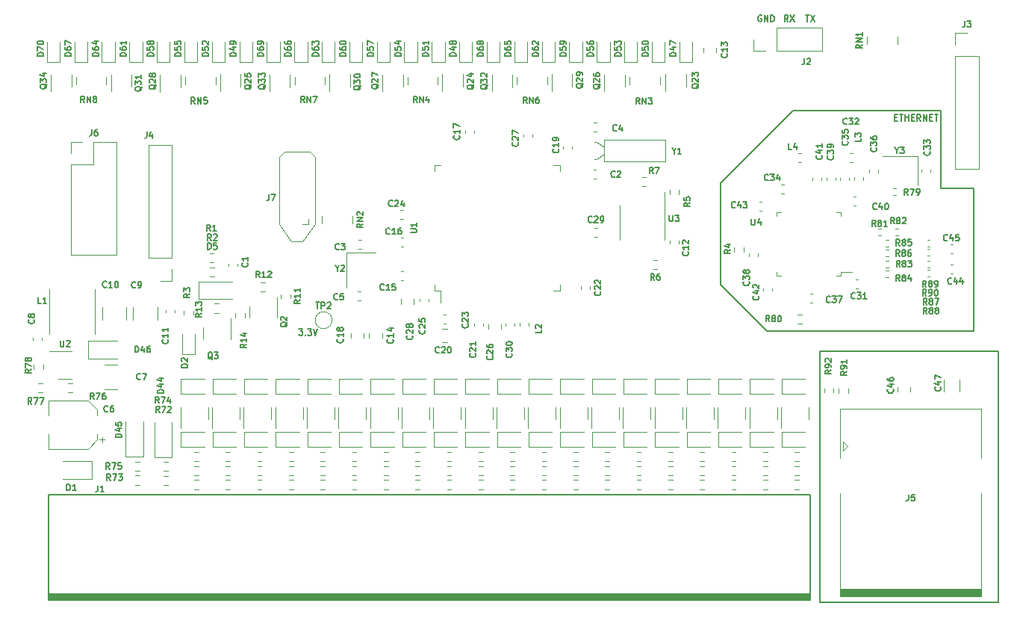
<source format=gbr>
%TF.GenerationSoftware,KiCad,Pcbnew,7.0.6-rc1-28-g32930319ea*%
%TF.CreationDate,2023-06-30T09:32:51+03:00*%
%TF.ProjectId,serial_io_expander,73657269-616c-45f6-996f-5f657870616e,rev?*%
%TF.SameCoordinates,Original*%
%TF.FileFunction,Legend,Top*%
%TF.FilePolarity,Positive*%
%FSLAX46Y46*%
G04 Gerber Fmt 4.6, Leading zero omitted, Abs format (unit mm)*
G04 Created by KiCad (PCBNEW 7.0.6-rc1-28-g32930319ea) date 2023-06-30 09:32:51*
%MOMM*%
%LPD*%
G01*
G04 APERTURE LIST*
%ADD10C,0.150000*%
%ADD11C,0.120000*%
%ADD12C,0.100000*%
%ADD13C,0.200000*%
G04 APERTURE END LIST*
D10*
X174380000Y-91260000D02*
X174380000Y-106160000D01*
X153880000Y-82410000D02*
X170630000Y-82410000D01*
X170630000Y-82410000D02*
X170630000Y-91260000D01*
X177130000Y-109660000D02*
X177130000Y-138160000D01*
X176630000Y-109660000D02*
X177130000Y-109660000D01*
X150880000Y-107410000D02*
X145630000Y-102160000D01*
X156880000Y-137660000D02*
X156880000Y-109660000D01*
X170630000Y-91260000D02*
X174380000Y-91260000D01*
X156880000Y-138160000D02*
X156880000Y-137660000D01*
X156880000Y-109660000D02*
X176630000Y-109660000D01*
X174380000Y-106160000D02*
X174380000Y-107410000D01*
X177130000Y-138160000D02*
X156880000Y-138160000D01*
X174380000Y-107410000D02*
X150880000Y-107410000D01*
X145630000Y-102160000D02*
X145630000Y-90660000D01*
X145630000Y-90660000D02*
X153880000Y-82410000D01*
X155295350Y-71616533D02*
X155695350Y-71616533D01*
X155495350Y-72316533D02*
X155495350Y-71616533D01*
X155862017Y-71616533D02*
X156328683Y-72316533D01*
X156328683Y-71616533D02*
X155862017Y-72316533D01*
X165395350Y-83199866D02*
X165628684Y-83199866D01*
X165728684Y-83566533D02*
X165395350Y-83566533D01*
X165395350Y-83566533D02*
X165395350Y-82866533D01*
X165395350Y-82866533D02*
X165728684Y-82866533D01*
X165928683Y-82866533D02*
X166328683Y-82866533D01*
X166128683Y-83566533D02*
X166128683Y-82866533D01*
X166562016Y-83566533D02*
X166562016Y-82866533D01*
X166562016Y-83199866D02*
X166962016Y-83199866D01*
X166962016Y-83566533D02*
X166962016Y-82866533D01*
X167295349Y-83199866D02*
X167528683Y-83199866D01*
X167628683Y-83566533D02*
X167295349Y-83566533D01*
X167295349Y-83566533D02*
X167295349Y-82866533D01*
X167295349Y-82866533D02*
X167628683Y-82866533D01*
X168328682Y-83566533D02*
X168095349Y-83233200D01*
X167928682Y-83566533D02*
X167928682Y-82866533D01*
X167928682Y-82866533D02*
X168195349Y-82866533D01*
X168195349Y-82866533D02*
X168262016Y-82899866D01*
X168262016Y-82899866D02*
X168295349Y-82933200D01*
X168295349Y-82933200D02*
X168328682Y-82999866D01*
X168328682Y-82999866D02*
X168328682Y-83099866D01*
X168328682Y-83099866D02*
X168295349Y-83166533D01*
X168295349Y-83166533D02*
X168262016Y-83199866D01*
X168262016Y-83199866D02*
X168195349Y-83233200D01*
X168195349Y-83233200D02*
X167928682Y-83233200D01*
X168628682Y-83566533D02*
X168628682Y-82866533D01*
X168628682Y-82866533D02*
X169028682Y-83566533D01*
X169028682Y-83566533D02*
X169028682Y-82866533D01*
X169362015Y-83199866D02*
X169595349Y-83199866D01*
X169695349Y-83566533D02*
X169362015Y-83566533D01*
X169362015Y-83566533D02*
X169362015Y-82866533D01*
X169362015Y-82866533D02*
X169695349Y-82866533D01*
X169895348Y-82866533D02*
X170295348Y-82866533D01*
X170095348Y-83566533D02*
X170095348Y-82866533D01*
X97828684Y-107166533D02*
X98262017Y-107166533D01*
X98262017Y-107166533D02*
X98028684Y-107433200D01*
X98028684Y-107433200D02*
X98128684Y-107433200D01*
X98128684Y-107433200D02*
X98195350Y-107466533D01*
X98195350Y-107466533D02*
X98228684Y-107499866D01*
X98228684Y-107499866D02*
X98262017Y-107566533D01*
X98262017Y-107566533D02*
X98262017Y-107733200D01*
X98262017Y-107733200D02*
X98228684Y-107799866D01*
X98228684Y-107799866D02*
X98195350Y-107833200D01*
X98195350Y-107833200D02*
X98128684Y-107866533D01*
X98128684Y-107866533D02*
X97928684Y-107866533D01*
X97928684Y-107866533D02*
X97862017Y-107833200D01*
X97862017Y-107833200D02*
X97828684Y-107799866D01*
X98562017Y-107799866D02*
X98595351Y-107833200D01*
X98595351Y-107833200D02*
X98562017Y-107866533D01*
X98562017Y-107866533D02*
X98528684Y-107833200D01*
X98528684Y-107833200D02*
X98562017Y-107799866D01*
X98562017Y-107799866D02*
X98562017Y-107866533D01*
X98828684Y-107166533D02*
X99262017Y-107166533D01*
X99262017Y-107166533D02*
X99028684Y-107433200D01*
X99028684Y-107433200D02*
X99128684Y-107433200D01*
X99128684Y-107433200D02*
X99195350Y-107466533D01*
X99195350Y-107466533D02*
X99228684Y-107499866D01*
X99228684Y-107499866D02*
X99262017Y-107566533D01*
X99262017Y-107566533D02*
X99262017Y-107733200D01*
X99262017Y-107733200D02*
X99228684Y-107799866D01*
X99228684Y-107799866D02*
X99195350Y-107833200D01*
X99195350Y-107833200D02*
X99128684Y-107866533D01*
X99128684Y-107866533D02*
X98928684Y-107866533D01*
X98928684Y-107866533D02*
X98862017Y-107833200D01*
X98862017Y-107833200D02*
X98828684Y-107799866D01*
X99462017Y-107166533D02*
X99695351Y-107866533D01*
X99695351Y-107866533D02*
X99928684Y-107166533D01*
X150262017Y-71649866D02*
X150195350Y-71616533D01*
X150195350Y-71616533D02*
X150095350Y-71616533D01*
X150095350Y-71616533D02*
X149995350Y-71649866D01*
X149995350Y-71649866D02*
X149928684Y-71716533D01*
X149928684Y-71716533D02*
X149895350Y-71783200D01*
X149895350Y-71783200D02*
X149862017Y-71916533D01*
X149862017Y-71916533D02*
X149862017Y-72016533D01*
X149862017Y-72016533D02*
X149895350Y-72149866D01*
X149895350Y-72149866D02*
X149928684Y-72216533D01*
X149928684Y-72216533D02*
X149995350Y-72283200D01*
X149995350Y-72283200D02*
X150095350Y-72316533D01*
X150095350Y-72316533D02*
X150162017Y-72316533D01*
X150162017Y-72316533D02*
X150262017Y-72283200D01*
X150262017Y-72283200D02*
X150295350Y-72249866D01*
X150295350Y-72249866D02*
X150295350Y-72016533D01*
X150295350Y-72016533D02*
X150162017Y-72016533D01*
X150595350Y-72316533D02*
X150595350Y-71616533D01*
X150595350Y-71616533D02*
X150995350Y-72316533D01*
X150995350Y-72316533D02*
X150995350Y-71616533D01*
X151328683Y-72316533D02*
X151328683Y-71616533D01*
X151328683Y-71616533D02*
X151495350Y-71616533D01*
X151495350Y-71616533D02*
X151595350Y-71649866D01*
X151595350Y-71649866D02*
X151662017Y-71716533D01*
X151662017Y-71716533D02*
X151695350Y-71783200D01*
X151695350Y-71783200D02*
X151728683Y-71916533D01*
X151728683Y-71916533D02*
X151728683Y-72016533D01*
X151728683Y-72016533D02*
X151695350Y-72149866D01*
X151695350Y-72149866D02*
X151662017Y-72216533D01*
X151662017Y-72216533D02*
X151595350Y-72283200D01*
X151595350Y-72283200D02*
X151495350Y-72316533D01*
X151495350Y-72316533D02*
X151328683Y-72316533D01*
X153295350Y-72316533D02*
X153062017Y-71983200D01*
X152895350Y-72316533D02*
X152895350Y-71616533D01*
X152895350Y-71616533D02*
X153162017Y-71616533D01*
X153162017Y-71616533D02*
X153228684Y-71649866D01*
X153228684Y-71649866D02*
X153262017Y-71683200D01*
X153262017Y-71683200D02*
X153295350Y-71749866D01*
X153295350Y-71749866D02*
X153295350Y-71849866D01*
X153295350Y-71849866D02*
X153262017Y-71916533D01*
X153262017Y-71916533D02*
X153228684Y-71949866D01*
X153228684Y-71949866D02*
X153162017Y-71983200D01*
X153162017Y-71983200D02*
X152895350Y-71983200D01*
X153528684Y-71616533D02*
X153995350Y-72316533D01*
X153995350Y-71616533D02*
X153528684Y-72316533D01*
X142171033Y-92851666D02*
X141837700Y-93084999D01*
X142171033Y-93251666D02*
X141471033Y-93251666D01*
X141471033Y-93251666D02*
X141471033Y-92984999D01*
X141471033Y-92984999D02*
X141504366Y-92918333D01*
X141504366Y-92918333D02*
X141537700Y-92884999D01*
X141537700Y-92884999D02*
X141604366Y-92851666D01*
X141604366Y-92851666D02*
X141704366Y-92851666D01*
X141704366Y-92851666D02*
X141771033Y-92884999D01*
X141771033Y-92884999D02*
X141804366Y-92918333D01*
X141804366Y-92918333D02*
X141837700Y-92984999D01*
X141837700Y-92984999D02*
X141837700Y-93251666D01*
X141471033Y-92218333D02*
X141471033Y-92551666D01*
X141471033Y-92551666D02*
X141804366Y-92584999D01*
X141804366Y-92584999D02*
X141771033Y-92551666D01*
X141771033Y-92551666D02*
X141737700Y-92484999D01*
X141737700Y-92484999D02*
X141737700Y-92318333D01*
X141737700Y-92318333D02*
X141771033Y-92251666D01*
X141771033Y-92251666D02*
X141804366Y-92218333D01*
X141804366Y-92218333D02*
X141871033Y-92184999D01*
X141871033Y-92184999D02*
X142037700Y-92184999D01*
X142037700Y-92184999D02*
X142104366Y-92218333D01*
X142104366Y-92218333D02*
X142137700Y-92251666D01*
X142137700Y-92251666D02*
X142171033Y-92318333D01*
X142171033Y-92318333D02*
X142171033Y-92484999D01*
X142171033Y-92484999D02*
X142137700Y-92551666D01*
X142137700Y-92551666D02*
X142104366Y-92584999D01*
X121866769Y-76237500D02*
X121166769Y-76237500D01*
X121166769Y-76237500D02*
X121166769Y-76070833D01*
X121166769Y-76070833D02*
X121200102Y-75970833D01*
X121200102Y-75970833D02*
X121266769Y-75904167D01*
X121266769Y-75904167D02*
X121333436Y-75870833D01*
X121333436Y-75870833D02*
X121466769Y-75837500D01*
X121466769Y-75837500D02*
X121566769Y-75837500D01*
X121566769Y-75837500D02*
X121700102Y-75870833D01*
X121700102Y-75870833D02*
X121766769Y-75904167D01*
X121766769Y-75904167D02*
X121833436Y-75970833D01*
X121833436Y-75970833D02*
X121866769Y-76070833D01*
X121866769Y-76070833D02*
X121866769Y-76237500D01*
X121166769Y-75237500D02*
X121166769Y-75370833D01*
X121166769Y-75370833D02*
X121200102Y-75437500D01*
X121200102Y-75437500D02*
X121233436Y-75470833D01*
X121233436Y-75470833D02*
X121333436Y-75537500D01*
X121333436Y-75537500D02*
X121466769Y-75570833D01*
X121466769Y-75570833D02*
X121733436Y-75570833D01*
X121733436Y-75570833D02*
X121800102Y-75537500D01*
X121800102Y-75537500D02*
X121833436Y-75504167D01*
X121833436Y-75504167D02*
X121866769Y-75437500D01*
X121866769Y-75437500D02*
X121866769Y-75304167D01*
X121866769Y-75304167D02*
X121833436Y-75237500D01*
X121833436Y-75237500D02*
X121800102Y-75204167D01*
X121800102Y-75204167D02*
X121733436Y-75170833D01*
X121733436Y-75170833D02*
X121566769Y-75170833D01*
X121566769Y-75170833D02*
X121500102Y-75204167D01*
X121500102Y-75204167D02*
X121466769Y-75237500D01*
X121466769Y-75237500D02*
X121433436Y-75304167D01*
X121433436Y-75304167D02*
X121433436Y-75437500D01*
X121433436Y-75437500D02*
X121466769Y-75504167D01*
X121466769Y-75504167D02*
X121500102Y-75537500D01*
X121500102Y-75537500D02*
X121566769Y-75570833D01*
X121166769Y-74537500D02*
X121166769Y-74870833D01*
X121166769Y-74870833D02*
X121500102Y-74904166D01*
X121500102Y-74904166D02*
X121466769Y-74870833D01*
X121466769Y-74870833D02*
X121433436Y-74804166D01*
X121433436Y-74804166D02*
X121433436Y-74637500D01*
X121433436Y-74637500D02*
X121466769Y-74570833D01*
X121466769Y-74570833D02*
X121500102Y-74537500D01*
X121500102Y-74537500D02*
X121566769Y-74504166D01*
X121566769Y-74504166D02*
X121733436Y-74504166D01*
X121733436Y-74504166D02*
X121800102Y-74537500D01*
X121800102Y-74537500D02*
X121833436Y-74570833D01*
X121833436Y-74570833D02*
X121866769Y-74637500D01*
X121866769Y-74637500D02*
X121866769Y-74804166D01*
X121866769Y-74804166D02*
X121833436Y-74870833D01*
X121833436Y-74870833D02*
X121800102Y-74904166D01*
X165596667Y-86917700D02*
X165596667Y-87251033D01*
X165363333Y-86551033D02*
X165596667Y-86917700D01*
X165596667Y-86917700D02*
X165830000Y-86551033D01*
X165996667Y-86551033D02*
X166430000Y-86551033D01*
X166430000Y-86551033D02*
X166196667Y-86817700D01*
X166196667Y-86817700D02*
X166296667Y-86817700D01*
X166296667Y-86817700D02*
X166363333Y-86851033D01*
X166363333Y-86851033D02*
X166396667Y-86884366D01*
X166396667Y-86884366D02*
X166430000Y-86951033D01*
X166430000Y-86951033D02*
X166430000Y-87117700D01*
X166430000Y-87117700D02*
X166396667Y-87184366D01*
X166396667Y-87184366D02*
X166363333Y-87217700D01*
X166363333Y-87217700D02*
X166296667Y-87251033D01*
X166296667Y-87251033D02*
X166096667Y-87251033D01*
X166096667Y-87251033D02*
X166030000Y-87217700D01*
X166030000Y-87217700D02*
X165996667Y-87184366D01*
X166879999Y-91976033D02*
X166646666Y-91642700D01*
X166479999Y-91976033D02*
X166479999Y-91276033D01*
X166479999Y-91276033D02*
X166746666Y-91276033D01*
X166746666Y-91276033D02*
X166813333Y-91309366D01*
X166813333Y-91309366D02*
X166846666Y-91342700D01*
X166846666Y-91342700D02*
X166879999Y-91409366D01*
X166879999Y-91409366D02*
X166879999Y-91509366D01*
X166879999Y-91509366D02*
X166846666Y-91576033D01*
X166846666Y-91576033D02*
X166813333Y-91609366D01*
X166813333Y-91609366D02*
X166746666Y-91642700D01*
X166746666Y-91642700D02*
X166479999Y-91642700D01*
X167113333Y-91276033D02*
X167579999Y-91276033D01*
X167579999Y-91276033D02*
X167279999Y-91976033D01*
X167880000Y-91976033D02*
X168013333Y-91976033D01*
X168013333Y-91976033D02*
X168080000Y-91942700D01*
X168080000Y-91942700D02*
X168113333Y-91909366D01*
X168113333Y-91909366D02*
X168180000Y-91809366D01*
X168180000Y-91809366D02*
X168213333Y-91676033D01*
X168213333Y-91676033D02*
X168213333Y-91409366D01*
X168213333Y-91409366D02*
X168180000Y-91342700D01*
X168180000Y-91342700D02*
X168146666Y-91309366D01*
X168146666Y-91309366D02*
X168080000Y-91276033D01*
X168080000Y-91276033D02*
X167946666Y-91276033D01*
X167946666Y-91276033D02*
X167880000Y-91309366D01*
X167880000Y-91309366D02*
X167846666Y-91342700D01*
X167846666Y-91342700D02*
X167813333Y-91409366D01*
X167813333Y-91409366D02*
X167813333Y-91576033D01*
X167813333Y-91576033D02*
X167846666Y-91642700D01*
X167846666Y-91642700D02*
X167880000Y-91676033D01*
X167880000Y-91676033D02*
X167946666Y-91709366D01*
X167946666Y-91709366D02*
X168080000Y-91709366D01*
X168080000Y-91709366D02*
X168146666Y-91676033D01*
X168146666Y-91676033D02*
X168180000Y-91642700D01*
X168180000Y-91642700D02*
X168213333Y-91576033D01*
X108129999Y-96359366D02*
X108096666Y-96392700D01*
X108096666Y-96392700D02*
X107996666Y-96426033D01*
X107996666Y-96426033D02*
X107929999Y-96426033D01*
X107929999Y-96426033D02*
X107829999Y-96392700D01*
X107829999Y-96392700D02*
X107763333Y-96326033D01*
X107763333Y-96326033D02*
X107729999Y-96259366D01*
X107729999Y-96259366D02*
X107696666Y-96126033D01*
X107696666Y-96126033D02*
X107696666Y-96026033D01*
X107696666Y-96026033D02*
X107729999Y-95892700D01*
X107729999Y-95892700D02*
X107763333Y-95826033D01*
X107763333Y-95826033D02*
X107829999Y-95759366D01*
X107829999Y-95759366D02*
X107929999Y-95726033D01*
X107929999Y-95726033D02*
X107996666Y-95726033D01*
X107996666Y-95726033D02*
X108096666Y-95759366D01*
X108096666Y-95759366D02*
X108129999Y-95792700D01*
X108796666Y-96426033D02*
X108396666Y-96426033D01*
X108596666Y-96426033D02*
X108596666Y-95726033D01*
X108596666Y-95726033D02*
X108529999Y-95826033D01*
X108529999Y-95826033D02*
X108463333Y-95892700D01*
X108463333Y-95892700D02*
X108396666Y-95926033D01*
X109396666Y-95726033D02*
X109263333Y-95726033D01*
X109263333Y-95726033D02*
X109196666Y-95759366D01*
X109196666Y-95759366D02*
X109163333Y-95792700D01*
X109163333Y-95792700D02*
X109096666Y-95892700D01*
X109096666Y-95892700D02*
X109063333Y-96026033D01*
X109063333Y-96026033D02*
X109063333Y-96292700D01*
X109063333Y-96292700D02*
X109096666Y-96359366D01*
X109096666Y-96359366D02*
X109130000Y-96392700D01*
X109130000Y-96392700D02*
X109196666Y-96426033D01*
X109196666Y-96426033D02*
X109330000Y-96426033D01*
X109330000Y-96426033D02*
X109396666Y-96392700D01*
X109396666Y-96392700D02*
X109430000Y-96359366D01*
X109430000Y-96359366D02*
X109463333Y-96292700D01*
X109463333Y-96292700D02*
X109463333Y-96126033D01*
X109463333Y-96126033D02*
X109430000Y-96059366D01*
X109430000Y-96059366D02*
X109396666Y-96026033D01*
X109396666Y-96026033D02*
X109330000Y-95992700D01*
X109330000Y-95992700D02*
X109196666Y-95992700D01*
X109196666Y-95992700D02*
X109130000Y-96026033D01*
X109130000Y-96026033D02*
X109096666Y-96059366D01*
X109096666Y-96059366D02*
X109063333Y-96126033D01*
X139821666Y-94251033D02*
X139821666Y-94817700D01*
X139821666Y-94817700D02*
X139855000Y-94884366D01*
X139855000Y-94884366D02*
X139888333Y-94917700D01*
X139888333Y-94917700D02*
X139955000Y-94951033D01*
X139955000Y-94951033D02*
X140088333Y-94951033D01*
X140088333Y-94951033D02*
X140155000Y-94917700D01*
X140155000Y-94917700D02*
X140188333Y-94884366D01*
X140188333Y-94884366D02*
X140221666Y-94817700D01*
X140221666Y-94817700D02*
X140221666Y-94251033D01*
X140488333Y-94251033D02*
X140921666Y-94251033D01*
X140921666Y-94251033D02*
X140688333Y-94517700D01*
X140688333Y-94517700D02*
X140788333Y-94517700D01*
X140788333Y-94517700D02*
X140854999Y-94551033D01*
X140854999Y-94551033D02*
X140888333Y-94584366D01*
X140888333Y-94584366D02*
X140921666Y-94651033D01*
X140921666Y-94651033D02*
X140921666Y-94817700D01*
X140921666Y-94817700D02*
X140888333Y-94884366D01*
X140888333Y-94884366D02*
X140854999Y-94917700D01*
X140854999Y-94917700D02*
X140788333Y-94951033D01*
X140788333Y-94951033D02*
X140588333Y-94951033D01*
X140588333Y-94951033D02*
X140521666Y-94917700D01*
X140521666Y-94917700D02*
X140488333Y-94884366D01*
X67779366Y-106101666D02*
X67812700Y-106134999D01*
X67812700Y-106134999D02*
X67846033Y-106234999D01*
X67846033Y-106234999D02*
X67846033Y-106301666D01*
X67846033Y-106301666D02*
X67812700Y-106401666D01*
X67812700Y-106401666D02*
X67746033Y-106468333D01*
X67746033Y-106468333D02*
X67679366Y-106501666D01*
X67679366Y-106501666D02*
X67546033Y-106534999D01*
X67546033Y-106534999D02*
X67446033Y-106534999D01*
X67446033Y-106534999D02*
X67312700Y-106501666D01*
X67312700Y-106501666D02*
X67246033Y-106468333D01*
X67246033Y-106468333D02*
X67179366Y-106401666D01*
X67179366Y-106401666D02*
X67146033Y-106301666D01*
X67146033Y-106301666D02*
X67146033Y-106234999D01*
X67146033Y-106234999D02*
X67179366Y-106134999D01*
X67179366Y-106134999D02*
X67212700Y-106101666D01*
X67446033Y-105701666D02*
X67412700Y-105768333D01*
X67412700Y-105768333D02*
X67379366Y-105801666D01*
X67379366Y-105801666D02*
X67312700Y-105834999D01*
X67312700Y-105834999D02*
X67279366Y-105834999D01*
X67279366Y-105834999D02*
X67212700Y-105801666D01*
X67212700Y-105801666D02*
X67179366Y-105768333D01*
X67179366Y-105768333D02*
X67146033Y-105701666D01*
X67146033Y-105701666D02*
X67146033Y-105568333D01*
X67146033Y-105568333D02*
X67179366Y-105501666D01*
X67179366Y-105501666D02*
X67212700Y-105468333D01*
X67212700Y-105468333D02*
X67279366Y-105434999D01*
X67279366Y-105434999D02*
X67312700Y-105434999D01*
X67312700Y-105434999D02*
X67379366Y-105468333D01*
X67379366Y-105468333D02*
X67412700Y-105501666D01*
X67412700Y-105501666D02*
X67446033Y-105568333D01*
X67446033Y-105568333D02*
X67446033Y-105701666D01*
X67446033Y-105701666D02*
X67479366Y-105768333D01*
X67479366Y-105768333D02*
X67512700Y-105801666D01*
X67512700Y-105801666D02*
X67579366Y-105834999D01*
X67579366Y-105834999D02*
X67712700Y-105834999D01*
X67712700Y-105834999D02*
X67779366Y-105801666D01*
X67779366Y-105801666D02*
X67812700Y-105768333D01*
X67812700Y-105768333D02*
X67846033Y-105701666D01*
X67846033Y-105701666D02*
X67846033Y-105568333D01*
X67846033Y-105568333D02*
X67812700Y-105501666D01*
X67812700Y-105501666D02*
X67779366Y-105468333D01*
X67779366Y-105468333D02*
X67712700Y-105434999D01*
X67712700Y-105434999D02*
X67579366Y-105434999D01*
X67579366Y-105434999D02*
X67512700Y-105468333D01*
X67512700Y-105468333D02*
X67479366Y-105501666D01*
X67479366Y-105501666D02*
X67446033Y-105568333D01*
X92437700Y-79484999D02*
X92404366Y-79551666D01*
X92404366Y-79551666D02*
X92337700Y-79618333D01*
X92337700Y-79618333D02*
X92237700Y-79718333D01*
X92237700Y-79718333D02*
X92204366Y-79784999D01*
X92204366Y-79784999D02*
X92204366Y-79851666D01*
X92371033Y-79818333D02*
X92337700Y-79884999D01*
X92337700Y-79884999D02*
X92271033Y-79951666D01*
X92271033Y-79951666D02*
X92137700Y-79984999D01*
X92137700Y-79984999D02*
X91904366Y-79984999D01*
X91904366Y-79984999D02*
X91771033Y-79951666D01*
X91771033Y-79951666D02*
X91704366Y-79884999D01*
X91704366Y-79884999D02*
X91671033Y-79818333D01*
X91671033Y-79818333D02*
X91671033Y-79684999D01*
X91671033Y-79684999D02*
X91704366Y-79618333D01*
X91704366Y-79618333D02*
X91771033Y-79551666D01*
X91771033Y-79551666D02*
X91904366Y-79518333D01*
X91904366Y-79518333D02*
X92137700Y-79518333D01*
X92137700Y-79518333D02*
X92271033Y-79551666D01*
X92271033Y-79551666D02*
X92337700Y-79618333D01*
X92337700Y-79618333D02*
X92371033Y-79684999D01*
X92371033Y-79684999D02*
X92371033Y-79818333D01*
X91737700Y-79251666D02*
X91704366Y-79218333D01*
X91704366Y-79218333D02*
X91671033Y-79151666D01*
X91671033Y-79151666D02*
X91671033Y-78985000D01*
X91671033Y-78985000D02*
X91704366Y-78918333D01*
X91704366Y-78918333D02*
X91737700Y-78885000D01*
X91737700Y-78885000D02*
X91804366Y-78851666D01*
X91804366Y-78851666D02*
X91871033Y-78851666D01*
X91871033Y-78851666D02*
X91971033Y-78885000D01*
X91971033Y-78885000D02*
X92371033Y-79285000D01*
X92371033Y-79285000D02*
X92371033Y-78851666D01*
X91671033Y-78218333D02*
X91671033Y-78551666D01*
X91671033Y-78551666D02*
X92004366Y-78584999D01*
X92004366Y-78584999D02*
X91971033Y-78551666D01*
X91971033Y-78551666D02*
X91937700Y-78484999D01*
X91937700Y-78484999D02*
X91937700Y-78318333D01*
X91937700Y-78318333D02*
X91971033Y-78251666D01*
X91971033Y-78251666D02*
X92004366Y-78218333D01*
X92004366Y-78218333D02*
X92071033Y-78184999D01*
X92071033Y-78184999D02*
X92237700Y-78184999D01*
X92237700Y-78184999D02*
X92304366Y-78218333D01*
X92304366Y-78218333D02*
X92337700Y-78251666D01*
X92337700Y-78251666D02*
X92371033Y-78318333D01*
X92371033Y-78318333D02*
X92371033Y-78484999D01*
X92371033Y-78484999D02*
X92337700Y-78551666D01*
X92337700Y-78551666D02*
X92304366Y-78584999D01*
X133663333Y-89884366D02*
X133630000Y-89917700D01*
X133630000Y-89917700D02*
X133530000Y-89951033D01*
X133530000Y-89951033D02*
X133463333Y-89951033D01*
X133463333Y-89951033D02*
X133363333Y-89917700D01*
X133363333Y-89917700D02*
X133296667Y-89851033D01*
X133296667Y-89851033D02*
X133263333Y-89784366D01*
X133263333Y-89784366D02*
X133230000Y-89651033D01*
X133230000Y-89651033D02*
X133230000Y-89551033D01*
X133230000Y-89551033D02*
X133263333Y-89417700D01*
X133263333Y-89417700D02*
X133296667Y-89351033D01*
X133296667Y-89351033D02*
X133363333Y-89284366D01*
X133363333Y-89284366D02*
X133463333Y-89251033D01*
X133463333Y-89251033D02*
X133530000Y-89251033D01*
X133530000Y-89251033D02*
X133630000Y-89284366D01*
X133630000Y-89284366D02*
X133663333Y-89317700D01*
X133930000Y-89317700D02*
X133963333Y-89284366D01*
X133963333Y-89284366D02*
X134030000Y-89251033D01*
X134030000Y-89251033D02*
X134196667Y-89251033D01*
X134196667Y-89251033D02*
X134263333Y-89284366D01*
X134263333Y-89284366D02*
X134296667Y-89317700D01*
X134296667Y-89317700D02*
X134330000Y-89384366D01*
X134330000Y-89384366D02*
X134330000Y-89451033D01*
X134330000Y-89451033D02*
X134296667Y-89551033D01*
X134296667Y-89551033D02*
X133896667Y-89951033D01*
X133896667Y-89951033D02*
X134330000Y-89951033D01*
X76379999Y-123026033D02*
X76146666Y-122692700D01*
X75979999Y-123026033D02*
X75979999Y-122326033D01*
X75979999Y-122326033D02*
X76246666Y-122326033D01*
X76246666Y-122326033D02*
X76313333Y-122359366D01*
X76313333Y-122359366D02*
X76346666Y-122392700D01*
X76346666Y-122392700D02*
X76379999Y-122459366D01*
X76379999Y-122459366D02*
X76379999Y-122559366D01*
X76379999Y-122559366D02*
X76346666Y-122626033D01*
X76346666Y-122626033D02*
X76313333Y-122659366D01*
X76313333Y-122659366D02*
X76246666Y-122692700D01*
X76246666Y-122692700D02*
X75979999Y-122692700D01*
X76613333Y-122326033D02*
X77079999Y-122326033D01*
X77079999Y-122326033D02*
X76779999Y-123026033D01*
X77680000Y-122326033D02*
X77346666Y-122326033D01*
X77346666Y-122326033D02*
X77313333Y-122659366D01*
X77313333Y-122659366D02*
X77346666Y-122626033D01*
X77346666Y-122626033D02*
X77413333Y-122592700D01*
X77413333Y-122592700D02*
X77580000Y-122592700D01*
X77580000Y-122592700D02*
X77646666Y-122626033D01*
X77646666Y-122626033D02*
X77680000Y-122659366D01*
X77680000Y-122659366D02*
X77713333Y-122726033D01*
X77713333Y-122726033D02*
X77713333Y-122892700D01*
X77713333Y-122892700D02*
X77680000Y-122959366D01*
X77680000Y-122959366D02*
X77646666Y-122992700D01*
X77646666Y-122992700D02*
X77580000Y-123026033D01*
X77580000Y-123026033D02*
X77413333Y-123026033D01*
X77413333Y-123026033D02*
X77346666Y-122992700D01*
X77346666Y-122992700D02*
X77313333Y-122959366D01*
X170554366Y-113735000D02*
X170587700Y-113768333D01*
X170587700Y-113768333D02*
X170621033Y-113868333D01*
X170621033Y-113868333D02*
X170621033Y-113935000D01*
X170621033Y-113935000D02*
X170587700Y-114035000D01*
X170587700Y-114035000D02*
X170521033Y-114101667D01*
X170521033Y-114101667D02*
X170454366Y-114135000D01*
X170454366Y-114135000D02*
X170321033Y-114168333D01*
X170321033Y-114168333D02*
X170221033Y-114168333D01*
X170221033Y-114168333D02*
X170087700Y-114135000D01*
X170087700Y-114135000D02*
X170021033Y-114101667D01*
X170021033Y-114101667D02*
X169954366Y-114035000D01*
X169954366Y-114035000D02*
X169921033Y-113935000D01*
X169921033Y-113935000D02*
X169921033Y-113868333D01*
X169921033Y-113868333D02*
X169954366Y-113768333D01*
X169954366Y-113768333D02*
X169987700Y-113735000D01*
X170154366Y-113135000D02*
X170621033Y-113135000D01*
X169887700Y-113301667D02*
X170387700Y-113468333D01*
X170387700Y-113468333D02*
X170387700Y-113035000D01*
X169921033Y-112835000D02*
X169921033Y-112368333D01*
X169921033Y-112368333D02*
X170621033Y-112668333D01*
X166941666Y-125916033D02*
X166941666Y-126416033D01*
X166941666Y-126416033D02*
X166908333Y-126516033D01*
X166908333Y-126516033D02*
X166841666Y-126582700D01*
X166841666Y-126582700D02*
X166741666Y-126616033D01*
X166741666Y-126616033D02*
X166675000Y-126616033D01*
X167608333Y-125916033D02*
X167274999Y-125916033D01*
X167274999Y-125916033D02*
X167241666Y-126249366D01*
X167241666Y-126249366D02*
X167274999Y-126216033D01*
X167274999Y-126216033D02*
X167341666Y-126182700D01*
X167341666Y-126182700D02*
X167508333Y-126182700D01*
X167508333Y-126182700D02*
X167574999Y-126216033D01*
X167574999Y-126216033D02*
X167608333Y-126249366D01*
X167608333Y-126249366D02*
X167641666Y-126316033D01*
X167641666Y-126316033D02*
X167641666Y-126482700D01*
X167641666Y-126482700D02*
X167608333Y-126549366D01*
X167608333Y-126549366D02*
X167574999Y-126582700D01*
X167574999Y-126582700D02*
X167508333Y-126616033D01*
X167508333Y-126616033D02*
X167341666Y-126616033D01*
X167341666Y-126616033D02*
X167274999Y-126582700D01*
X167274999Y-126582700D02*
X167241666Y-126549366D01*
X165979999Y-100101033D02*
X165746666Y-99767700D01*
X165579999Y-100101033D02*
X165579999Y-99401033D01*
X165579999Y-99401033D02*
X165846666Y-99401033D01*
X165846666Y-99401033D02*
X165913333Y-99434366D01*
X165913333Y-99434366D02*
X165946666Y-99467700D01*
X165946666Y-99467700D02*
X165979999Y-99534366D01*
X165979999Y-99534366D02*
X165979999Y-99634366D01*
X165979999Y-99634366D02*
X165946666Y-99701033D01*
X165946666Y-99701033D02*
X165913333Y-99734366D01*
X165913333Y-99734366D02*
X165846666Y-99767700D01*
X165846666Y-99767700D02*
X165579999Y-99767700D01*
X166379999Y-99701033D02*
X166313333Y-99667700D01*
X166313333Y-99667700D02*
X166279999Y-99634366D01*
X166279999Y-99634366D02*
X166246666Y-99567700D01*
X166246666Y-99567700D02*
X166246666Y-99534366D01*
X166246666Y-99534366D02*
X166279999Y-99467700D01*
X166279999Y-99467700D02*
X166313333Y-99434366D01*
X166313333Y-99434366D02*
X166379999Y-99401033D01*
X166379999Y-99401033D02*
X166513333Y-99401033D01*
X166513333Y-99401033D02*
X166579999Y-99434366D01*
X166579999Y-99434366D02*
X166613333Y-99467700D01*
X166613333Y-99467700D02*
X166646666Y-99534366D01*
X166646666Y-99534366D02*
X166646666Y-99567700D01*
X166646666Y-99567700D02*
X166613333Y-99634366D01*
X166613333Y-99634366D02*
X166579999Y-99667700D01*
X166579999Y-99667700D02*
X166513333Y-99701033D01*
X166513333Y-99701033D02*
X166379999Y-99701033D01*
X166379999Y-99701033D02*
X166313333Y-99734366D01*
X166313333Y-99734366D02*
X166279999Y-99767700D01*
X166279999Y-99767700D02*
X166246666Y-99834366D01*
X166246666Y-99834366D02*
X166246666Y-99967700D01*
X166246666Y-99967700D02*
X166279999Y-100034366D01*
X166279999Y-100034366D02*
X166313333Y-100067700D01*
X166313333Y-100067700D02*
X166379999Y-100101033D01*
X166379999Y-100101033D02*
X166513333Y-100101033D01*
X166513333Y-100101033D02*
X166579999Y-100067700D01*
X166579999Y-100067700D02*
X166613333Y-100034366D01*
X166613333Y-100034366D02*
X166646666Y-99967700D01*
X166646666Y-99967700D02*
X166646666Y-99834366D01*
X166646666Y-99834366D02*
X166613333Y-99767700D01*
X166613333Y-99767700D02*
X166579999Y-99734366D01*
X166579999Y-99734366D02*
X166513333Y-99701033D01*
X166880000Y-99401033D02*
X167313333Y-99401033D01*
X167313333Y-99401033D02*
X167080000Y-99667700D01*
X167080000Y-99667700D02*
X167180000Y-99667700D01*
X167180000Y-99667700D02*
X167246666Y-99701033D01*
X167246666Y-99701033D02*
X167280000Y-99734366D01*
X167280000Y-99734366D02*
X167313333Y-99801033D01*
X167313333Y-99801033D02*
X167313333Y-99967700D01*
X167313333Y-99967700D02*
X167280000Y-100034366D01*
X167280000Y-100034366D02*
X167246666Y-100067700D01*
X167246666Y-100067700D02*
X167180000Y-100101033D01*
X167180000Y-100101033D02*
X166980000Y-100101033D01*
X166980000Y-100101033D02*
X166913333Y-100067700D01*
X166913333Y-100067700D02*
X166880000Y-100034366D01*
X168954999Y-102376033D02*
X168721666Y-102042700D01*
X168554999Y-102376033D02*
X168554999Y-101676033D01*
X168554999Y-101676033D02*
X168821666Y-101676033D01*
X168821666Y-101676033D02*
X168888333Y-101709366D01*
X168888333Y-101709366D02*
X168921666Y-101742700D01*
X168921666Y-101742700D02*
X168954999Y-101809366D01*
X168954999Y-101809366D02*
X168954999Y-101909366D01*
X168954999Y-101909366D02*
X168921666Y-101976033D01*
X168921666Y-101976033D02*
X168888333Y-102009366D01*
X168888333Y-102009366D02*
X168821666Y-102042700D01*
X168821666Y-102042700D02*
X168554999Y-102042700D01*
X169354999Y-101976033D02*
X169288333Y-101942700D01*
X169288333Y-101942700D02*
X169254999Y-101909366D01*
X169254999Y-101909366D02*
X169221666Y-101842700D01*
X169221666Y-101842700D02*
X169221666Y-101809366D01*
X169221666Y-101809366D02*
X169254999Y-101742700D01*
X169254999Y-101742700D02*
X169288333Y-101709366D01*
X169288333Y-101709366D02*
X169354999Y-101676033D01*
X169354999Y-101676033D02*
X169488333Y-101676033D01*
X169488333Y-101676033D02*
X169554999Y-101709366D01*
X169554999Y-101709366D02*
X169588333Y-101742700D01*
X169588333Y-101742700D02*
X169621666Y-101809366D01*
X169621666Y-101809366D02*
X169621666Y-101842700D01*
X169621666Y-101842700D02*
X169588333Y-101909366D01*
X169588333Y-101909366D02*
X169554999Y-101942700D01*
X169554999Y-101942700D02*
X169488333Y-101976033D01*
X169488333Y-101976033D02*
X169354999Y-101976033D01*
X169354999Y-101976033D02*
X169288333Y-102009366D01*
X169288333Y-102009366D02*
X169254999Y-102042700D01*
X169254999Y-102042700D02*
X169221666Y-102109366D01*
X169221666Y-102109366D02*
X169221666Y-102242700D01*
X169221666Y-102242700D02*
X169254999Y-102309366D01*
X169254999Y-102309366D02*
X169288333Y-102342700D01*
X169288333Y-102342700D02*
X169354999Y-102376033D01*
X169354999Y-102376033D02*
X169488333Y-102376033D01*
X169488333Y-102376033D02*
X169554999Y-102342700D01*
X169554999Y-102342700D02*
X169588333Y-102309366D01*
X169588333Y-102309366D02*
X169621666Y-102242700D01*
X169621666Y-102242700D02*
X169621666Y-102109366D01*
X169621666Y-102109366D02*
X169588333Y-102042700D01*
X169588333Y-102042700D02*
X169554999Y-102009366D01*
X169554999Y-102009366D02*
X169488333Y-101976033D01*
X169955000Y-102376033D02*
X170088333Y-102376033D01*
X170088333Y-102376033D02*
X170155000Y-102342700D01*
X170155000Y-102342700D02*
X170188333Y-102309366D01*
X170188333Y-102309366D02*
X170255000Y-102209366D01*
X170255000Y-102209366D02*
X170288333Y-102076033D01*
X170288333Y-102076033D02*
X170288333Y-101809366D01*
X170288333Y-101809366D02*
X170255000Y-101742700D01*
X170255000Y-101742700D02*
X170221666Y-101709366D01*
X170221666Y-101709366D02*
X170155000Y-101676033D01*
X170155000Y-101676033D02*
X170021666Y-101676033D01*
X170021666Y-101676033D02*
X169955000Y-101709366D01*
X169955000Y-101709366D02*
X169921666Y-101742700D01*
X169921666Y-101742700D02*
X169888333Y-101809366D01*
X169888333Y-101809366D02*
X169888333Y-101976033D01*
X169888333Y-101976033D02*
X169921666Y-102042700D01*
X169921666Y-102042700D02*
X169955000Y-102076033D01*
X169955000Y-102076033D02*
X170021666Y-102109366D01*
X170021666Y-102109366D02*
X170155000Y-102109366D01*
X170155000Y-102109366D02*
X170221666Y-102076033D01*
X170221666Y-102076033D02*
X170255000Y-102042700D01*
X170255000Y-102042700D02*
X170288333Y-101976033D01*
X127229366Y-86760000D02*
X127262700Y-86793333D01*
X127262700Y-86793333D02*
X127296033Y-86893333D01*
X127296033Y-86893333D02*
X127296033Y-86960000D01*
X127296033Y-86960000D02*
X127262700Y-87060000D01*
X127262700Y-87060000D02*
X127196033Y-87126667D01*
X127196033Y-87126667D02*
X127129366Y-87160000D01*
X127129366Y-87160000D02*
X126996033Y-87193333D01*
X126996033Y-87193333D02*
X126896033Y-87193333D01*
X126896033Y-87193333D02*
X126762700Y-87160000D01*
X126762700Y-87160000D02*
X126696033Y-87126667D01*
X126696033Y-87126667D02*
X126629366Y-87060000D01*
X126629366Y-87060000D02*
X126596033Y-86960000D01*
X126596033Y-86960000D02*
X126596033Y-86893333D01*
X126596033Y-86893333D02*
X126629366Y-86793333D01*
X126629366Y-86793333D02*
X126662700Y-86760000D01*
X127296033Y-86093333D02*
X127296033Y-86493333D01*
X127296033Y-86293333D02*
X126596033Y-86293333D01*
X126596033Y-86293333D02*
X126696033Y-86360000D01*
X126696033Y-86360000D02*
X126762700Y-86426667D01*
X126762700Y-86426667D02*
X126796033Y-86493333D01*
X127296033Y-85760000D02*
X127296033Y-85626666D01*
X127296033Y-85626666D02*
X127262700Y-85560000D01*
X127262700Y-85560000D02*
X127229366Y-85526666D01*
X127229366Y-85526666D02*
X127129366Y-85460000D01*
X127129366Y-85460000D02*
X126996033Y-85426666D01*
X126996033Y-85426666D02*
X126729366Y-85426666D01*
X126729366Y-85426666D02*
X126662700Y-85460000D01*
X126662700Y-85460000D02*
X126629366Y-85493333D01*
X126629366Y-85493333D02*
X126596033Y-85560000D01*
X126596033Y-85560000D02*
X126596033Y-85693333D01*
X126596033Y-85693333D02*
X126629366Y-85760000D01*
X126629366Y-85760000D02*
X126662700Y-85793333D01*
X126662700Y-85793333D02*
X126729366Y-85826666D01*
X126729366Y-85826666D02*
X126896033Y-85826666D01*
X126896033Y-85826666D02*
X126962700Y-85793333D01*
X126962700Y-85793333D02*
X126996033Y-85760000D01*
X126996033Y-85760000D02*
X127029366Y-85693333D01*
X127029366Y-85693333D02*
X127029366Y-85560000D01*
X127029366Y-85560000D02*
X126996033Y-85493333D01*
X126996033Y-85493333D02*
X126962700Y-85460000D01*
X126962700Y-85460000D02*
X126896033Y-85426666D01*
X158054999Y-104084366D02*
X158021666Y-104117700D01*
X158021666Y-104117700D02*
X157921666Y-104151033D01*
X157921666Y-104151033D02*
X157854999Y-104151033D01*
X157854999Y-104151033D02*
X157754999Y-104117700D01*
X157754999Y-104117700D02*
X157688333Y-104051033D01*
X157688333Y-104051033D02*
X157654999Y-103984366D01*
X157654999Y-103984366D02*
X157621666Y-103851033D01*
X157621666Y-103851033D02*
X157621666Y-103751033D01*
X157621666Y-103751033D02*
X157654999Y-103617700D01*
X157654999Y-103617700D02*
X157688333Y-103551033D01*
X157688333Y-103551033D02*
X157754999Y-103484366D01*
X157754999Y-103484366D02*
X157854999Y-103451033D01*
X157854999Y-103451033D02*
X157921666Y-103451033D01*
X157921666Y-103451033D02*
X158021666Y-103484366D01*
X158021666Y-103484366D02*
X158054999Y-103517700D01*
X158288333Y-103451033D02*
X158721666Y-103451033D01*
X158721666Y-103451033D02*
X158488333Y-103717700D01*
X158488333Y-103717700D02*
X158588333Y-103717700D01*
X158588333Y-103717700D02*
X158654999Y-103751033D01*
X158654999Y-103751033D02*
X158688333Y-103784366D01*
X158688333Y-103784366D02*
X158721666Y-103851033D01*
X158721666Y-103851033D02*
X158721666Y-104017700D01*
X158721666Y-104017700D02*
X158688333Y-104084366D01*
X158688333Y-104084366D02*
X158654999Y-104117700D01*
X158654999Y-104117700D02*
X158588333Y-104151033D01*
X158588333Y-104151033D02*
X158388333Y-104151033D01*
X158388333Y-104151033D02*
X158321666Y-104117700D01*
X158321666Y-104117700D02*
X158288333Y-104084366D01*
X158955000Y-103451033D02*
X159421666Y-103451033D01*
X159421666Y-103451033D02*
X159121666Y-104151033D01*
X82471033Y-114410000D02*
X81771033Y-114410000D01*
X81771033Y-114410000D02*
X81771033Y-114243333D01*
X81771033Y-114243333D02*
X81804366Y-114143333D01*
X81804366Y-114143333D02*
X81871033Y-114076667D01*
X81871033Y-114076667D02*
X81937700Y-114043333D01*
X81937700Y-114043333D02*
X82071033Y-114010000D01*
X82071033Y-114010000D02*
X82171033Y-114010000D01*
X82171033Y-114010000D02*
X82304366Y-114043333D01*
X82304366Y-114043333D02*
X82371033Y-114076667D01*
X82371033Y-114076667D02*
X82437700Y-114143333D01*
X82437700Y-114143333D02*
X82471033Y-114243333D01*
X82471033Y-114243333D02*
X82471033Y-114410000D01*
X82004366Y-113410000D02*
X82471033Y-113410000D01*
X81737700Y-113576667D02*
X82237700Y-113743333D01*
X82237700Y-113743333D02*
X82237700Y-113310000D01*
X82004366Y-112743333D02*
X82471033Y-112743333D01*
X81737700Y-112910000D02*
X82237700Y-113076666D01*
X82237700Y-113076666D02*
X82237700Y-112643333D01*
X169029999Y-104401033D02*
X168796666Y-104067700D01*
X168629999Y-104401033D02*
X168629999Y-103701033D01*
X168629999Y-103701033D02*
X168896666Y-103701033D01*
X168896666Y-103701033D02*
X168963333Y-103734366D01*
X168963333Y-103734366D02*
X168996666Y-103767700D01*
X168996666Y-103767700D02*
X169029999Y-103834366D01*
X169029999Y-103834366D02*
X169029999Y-103934366D01*
X169029999Y-103934366D02*
X168996666Y-104001033D01*
X168996666Y-104001033D02*
X168963333Y-104034366D01*
X168963333Y-104034366D02*
X168896666Y-104067700D01*
X168896666Y-104067700D02*
X168629999Y-104067700D01*
X169429999Y-104001033D02*
X169363333Y-103967700D01*
X169363333Y-103967700D02*
X169329999Y-103934366D01*
X169329999Y-103934366D02*
X169296666Y-103867700D01*
X169296666Y-103867700D02*
X169296666Y-103834366D01*
X169296666Y-103834366D02*
X169329999Y-103767700D01*
X169329999Y-103767700D02*
X169363333Y-103734366D01*
X169363333Y-103734366D02*
X169429999Y-103701033D01*
X169429999Y-103701033D02*
X169563333Y-103701033D01*
X169563333Y-103701033D02*
X169629999Y-103734366D01*
X169629999Y-103734366D02*
X169663333Y-103767700D01*
X169663333Y-103767700D02*
X169696666Y-103834366D01*
X169696666Y-103834366D02*
X169696666Y-103867700D01*
X169696666Y-103867700D02*
X169663333Y-103934366D01*
X169663333Y-103934366D02*
X169629999Y-103967700D01*
X169629999Y-103967700D02*
X169563333Y-104001033D01*
X169563333Y-104001033D02*
X169429999Y-104001033D01*
X169429999Y-104001033D02*
X169363333Y-104034366D01*
X169363333Y-104034366D02*
X169329999Y-104067700D01*
X169329999Y-104067700D02*
X169296666Y-104134366D01*
X169296666Y-104134366D02*
X169296666Y-104267700D01*
X169296666Y-104267700D02*
X169329999Y-104334366D01*
X169329999Y-104334366D02*
X169363333Y-104367700D01*
X169363333Y-104367700D02*
X169429999Y-104401033D01*
X169429999Y-104401033D02*
X169563333Y-104401033D01*
X169563333Y-104401033D02*
X169629999Y-104367700D01*
X169629999Y-104367700D02*
X169663333Y-104334366D01*
X169663333Y-104334366D02*
X169696666Y-104267700D01*
X169696666Y-104267700D02*
X169696666Y-104134366D01*
X169696666Y-104134366D02*
X169663333Y-104067700D01*
X169663333Y-104067700D02*
X169629999Y-104034366D01*
X169629999Y-104034366D02*
X169563333Y-104001033D01*
X169930000Y-103701033D02*
X170396666Y-103701033D01*
X170396666Y-103701033D02*
X170096666Y-104401033D01*
X111221666Y-81501033D02*
X110988333Y-81167700D01*
X110821666Y-81501033D02*
X110821666Y-80801033D01*
X110821666Y-80801033D02*
X111088333Y-80801033D01*
X111088333Y-80801033D02*
X111155000Y-80834366D01*
X111155000Y-80834366D02*
X111188333Y-80867700D01*
X111188333Y-80867700D02*
X111221666Y-80934366D01*
X111221666Y-80934366D02*
X111221666Y-81034366D01*
X111221666Y-81034366D02*
X111188333Y-81101033D01*
X111188333Y-81101033D02*
X111155000Y-81134366D01*
X111155000Y-81134366D02*
X111088333Y-81167700D01*
X111088333Y-81167700D02*
X110821666Y-81167700D01*
X111521666Y-81501033D02*
X111521666Y-80801033D01*
X111521666Y-80801033D02*
X111921666Y-81501033D01*
X111921666Y-81501033D02*
X111921666Y-80801033D01*
X112554999Y-81034366D02*
X112554999Y-81501033D01*
X112388333Y-80767700D02*
X112221666Y-81267700D01*
X112221666Y-81267700D02*
X112654999Y-81267700D01*
X138123333Y-101596033D02*
X137890000Y-101262700D01*
X137723333Y-101596033D02*
X137723333Y-100896033D01*
X137723333Y-100896033D02*
X137990000Y-100896033D01*
X137990000Y-100896033D02*
X138056667Y-100929366D01*
X138056667Y-100929366D02*
X138090000Y-100962700D01*
X138090000Y-100962700D02*
X138123333Y-101029366D01*
X138123333Y-101029366D02*
X138123333Y-101129366D01*
X138123333Y-101129366D02*
X138090000Y-101196033D01*
X138090000Y-101196033D02*
X138056667Y-101229366D01*
X138056667Y-101229366D02*
X137990000Y-101262700D01*
X137990000Y-101262700D02*
X137723333Y-101262700D01*
X138723333Y-100896033D02*
X138590000Y-100896033D01*
X138590000Y-100896033D02*
X138523333Y-100929366D01*
X138523333Y-100929366D02*
X138490000Y-100962700D01*
X138490000Y-100962700D02*
X138423333Y-101062700D01*
X138423333Y-101062700D02*
X138390000Y-101196033D01*
X138390000Y-101196033D02*
X138390000Y-101462700D01*
X138390000Y-101462700D02*
X138423333Y-101529366D01*
X138423333Y-101529366D02*
X138456667Y-101562700D01*
X138456667Y-101562700D02*
X138523333Y-101596033D01*
X138523333Y-101596033D02*
X138656667Y-101596033D01*
X138656667Y-101596033D02*
X138723333Y-101562700D01*
X138723333Y-101562700D02*
X138756667Y-101529366D01*
X138756667Y-101529366D02*
X138790000Y-101462700D01*
X138790000Y-101462700D02*
X138790000Y-101296033D01*
X138790000Y-101296033D02*
X138756667Y-101229366D01*
X138756667Y-101229366D02*
X138723333Y-101196033D01*
X138723333Y-101196033D02*
X138656667Y-101162700D01*
X138656667Y-101162700D02*
X138523333Y-101162700D01*
X138523333Y-101162700D02*
X138456667Y-101196033D01*
X138456667Y-101196033D02*
X138423333Y-101229366D01*
X138423333Y-101229366D02*
X138390000Y-101296033D01*
X143162700Y-79374999D02*
X143129366Y-79441666D01*
X143129366Y-79441666D02*
X143062700Y-79508333D01*
X143062700Y-79508333D02*
X142962700Y-79608333D01*
X142962700Y-79608333D02*
X142929366Y-79674999D01*
X142929366Y-79674999D02*
X142929366Y-79741666D01*
X143096033Y-79708333D02*
X143062700Y-79774999D01*
X143062700Y-79774999D02*
X142996033Y-79841666D01*
X142996033Y-79841666D02*
X142862700Y-79874999D01*
X142862700Y-79874999D02*
X142629366Y-79874999D01*
X142629366Y-79874999D02*
X142496033Y-79841666D01*
X142496033Y-79841666D02*
X142429366Y-79774999D01*
X142429366Y-79774999D02*
X142396033Y-79708333D01*
X142396033Y-79708333D02*
X142396033Y-79574999D01*
X142396033Y-79574999D02*
X142429366Y-79508333D01*
X142429366Y-79508333D02*
X142496033Y-79441666D01*
X142496033Y-79441666D02*
X142629366Y-79408333D01*
X142629366Y-79408333D02*
X142862700Y-79408333D01*
X142862700Y-79408333D02*
X142996033Y-79441666D01*
X142996033Y-79441666D02*
X143062700Y-79508333D01*
X143062700Y-79508333D02*
X143096033Y-79574999D01*
X143096033Y-79574999D02*
X143096033Y-79708333D01*
X142462700Y-79141666D02*
X142429366Y-79108333D01*
X142429366Y-79108333D02*
X142396033Y-79041666D01*
X142396033Y-79041666D02*
X142396033Y-78875000D01*
X142396033Y-78875000D02*
X142429366Y-78808333D01*
X142429366Y-78808333D02*
X142462700Y-78775000D01*
X142462700Y-78775000D02*
X142529366Y-78741666D01*
X142529366Y-78741666D02*
X142596033Y-78741666D01*
X142596033Y-78741666D02*
X142696033Y-78775000D01*
X142696033Y-78775000D02*
X143096033Y-79175000D01*
X143096033Y-79175000D02*
X143096033Y-78741666D01*
X142396033Y-78508333D02*
X142396033Y-78074999D01*
X142396033Y-78074999D02*
X142662700Y-78308333D01*
X142662700Y-78308333D02*
X142662700Y-78208333D01*
X142662700Y-78208333D02*
X142696033Y-78141666D01*
X142696033Y-78141666D02*
X142729366Y-78108333D01*
X142729366Y-78108333D02*
X142796033Y-78074999D01*
X142796033Y-78074999D02*
X142962700Y-78074999D01*
X142962700Y-78074999D02*
X143029366Y-78108333D01*
X143029366Y-78108333D02*
X143062700Y-78141666D01*
X143062700Y-78141666D02*
X143096033Y-78208333D01*
X143096033Y-78208333D02*
X143096033Y-78408333D01*
X143096033Y-78408333D02*
X143062700Y-78474999D01*
X143062700Y-78474999D02*
X143029366Y-78508333D01*
X100045557Y-76237500D02*
X99345557Y-76237500D01*
X99345557Y-76237500D02*
X99345557Y-76070833D01*
X99345557Y-76070833D02*
X99378890Y-75970833D01*
X99378890Y-75970833D02*
X99445557Y-75904167D01*
X99445557Y-75904167D02*
X99512224Y-75870833D01*
X99512224Y-75870833D02*
X99645557Y-75837500D01*
X99645557Y-75837500D02*
X99745557Y-75837500D01*
X99745557Y-75837500D02*
X99878890Y-75870833D01*
X99878890Y-75870833D02*
X99945557Y-75904167D01*
X99945557Y-75904167D02*
X100012224Y-75970833D01*
X100012224Y-75970833D02*
X100045557Y-76070833D01*
X100045557Y-76070833D02*
X100045557Y-76237500D01*
X99345557Y-75237500D02*
X99345557Y-75370833D01*
X99345557Y-75370833D02*
X99378890Y-75437500D01*
X99378890Y-75437500D02*
X99412224Y-75470833D01*
X99412224Y-75470833D02*
X99512224Y-75537500D01*
X99512224Y-75537500D02*
X99645557Y-75570833D01*
X99645557Y-75570833D02*
X99912224Y-75570833D01*
X99912224Y-75570833D02*
X99978890Y-75537500D01*
X99978890Y-75537500D02*
X100012224Y-75504167D01*
X100012224Y-75504167D02*
X100045557Y-75437500D01*
X100045557Y-75437500D02*
X100045557Y-75304167D01*
X100045557Y-75304167D02*
X100012224Y-75237500D01*
X100012224Y-75237500D02*
X99978890Y-75204167D01*
X99978890Y-75204167D02*
X99912224Y-75170833D01*
X99912224Y-75170833D02*
X99745557Y-75170833D01*
X99745557Y-75170833D02*
X99678890Y-75204167D01*
X99678890Y-75204167D02*
X99645557Y-75237500D01*
X99645557Y-75237500D02*
X99612224Y-75304167D01*
X99612224Y-75304167D02*
X99612224Y-75437500D01*
X99612224Y-75437500D02*
X99645557Y-75504167D01*
X99645557Y-75504167D02*
X99678890Y-75537500D01*
X99678890Y-75537500D02*
X99745557Y-75570833D01*
X99345557Y-74937500D02*
X99345557Y-74504166D01*
X99345557Y-74504166D02*
X99612224Y-74737500D01*
X99612224Y-74737500D02*
X99612224Y-74637500D01*
X99612224Y-74637500D02*
X99645557Y-74570833D01*
X99645557Y-74570833D02*
X99678890Y-74537500D01*
X99678890Y-74537500D02*
X99745557Y-74504166D01*
X99745557Y-74504166D02*
X99912224Y-74504166D01*
X99912224Y-74504166D02*
X99978890Y-74537500D01*
X99978890Y-74537500D02*
X100012224Y-74570833D01*
X100012224Y-74570833D02*
X100045557Y-74637500D01*
X100045557Y-74637500D02*
X100045557Y-74837500D01*
X100045557Y-74837500D02*
X100012224Y-74904166D01*
X100012224Y-74904166D02*
X99978890Y-74937500D01*
X109397505Y-76237500D02*
X108697505Y-76237500D01*
X108697505Y-76237500D02*
X108697505Y-76070833D01*
X108697505Y-76070833D02*
X108730838Y-75970833D01*
X108730838Y-75970833D02*
X108797505Y-75904167D01*
X108797505Y-75904167D02*
X108864172Y-75870833D01*
X108864172Y-75870833D02*
X108997505Y-75837500D01*
X108997505Y-75837500D02*
X109097505Y-75837500D01*
X109097505Y-75837500D02*
X109230838Y-75870833D01*
X109230838Y-75870833D02*
X109297505Y-75904167D01*
X109297505Y-75904167D02*
X109364172Y-75970833D01*
X109364172Y-75970833D02*
X109397505Y-76070833D01*
X109397505Y-76070833D02*
X109397505Y-76237500D01*
X108697505Y-75204167D02*
X108697505Y-75537500D01*
X108697505Y-75537500D02*
X109030838Y-75570833D01*
X109030838Y-75570833D02*
X108997505Y-75537500D01*
X108997505Y-75537500D02*
X108964172Y-75470833D01*
X108964172Y-75470833D02*
X108964172Y-75304167D01*
X108964172Y-75304167D02*
X108997505Y-75237500D01*
X108997505Y-75237500D02*
X109030838Y-75204167D01*
X109030838Y-75204167D02*
X109097505Y-75170833D01*
X109097505Y-75170833D02*
X109264172Y-75170833D01*
X109264172Y-75170833D02*
X109330838Y-75204167D01*
X109330838Y-75204167D02*
X109364172Y-75237500D01*
X109364172Y-75237500D02*
X109397505Y-75304167D01*
X109397505Y-75304167D02*
X109397505Y-75470833D01*
X109397505Y-75470833D02*
X109364172Y-75537500D01*
X109364172Y-75537500D02*
X109330838Y-75570833D01*
X108930838Y-74570833D02*
X109397505Y-74570833D01*
X108664172Y-74737500D02*
X109164172Y-74904166D01*
X109164172Y-74904166D02*
X109164172Y-74470833D01*
X102779366Y-108285000D02*
X102812700Y-108318333D01*
X102812700Y-108318333D02*
X102846033Y-108418333D01*
X102846033Y-108418333D02*
X102846033Y-108485000D01*
X102846033Y-108485000D02*
X102812700Y-108585000D01*
X102812700Y-108585000D02*
X102746033Y-108651667D01*
X102746033Y-108651667D02*
X102679366Y-108685000D01*
X102679366Y-108685000D02*
X102546033Y-108718333D01*
X102546033Y-108718333D02*
X102446033Y-108718333D01*
X102446033Y-108718333D02*
X102312700Y-108685000D01*
X102312700Y-108685000D02*
X102246033Y-108651667D01*
X102246033Y-108651667D02*
X102179366Y-108585000D01*
X102179366Y-108585000D02*
X102146033Y-108485000D01*
X102146033Y-108485000D02*
X102146033Y-108418333D01*
X102146033Y-108418333D02*
X102179366Y-108318333D01*
X102179366Y-108318333D02*
X102212700Y-108285000D01*
X102846033Y-107618333D02*
X102846033Y-108018333D01*
X102846033Y-107818333D02*
X102146033Y-107818333D01*
X102146033Y-107818333D02*
X102246033Y-107885000D01*
X102246033Y-107885000D02*
X102312700Y-107951667D01*
X102312700Y-107951667D02*
X102346033Y-108018333D01*
X102446033Y-107218333D02*
X102412700Y-107285000D01*
X102412700Y-107285000D02*
X102379366Y-107318333D01*
X102379366Y-107318333D02*
X102312700Y-107351666D01*
X102312700Y-107351666D02*
X102279366Y-107351666D01*
X102279366Y-107351666D02*
X102212700Y-107318333D01*
X102212700Y-107318333D02*
X102179366Y-107285000D01*
X102179366Y-107285000D02*
X102146033Y-107218333D01*
X102146033Y-107218333D02*
X102146033Y-107085000D01*
X102146033Y-107085000D02*
X102179366Y-107018333D01*
X102179366Y-107018333D02*
X102212700Y-106985000D01*
X102212700Y-106985000D02*
X102279366Y-106951666D01*
X102279366Y-106951666D02*
X102312700Y-106951666D01*
X102312700Y-106951666D02*
X102379366Y-106985000D01*
X102379366Y-106985000D02*
X102412700Y-107018333D01*
X102412700Y-107018333D02*
X102446033Y-107085000D01*
X102446033Y-107085000D02*
X102446033Y-107218333D01*
X102446033Y-107218333D02*
X102479366Y-107285000D01*
X102479366Y-107285000D02*
X102512700Y-107318333D01*
X102512700Y-107318333D02*
X102579366Y-107351666D01*
X102579366Y-107351666D02*
X102712700Y-107351666D01*
X102712700Y-107351666D02*
X102779366Y-107318333D01*
X102779366Y-107318333D02*
X102812700Y-107285000D01*
X102812700Y-107285000D02*
X102846033Y-107218333D01*
X102846033Y-107218333D02*
X102846033Y-107085000D01*
X102846033Y-107085000D02*
X102812700Y-107018333D01*
X102812700Y-107018333D02*
X102779366Y-106985000D01*
X102779366Y-106985000D02*
X102712700Y-106951666D01*
X102712700Y-106951666D02*
X102579366Y-106951666D01*
X102579366Y-106951666D02*
X102512700Y-106985000D01*
X102512700Y-106985000D02*
X102479366Y-107018333D01*
X102479366Y-107018333D02*
X102446033Y-107085000D01*
X148829366Y-101785000D02*
X148862700Y-101818333D01*
X148862700Y-101818333D02*
X148896033Y-101918333D01*
X148896033Y-101918333D02*
X148896033Y-101985000D01*
X148896033Y-101985000D02*
X148862700Y-102085000D01*
X148862700Y-102085000D02*
X148796033Y-102151667D01*
X148796033Y-102151667D02*
X148729366Y-102185000D01*
X148729366Y-102185000D02*
X148596033Y-102218333D01*
X148596033Y-102218333D02*
X148496033Y-102218333D01*
X148496033Y-102218333D02*
X148362700Y-102185000D01*
X148362700Y-102185000D02*
X148296033Y-102151667D01*
X148296033Y-102151667D02*
X148229366Y-102085000D01*
X148229366Y-102085000D02*
X148196033Y-101985000D01*
X148196033Y-101985000D02*
X148196033Y-101918333D01*
X148196033Y-101918333D02*
X148229366Y-101818333D01*
X148229366Y-101818333D02*
X148262700Y-101785000D01*
X148196033Y-101551667D02*
X148196033Y-101118333D01*
X148196033Y-101118333D02*
X148462700Y-101351667D01*
X148462700Y-101351667D02*
X148462700Y-101251667D01*
X148462700Y-101251667D02*
X148496033Y-101185000D01*
X148496033Y-101185000D02*
X148529366Y-101151667D01*
X148529366Y-101151667D02*
X148596033Y-101118333D01*
X148596033Y-101118333D02*
X148762700Y-101118333D01*
X148762700Y-101118333D02*
X148829366Y-101151667D01*
X148829366Y-101151667D02*
X148862700Y-101185000D01*
X148862700Y-101185000D02*
X148896033Y-101251667D01*
X148896033Y-101251667D02*
X148896033Y-101451667D01*
X148896033Y-101451667D02*
X148862700Y-101518333D01*
X148862700Y-101518333D02*
X148829366Y-101551667D01*
X148496033Y-100718333D02*
X148462700Y-100785000D01*
X148462700Y-100785000D02*
X148429366Y-100818333D01*
X148429366Y-100818333D02*
X148362700Y-100851666D01*
X148362700Y-100851666D02*
X148329366Y-100851666D01*
X148329366Y-100851666D02*
X148262700Y-100818333D01*
X148262700Y-100818333D02*
X148229366Y-100785000D01*
X148229366Y-100785000D02*
X148196033Y-100718333D01*
X148196033Y-100718333D02*
X148196033Y-100585000D01*
X148196033Y-100585000D02*
X148229366Y-100518333D01*
X148229366Y-100518333D02*
X148262700Y-100485000D01*
X148262700Y-100485000D02*
X148329366Y-100451666D01*
X148329366Y-100451666D02*
X148362700Y-100451666D01*
X148362700Y-100451666D02*
X148429366Y-100485000D01*
X148429366Y-100485000D02*
X148462700Y-100518333D01*
X148462700Y-100518333D02*
X148496033Y-100585000D01*
X148496033Y-100585000D02*
X148496033Y-100718333D01*
X148496033Y-100718333D02*
X148529366Y-100785000D01*
X148529366Y-100785000D02*
X148562700Y-100818333D01*
X148562700Y-100818333D02*
X148629366Y-100851666D01*
X148629366Y-100851666D02*
X148762700Y-100851666D01*
X148762700Y-100851666D02*
X148829366Y-100818333D01*
X148829366Y-100818333D02*
X148862700Y-100785000D01*
X148862700Y-100785000D02*
X148896033Y-100718333D01*
X148896033Y-100718333D02*
X148896033Y-100585000D01*
X148896033Y-100585000D02*
X148862700Y-100518333D01*
X148862700Y-100518333D02*
X148829366Y-100485000D01*
X148829366Y-100485000D02*
X148762700Y-100451666D01*
X148762700Y-100451666D02*
X148629366Y-100451666D01*
X148629366Y-100451666D02*
X148562700Y-100485000D01*
X148562700Y-100485000D02*
X148529366Y-100518333D01*
X148529366Y-100518333D02*
X148496033Y-100585000D01*
X168954999Y-103376033D02*
X168721666Y-103042700D01*
X168554999Y-103376033D02*
X168554999Y-102676033D01*
X168554999Y-102676033D02*
X168821666Y-102676033D01*
X168821666Y-102676033D02*
X168888333Y-102709366D01*
X168888333Y-102709366D02*
X168921666Y-102742700D01*
X168921666Y-102742700D02*
X168954999Y-102809366D01*
X168954999Y-102809366D02*
X168954999Y-102909366D01*
X168954999Y-102909366D02*
X168921666Y-102976033D01*
X168921666Y-102976033D02*
X168888333Y-103009366D01*
X168888333Y-103009366D02*
X168821666Y-103042700D01*
X168821666Y-103042700D02*
X168554999Y-103042700D01*
X169288333Y-103376033D02*
X169421666Y-103376033D01*
X169421666Y-103376033D02*
X169488333Y-103342700D01*
X169488333Y-103342700D02*
X169521666Y-103309366D01*
X169521666Y-103309366D02*
X169588333Y-103209366D01*
X169588333Y-103209366D02*
X169621666Y-103076033D01*
X169621666Y-103076033D02*
X169621666Y-102809366D01*
X169621666Y-102809366D02*
X169588333Y-102742700D01*
X169588333Y-102742700D02*
X169554999Y-102709366D01*
X169554999Y-102709366D02*
X169488333Y-102676033D01*
X169488333Y-102676033D02*
X169354999Y-102676033D01*
X169354999Y-102676033D02*
X169288333Y-102709366D01*
X169288333Y-102709366D02*
X169254999Y-102742700D01*
X169254999Y-102742700D02*
X169221666Y-102809366D01*
X169221666Y-102809366D02*
X169221666Y-102976033D01*
X169221666Y-102976033D02*
X169254999Y-103042700D01*
X169254999Y-103042700D02*
X169288333Y-103076033D01*
X169288333Y-103076033D02*
X169354999Y-103109366D01*
X169354999Y-103109366D02*
X169488333Y-103109366D01*
X169488333Y-103109366D02*
X169554999Y-103076033D01*
X169554999Y-103076033D02*
X169588333Y-103042700D01*
X169588333Y-103042700D02*
X169621666Y-102976033D01*
X170055000Y-102676033D02*
X170121666Y-102676033D01*
X170121666Y-102676033D02*
X170188333Y-102709366D01*
X170188333Y-102709366D02*
X170221666Y-102742700D01*
X170221666Y-102742700D02*
X170255000Y-102809366D01*
X170255000Y-102809366D02*
X170288333Y-102942700D01*
X170288333Y-102942700D02*
X170288333Y-103109366D01*
X170288333Y-103109366D02*
X170255000Y-103242700D01*
X170255000Y-103242700D02*
X170221666Y-103309366D01*
X170221666Y-103309366D02*
X170188333Y-103342700D01*
X170188333Y-103342700D02*
X170121666Y-103376033D01*
X170121666Y-103376033D02*
X170055000Y-103376033D01*
X170055000Y-103376033D02*
X169988333Y-103342700D01*
X169988333Y-103342700D02*
X169955000Y-103309366D01*
X169955000Y-103309366D02*
X169921666Y-103242700D01*
X169921666Y-103242700D02*
X169888333Y-103109366D01*
X169888333Y-103109366D02*
X169888333Y-102942700D01*
X169888333Y-102942700D02*
X169921666Y-102809366D01*
X169921666Y-102809366D02*
X169955000Y-102742700D01*
X169955000Y-102742700D02*
X169988333Y-102709366D01*
X169988333Y-102709366D02*
X170055000Y-102676033D01*
X81979999Y-115551033D02*
X81746666Y-115217700D01*
X81579999Y-115551033D02*
X81579999Y-114851033D01*
X81579999Y-114851033D02*
X81846666Y-114851033D01*
X81846666Y-114851033D02*
X81913333Y-114884366D01*
X81913333Y-114884366D02*
X81946666Y-114917700D01*
X81946666Y-114917700D02*
X81979999Y-114984366D01*
X81979999Y-114984366D02*
X81979999Y-115084366D01*
X81979999Y-115084366D02*
X81946666Y-115151033D01*
X81946666Y-115151033D02*
X81913333Y-115184366D01*
X81913333Y-115184366D02*
X81846666Y-115217700D01*
X81846666Y-115217700D02*
X81579999Y-115217700D01*
X82213333Y-114851033D02*
X82679999Y-114851033D01*
X82679999Y-114851033D02*
X82379999Y-115551033D01*
X83246666Y-115084366D02*
X83246666Y-115551033D01*
X83080000Y-114817700D02*
X82913333Y-115317700D01*
X82913333Y-115317700D02*
X83346666Y-115317700D01*
X71503333Y-125436033D02*
X71503333Y-124736033D01*
X71503333Y-124736033D02*
X71670000Y-124736033D01*
X71670000Y-124736033D02*
X71770000Y-124769366D01*
X71770000Y-124769366D02*
X71836667Y-124836033D01*
X71836667Y-124836033D02*
X71870000Y-124902700D01*
X71870000Y-124902700D02*
X71903333Y-125036033D01*
X71903333Y-125036033D02*
X71903333Y-125136033D01*
X71903333Y-125136033D02*
X71870000Y-125269366D01*
X71870000Y-125269366D02*
X71836667Y-125336033D01*
X71836667Y-125336033D02*
X71770000Y-125402700D01*
X71770000Y-125402700D02*
X71670000Y-125436033D01*
X71670000Y-125436033D02*
X71503333Y-125436033D01*
X72570000Y-125436033D02*
X72170000Y-125436033D01*
X72370000Y-125436033D02*
X72370000Y-124736033D01*
X72370000Y-124736033D02*
X72303333Y-124836033D01*
X72303333Y-124836033D02*
X72236667Y-124902700D01*
X72236667Y-124902700D02*
X72170000Y-124936033D01*
X80596666Y-84826033D02*
X80596666Y-85326033D01*
X80596666Y-85326033D02*
X80563333Y-85426033D01*
X80563333Y-85426033D02*
X80496666Y-85492700D01*
X80496666Y-85492700D02*
X80396666Y-85526033D01*
X80396666Y-85526033D02*
X80330000Y-85526033D01*
X81229999Y-85059366D02*
X81229999Y-85526033D01*
X81063333Y-84792700D02*
X80896666Y-85292700D01*
X80896666Y-85292700D02*
X81329999Y-85292700D01*
X110654366Y-107910000D02*
X110687700Y-107943333D01*
X110687700Y-107943333D02*
X110721033Y-108043333D01*
X110721033Y-108043333D02*
X110721033Y-108110000D01*
X110721033Y-108110000D02*
X110687700Y-108210000D01*
X110687700Y-108210000D02*
X110621033Y-108276667D01*
X110621033Y-108276667D02*
X110554366Y-108310000D01*
X110554366Y-108310000D02*
X110421033Y-108343333D01*
X110421033Y-108343333D02*
X110321033Y-108343333D01*
X110321033Y-108343333D02*
X110187700Y-108310000D01*
X110187700Y-108310000D02*
X110121033Y-108276667D01*
X110121033Y-108276667D02*
X110054366Y-108210000D01*
X110054366Y-108210000D02*
X110021033Y-108110000D01*
X110021033Y-108110000D02*
X110021033Y-108043333D01*
X110021033Y-108043333D02*
X110054366Y-107943333D01*
X110054366Y-107943333D02*
X110087700Y-107910000D01*
X110087700Y-107643333D02*
X110054366Y-107610000D01*
X110054366Y-107610000D02*
X110021033Y-107543333D01*
X110021033Y-107543333D02*
X110021033Y-107376667D01*
X110021033Y-107376667D02*
X110054366Y-107310000D01*
X110054366Y-107310000D02*
X110087700Y-107276667D01*
X110087700Y-107276667D02*
X110154366Y-107243333D01*
X110154366Y-107243333D02*
X110221033Y-107243333D01*
X110221033Y-107243333D02*
X110321033Y-107276667D01*
X110321033Y-107276667D02*
X110721033Y-107676667D01*
X110721033Y-107676667D02*
X110721033Y-107243333D01*
X110321033Y-106843333D02*
X110287700Y-106910000D01*
X110287700Y-106910000D02*
X110254366Y-106943333D01*
X110254366Y-106943333D02*
X110187700Y-106976666D01*
X110187700Y-106976666D02*
X110154366Y-106976666D01*
X110154366Y-106976666D02*
X110087700Y-106943333D01*
X110087700Y-106943333D02*
X110054366Y-106910000D01*
X110054366Y-106910000D02*
X110021033Y-106843333D01*
X110021033Y-106843333D02*
X110021033Y-106710000D01*
X110021033Y-106710000D02*
X110054366Y-106643333D01*
X110054366Y-106643333D02*
X110087700Y-106610000D01*
X110087700Y-106610000D02*
X110154366Y-106576666D01*
X110154366Y-106576666D02*
X110187700Y-106576666D01*
X110187700Y-106576666D02*
X110254366Y-106610000D01*
X110254366Y-106610000D02*
X110287700Y-106643333D01*
X110287700Y-106643333D02*
X110321033Y-106710000D01*
X110321033Y-106710000D02*
X110321033Y-106843333D01*
X110321033Y-106843333D02*
X110354366Y-106910000D01*
X110354366Y-106910000D02*
X110387700Y-106943333D01*
X110387700Y-106943333D02*
X110454366Y-106976666D01*
X110454366Y-106976666D02*
X110587700Y-106976666D01*
X110587700Y-106976666D02*
X110654366Y-106943333D01*
X110654366Y-106943333D02*
X110687700Y-106910000D01*
X110687700Y-106910000D02*
X110721033Y-106843333D01*
X110721033Y-106843333D02*
X110721033Y-106710000D01*
X110721033Y-106710000D02*
X110687700Y-106643333D01*
X110687700Y-106643333D02*
X110654366Y-106610000D01*
X110654366Y-106610000D02*
X110587700Y-106576666D01*
X110587700Y-106576666D02*
X110454366Y-106576666D01*
X110454366Y-106576666D02*
X110387700Y-106610000D01*
X110387700Y-106610000D02*
X110354366Y-106643333D01*
X110354366Y-106643333D02*
X110321033Y-106710000D01*
X79254999Y-109801033D02*
X79254999Y-109101033D01*
X79254999Y-109101033D02*
X79421666Y-109101033D01*
X79421666Y-109101033D02*
X79521666Y-109134366D01*
X79521666Y-109134366D02*
X79588333Y-109201033D01*
X79588333Y-109201033D02*
X79621666Y-109267700D01*
X79621666Y-109267700D02*
X79654999Y-109401033D01*
X79654999Y-109401033D02*
X79654999Y-109501033D01*
X79654999Y-109501033D02*
X79621666Y-109634366D01*
X79621666Y-109634366D02*
X79588333Y-109701033D01*
X79588333Y-109701033D02*
X79521666Y-109767700D01*
X79521666Y-109767700D02*
X79421666Y-109801033D01*
X79421666Y-109801033D02*
X79254999Y-109801033D01*
X80254999Y-109334366D02*
X80254999Y-109801033D01*
X80088333Y-109067700D02*
X79921666Y-109567700D01*
X79921666Y-109567700D02*
X80354999Y-109567700D01*
X80921666Y-109101033D02*
X80788333Y-109101033D01*
X80788333Y-109101033D02*
X80721666Y-109134366D01*
X80721666Y-109134366D02*
X80688333Y-109167700D01*
X80688333Y-109167700D02*
X80621666Y-109267700D01*
X80621666Y-109267700D02*
X80588333Y-109401033D01*
X80588333Y-109401033D02*
X80588333Y-109667700D01*
X80588333Y-109667700D02*
X80621666Y-109734366D01*
X80621666Y-109734366D02*
X80655000Y-109767700D01*
X80655000Y-109767700D02*
X80721666Y-109801033D01*
X80721666Y-109801033D02*
X80855000Y-109801033D01*
X80855000Y-109801033D02*
X80921666Y-109767700D01*
X80921666Y-109767700D02*
X80955000Y-109734366D01*
X80955000Y-109734366D02*
X80988333Y-109667700D01*
X80988333Y-109667700D02*
X80988333Y-109501033D01*
X80988333Y-109501033D02*
X80955000Y-109434366D01*
X80955000Y-109434366D02*
X80921666Y-109401033D01*
X80921666Y-109401033D02*
X80855000Y-109367700D01*
X80855000Y-109367700D02*
X80721666Y-109367700D01*
X80721666Y-109367700D02*
X80655000Y-109401033D01*
X80655000Y-109401033D02*
X80621666Y-109434366D01*
X80621666Y-109434366D02*
X80588333Y-109501033D01*
X73496666Y-81476033D02*
X73263333Y-81142700D01*
X73096666Y-81476033D02*
X73096666Y-80776033D01*
X73096666Y-80776033D02*
X73363333Y-80776033D01*
X73363333Y-80776033D02*
X73430000Y-80809366D01*
X73430000Y-80809366D02*
X73463333Y-80842700D01*
X73463333Y-80842700D02*
X73496666Y-80909366D01*
X73496666Y-80909366D02*
X73496666Y-81009366D01*
X73496666Y-81009366D02*
X73463333Y-81076033D01*
X73463333Y-81076033D02*
X73430000Y-81109366D01*
X73430000Y-81109366D02*
X73363333Y-81142700D01*
X73363333Y-81142700D02*
X73096666Y-81142700D01*
X73796666Y-81476033D02*
X73796666Y-80776033D01*
X73796666Y-80776033D02*
X74196666Y-81476033D01*
X74196666Y-81476033D02*
X74196666Y-80776033D01*
X74629999Y-81076033D02*
X74563333Y-81042700D01*
X74563333Y-81042700D02*
X74529999Y-81009366D01*
X74529999Y-81009366D02*
X74496666Y-80942700D01*
X74496666Y-80942700D02*
X74496666Y-80909366D01*
X74496666Y-80909366D02*
X74529999Y-80842700D01*
X74529999Y-80842700D02*
X74563333Y-80809366D01*
X74563333Y-80809366D02*
X74629999Y-80776033D01*
X74629999Y-80776033D02*
X74763333Y-80776033D01*
X74763333Y-80776033D02*
X74829999Y-80809366D01*
X74829999Y-80809366D02*
X74863333Y-80842700D01*
X74863333Y-80842700D02*
X74896666Y-80909366D01*
X74896666Y-80909366D02*
X74896666Y-80942700D01*
X74896666Y-80942700D02*
X74863333Y-81009366D01*
X74863333Y-81009366D02*
X74829999Y-81042700D01*
X74829999Y-81042700D02*
X74763333Y-81076033D01*
X74763333Y-81076033D02*
X74629999Y-81076033D01*
X74629999Y-81076033D02*
X74563333Y-81109366D01*
X74563333Y-81109366D02*
X74529999Y-81142700D01*
X74529999Y-81142700D02*
X74496666Y-81209366D01*
X74496666Y-81209366D02*
X74496666Y-81342700D01*
X74496666Y-81342700D02*
X74529999Y-81409366D01*
X74529999Y-81409366D02*
X74563333Y-81442700D01*
X74563333Y-81442700D02*
X74629999Y-81476033D01*
X74629999Y-81476033D02*
X74763333Y-81476033D01*
X74763333Y-81476033D02*
X74829999Y-81442700D01*
X74829999Y-81442700D02*
X74863333Y-81409366D01*
X74863333Y-81409366D02*
X74896666Y-81342700D01*
X74896666Y-81342700D02*
X74896666Y-81209366D01*
X74896666Y-81209366D02*
X74863333Y-81142700D01*
X74863333Y-81142700D02*
X74829999Y-81109366D01*
X74829999Y-81109366D02*
X74763333Y-81076033D01*
X146771033Y-98151666D02*
X146437700Y-98384999D01*
X146771033Y-98551666D02*
X146071033Y-98551666D01*
X146071033Y-98551666D02*
X146071033Y-98284999D01*
X146071033Y-98284999D02*
X146104366Y-98218333D01*
X146104366Y-98218333D02*
X146137700Y-98184999D01*
X146137700Y-98184999D02*
X146204366Y-98151666D01*
X146204366Y-98151666D02*
X146304366Y-98151666D01*
X146304366Y-98151666D02*
X146371033Y-98184999D01*
X146371033Y-98184999D02*
X146404366Y-98218333D01*
X146404366Y-98218333D02*
X146437700Y-98284999D01*
X146437700Y-98284999D02*
X146437700Y-98551666D01*
X146304366Y-97551666D02*
X146771033Y-97551666D01*
X146037700Y-97718333D02*
X146537700Y-97884999D01*
X146537700Y-97884999D02*
X146537700Y-97451666D01*
X103162873Y-76237500D02*
X102462873Y-76237500D01*
X102462873Y-76237500D02*
X102462873Y-76070833D01*
X102462873Y-76070833D02*
X102496206Y-75970833D01*
X102496206Y-75970833D02*
X102562873Y-75904167D01*
X102562873Y-75904167D02*
X102629540Y-75870833D01*
X102629540Y-75870833D02*
X102762873Y-75837500D01*
X102762873Y-75837500D02*
X102862873Y-75837500D01*
X102862873Y-75837500D02*
X102996206Y-75870833D01*
X102996206Y-75870833D02*
X103062873Y-75904167D01*
X103062873Y-75904167D02*
X103129540Y-75970833D01*
X103129540Y-75970833D02*
X103162873Y-76070833D01*
X103162873Y-76070833D02*
X103162873Y-76237500D01*
X102462873Y-75237500D02*
X102462873Y-75370833D01*
X102462873Y-75370833D02*
X102496206Y-75437500D01*
X102496206Y-75437500D02*
X102529540Y-75470833D01*
X102529540Y-75470833D02*
X102629540Y-75537500D01*
X102629540Y-75537500D02*
X102762873Y-75570833D01*
X102762873Y-75570833D02*
X103029540Y-75570833D01*
X103029540Y-75570833D02*
X103096206Y-75537500D01*
X103096206Y-75537500D02*
X103129540Y-75504167D01*
X103129540Y-75504167D02*
X103162873Y-75437500D01*
X103162873Y-75437500D02*
X103162873Y-75304167D01*
X103162873Y-75304167D02*
X103129540Y-75237500D01*
X103129540Y-75237500D02*
X103096206Y-75204167D01*
X103096206Y-75204167D02*
X103029540Y-75170833D01*
X103029540Y-75170833D02*
X102862873Y-75170833D01*
X102862873Y-75170833D02*
X102796206Y-75204167D01*
X102796206Y-75204167D02*
X102762873Y-75237500D01*
X102762873Y-75237500D02*
X102729540Y-75304167D01*
X102729540Y-75304167D02*
X102729540Y-75437500D01*
X102729540Y-75437500D02*
X102762873Y-75504167D01*
X102762873Y-75504167D02*
X102796206Y-75537500D01*
X102796206Y-75537500D02*
X102862873Y-75570833D01*
X102462873Y-74737500D02*
X102462873Y-74670833D01*
X102462873Y-74670833D02*
X102496206Y-74604166D01*
X102496206Y-74604166D02*
X102529540Y-74570833D01*
X102529540Y-74570833D02*
X102596206Y-74537500D01*
X102596206Y-74537500D02*
X102729540Y-74504166D01*
X102729540Y-74504166D02*
X102896206Y-74504166D01*
X102896206Y-74504166D02*
X103029540Y-74537500D01*
X103029540Y-74537500D02*
X103096206Y-74570833D01*
X103096206Y-74570833D02*
X103129540Y-74604166D01*
X103129540Y-74604166D02*
X103162873Y-74670833D01*
X103162873Y-74670833D02*
X103162873Y-74737500D01*
X103162873Y-74737500D02*
X103129540Y-74804166D01*
X103129540Y-74804166D02*
X103096206Y-74837500D01*
X103096206Y-74837500D02*
X103029540Y-74870833D01*
X103029540Y-74870833D02*
X102896206Y-74904166D01*
X102896206Y-74904166D02*
X102729540Y-74904166D01*
X102729540Y-74904166D02*
X102596206Y-74870833D01*
X102596206Y-74870833D02*
X102529540Y-74837500D01*
X102529540Y-74837500D02*
X102496206Y-74804166D01*
X102496206Y-74804166D02*
X102462873Y-74737500D01*
X105091033Y-95258333D02*
X104757700Y-95491666D01*
X105091033Y-95658333D02*
X104391033Y-95658333D01*
X104391033Y-95658333D02*
X104391033Y-95391666D01*
X104391033Y-95391666D02*
X104424366Y-95325000D01*
X104424366Y-95325000D02*
X104457700Y-95291666D01*
X104457700Y-95291666D02*
X104524366Y-95258333D01*
X104524366Y-95258333D02*
X104624366Y-95258333D01*
X104624366Y-95258333D02*
X104691033Y-95291666D01*
X104691033Y-95291666D02*
X104724366Y-95325000D01*
X104724366Y-95325000D02*
X104757700Y-95391666D01*
X104757700Y-95391666D02*
X104757700Y-95658333D01*
X105091033Y-94958333D02*
X104391033Y-94958333D01*
X104391033Y-94958333D02*
X105091033Y-94558333D01*
X105091033Y-94558333D02*
X104391033Y-94558333D01*
X104457700Y-94258333D02*
X104424366Y-94225000D01*
X104424366Y-94225000D02*
X104391033Y-94158333D01*
X104391033Y-94158333D02*
X104391033Y-93991667D01*
X104391033Y-93991667D02*
X104424366Y-93925000D01*
X104424366Y-93925000D02*
X104457700Y-93891667D01*
X104457700Y-93891667D02*
X104524366Y-93858333D01*
X104524366Y-93858333D02*
X104591033Y-93858333D01*
X104591033Y-93858333D02*
X104691033Y-93891667D01*
X104691033Y-93891667D02*
X105091033Y-94291667D01*
X105091033Y-94291667D02*
X105091033Y-93858333D01*
X81632700Y-79474999D02*
X81599366Y-79541666D01*
X81599366Y-79541666D02*
X81532700Y-79608333D01*
X81532700Y-79608333D02*
X81432700Y-79708333D01*
X81432700Y-79708333D02*
X81399366Y-79774999D01*
X81399366Y-79774999D02*
X81399366Y-79841666D01*
X81566033Y-79808333D02*
X81532700Y-79874999D01*
X81532700Y-79874999D02*
X81466033Y-79941666D01*
X81466033Y-79941666D02*
X81332700Y-79974999D01*
X81332700Y-79974999D02*
X81099366Y-79974999D01*
X81099366Y-79974999D02*
X80966033Y-79941666D01*
X80966033Y-79941666D02*
X80899366Y-79874999D01*
X80899366Y-79874999D02*
X80866033Y-79808333D01*
X80866033Y-79808333D02*
X80866033Y-79674999D01*
X80866033Y-79674999D02*
X80899366Y-79608333D01*
X80899366Y-79608333D02*
X80966033Y-79541666D01*
X80966033Y-79541666D02*
X81099366Y-79508333D01*
X81099366Y-79508333D02*
X81332700Y-79508333D01*
X81332700Y-79508333D02*
X81466033Y-79541666D01*
X81466033Y-79541666D02*
X81532700Y-79608333D01*
X81532700Y-79608333D02*
X81566033Y-79674999D01*
X81566033Y-79674999D02*
X81566033Y-79808333D01*
X80932700Y-79241666D02*
X80899366Y-79208333D01*
X80899366Y-79208333D02*
X80866033Y-79141666D01*
X80866033Y-79141666D02*
X80866033Y-78975000D01*
X80866033Y-78975000D02*
X80899366Y-78908333D01*
X80899366Y-78908333D02*
X80932700Y-78875000D01*
X80932700Y-78875000D02*
X80999366Y-78841666D01*
X80999366Y-78841666D02*
X81066033Y-78841666D01*
X81066033Y-78841666D02*
X81166033Y-78875000D01*
X81166033Y-78875000D02*
X81566033Y-79275000D01*
X81566033Y-79275000D02*
X81566033Y-78841666D01*
X81166033Y-78441666D02*
X81132700Y-78508333D01*
X81132700Y-78508333D02*
X81099366Y-78541666D01*
X81099366Y-78541666D02*
X81032700Y-78574999D01*
X81032700Y-78574999D02*
X80999366Y-78574999D01*
X80999366Y-78574999D02*
X80932700Y-78541666D01*
X80932700Y-78541666D02*
X80899366Y-78508333D01*
X80899366Y-78508333D02*
X80866033Y-78441666D01*
X80866033Y-78441666D02*
X80866033Y-78308333D01*
X80866033Y-78308333D02*
X80899366Y-78241666D01*
X80899366Y-78241666D02*
X80932700Y-78208333D01*
X80932700Y-78208333D02*
X80999366Y-78174999D01*
X80999366Y-78174999D02*
X81032700Y-78174999D01*
X81032700Y-78174999D02*
X81099366Y-78208333D01*
X81099366Y-78208333D02*
X81132700Y-78241666D01*
X81132700Y-78241666D02*
X81166033Y-78308333D01*
X81166033Y-78308333D02*
X81166033Y-78441666D01*
X81166033Y-78441666D02*
X81199366Y-78508333D01*
X81199366Y-78508333D02*
X81232700Y-78541666D01*
X81232700Y-78541666D02*
X81299366Y-78574999D01*
X81299366Y-78574999D02*
X81432700Y-78574999D01*
X81432700Y-78574999D02*
X81499366Y-78541666D01*
X81499366Y-78541666D02*
X81532700Y-78508333D01*
X81532700Y-78508333D02*
X81566033Y-78441666D01*
X81566033Y-78441666D02*
X81566033Y-78308333D01*
X81566033Y-78308333D02*
X81532700Y-78241666D01*
X81532700Y-78241666D02*
X81499366Y-78208333D01*
X81499366Y-78208333D02*
X81432700Y-78174999D01*
X81432700Y-78174999D02*
X81299366Y-78174999D01*
X81299366Y-78174999D02*
X81232700Y-78208333D01*
X81232700Y-78208333D02*
X81199366Y-78241666D01*
X81199366Y-78241666D02*
X81166033Y-78308333D01*
X85471033Y-103176666D02*
X85137700Y-103409999D01*
X85471033Y-103576666D02*
X84771033Y-103576666D01*
X84771033Y-103576666D02*
X84771033Y-103309999D01*
X84771033Y-103309999D02*
X84804366Y-103243333D01*
X84804366Y-103243333D02*
X84837700Y-103209999D01*
X84837700Y-103209999D02*
X84904366Y-103176666D01*
X84904366Y-103176666D02*
X85004366Y-103176666D01*
X85004366Y-103176666D02*
X85071033Y-103209999D01*
X85071033Y-103209999D02*
X85104366Y-103243333D01*
X85104366Y-103243333D02*
X85137700Y-103309999D01*
X85137700Y-103309999D02*
X85137700Y-103576666D01*
X84771033Y-102943333D02*
X84771033Y-102509999D01*
X84771033Y-102509999D02*
X85037700Y-102743333D01*
X85037700Y-102743333D02*
X85037700Y-102643333D01*
X85037700Y-102643333D02*
X85071033Y-102576666D01*
X85071033Y-102576666D02*
X85104366Y-102543333D01*
X85104366Y-102543333D02*
X85171033Y-102509999D01*
X85171033Y-102509999D02*
X85337700Y-102509999D01*
X85337700Y-102509999D02*
X85404366Y-102543333D01*
X85404366Y-102543333D02*
X85437700Y-102576666D01*
X85437700Y-102576666D02*
X85471033Y-102643333D01*
X85471033Y-102643333D02*
X85471033Y-102843333D01*
X85471033Y-102843333D02*
X85437700Y-102909999D01*
X85437700Y-102909999D02*
X85404366Y-102943333D01*
X87788333Y-96076033D02*
X87555000Y-95742700D01*
X87388333Y-96076033D02*
X87388333Y-95376033D01*
X87388333Y-95376033D02*
X87655000Y-95376033D01*
X87655000Y-95376033D02*
X87721667Y-95409366D01*
X87721667Y-95409366D02*
X87755000Y-95442700D01*
X87755000Y-95442700D02*
X87788333Y-95509366D01*
X87788333Y-95509366D02*
X87788333Y-95609366D01*
X87788333Y-95609366D02*
X87755000Y-95676033D01*
X87755000Y-95676033D02*
X87721667Y-95709366D01*
X87721667Y-95709366D02*
X87655000Y-95742700D01*
X87655000Y-95742700D02*
X87388333Y-95742700D01*
X88455000Y-96076033D02*
X88055000Y-96076033D01*
X88255000Y-96076033D02*
X88255000Y-95376033D01*
X88255000Y-95376033D02*
X88188333Y-95476033D01*
X88188333Y-95476033D02*
X88121667Y-95542700D01*
X88121667Y-95542700D02*
X88055000Y-95576033D01*
X79288333Y-102434366D02*
X79255000Y-102467700D01*
X79255000Y-102467700D02*
X79155000Y-102501033D01*
X79155000Y-102501033D02*
X79088333Y-102501033D01*
X79088333Y-102501033D02*
X78988333Y-102467700D01*
X78988333Y-102467700D02*
X78921667Y-102401033D01*
X78921667Y-102401033D02*
X78888333Y-102334366D01*
X78888333Y-102334366D02*
X78855000Y-102201033D01*
X78855000Y-102201033D02*
X78855000Y-102101033D01*
X78855000Y-102101033D02*
X78888333Y-101967700D01*
X78888333Y-101967700D02*
X78921667Y-101901033D01*
X78921667Y-101901033D02*
X78988333Y-101834366D01*
X78988333Y-101834366D02*
X79088333Y-101801033D01*
X79088333Y-101801033D02*
X79155000Y-101801033D01*
X79155000Y-101801033D02*
X79255000Y-101834366D01*
X79255000Y-101834366D02*
X79288333Y-101867700D01*
X79621667Y-102501033D02*
X79755000Y-102501033D01*
X79755000Y-102501033D02*
X79821667Y-102467700D01*
X79821667Y-102467700D02*
X79855000Y-102434366D01*
X79855000Y-102434366D02*
X79921667Y-102334366D01*
X79921667Y-102334366D02*
X79955000Y-102201033D01*
X79955000Y-102201033D02*
X79955000Y-101934366D01*
X79955000Y-101934366D02*
X79921667Y-101867700D01*
X79921667Y-101867700D02*
X79888333Y-101834366D01*
X79888333Y-101834366D02*
X79821667Y-101801033D01*
X79821667Y-101801033D02*
X79688333Y-101801033D01*
X79688333Y-101801033D02*
X79621667Y-101834366D01*
X79621667Y-101834366D02*
X79588333Y-101867700D01*
X79588333Y-101867700D02*
X79555000Y-101934366D01*
X79555000Y-101934366D02*
X79555000Y-102101033D01*
X79555000Y-102101033D02*
X79588333Y-102167700D01*
X79588333Y-102167700D02*
X79621667Y-102201033D01*
X79621667Y-102201033D02*
X79688333Y-102234366D01*
X79688333Y-102234366D02*
X79821667Y-102234366D01*
X79821667Y-102234366D02*
X79888333Y-102201033D01*
X79888333Y-102201033D02*
X79921667Y-102167700D01*
X79921667Y-102167700D02*
X79955000Y-102101033D01*
X82954366Y-108360000D02*
X82987700Y-108393333D01*
X82987700Y-108393333D02*
X83021033Y-108493333D01*
X83021033Y-108493333D02*
X83021033Y-108560000D01*
X83021033Y-108560000D02*
X82987700Y-108660000D01*
X82987700Y-108660000D02*
X82921033Y-108726667D01*
X82921033Y-108726667D02*
X82854366Y-108760000D01*
X82854366Y-108760000D02*
X82721033Y-108793333D01*
X82721033Y-108793333D02*
X82621033Y-108793333D01*
X82621033Y-108793333D02*
X82487700Y-108760000D01*
X82487700Y-108760000D02*
X82421033Y-108726667D01*
X82421033Y-108726667D02*
X82354366Y-108660000D01*
X82354366Y-108660000D02*
X82321033Y-108560000D01*
X82321033Y-108560000D02*
X82321033Y-108493333D01*
X82321033Y-108493333D02*
X82354366Y-108393333D01*
X82354366Y-108393333D02*
X82387700Y-108360000D01*
X83021033Y-107693333D02*
X83021033Y-108093333D01*
X83021033Y-107893333D02*
X82321033Y-107893333D01*
X82321033Y-107893333D02*
X82421033Y-107960000D01*
X82421033Y-107960000D02*
X82487700Y-108026667D01*
X82487700Y-108026667D02*
X82521033Y-108093333D01*
X83021033Y-107026666D02*
X83021033Y-107426666D01*
X83021033Y-107226666D02*
X82321033Y-107226666D01*
X82321033Y-107226666D02*
X82421033Y-107293333D01*
X82421033Y-107293333D02*
X82487700Y-107360000D01*
X82487700Y-107360000D02*
X82521033Y-107426666D01*
X153713333Y-86826033D02*
X153379999Y-86826033D01*
X153379999Y-86826033D02*
X153379999Y-86126033D01*
X154246666Y-86359366D02*
X154246666Y-86826033D01*
X154080000Y-86092700D02*
X153913333Y-86592700D01*
X153913333Y-86592700D02*
X154346666Y-86592700D01*
X165329999Y-95226033D02*
X165096666Y-94892700D01*
X164929999Y-95226033D02*
X164929999Y-94526033D01*
X164929999Y-94526033D02*
X165196666Y-94526033D01*
X165196666Y-94526033D02*
X165263333Y-94559366D01*
X165263333Y-94559366D02*
X165296666Y-94592700D01*
X165296666Y-94592700D02*
X165329999Y-94659366D01*
X165329999Y-94659366D02*
X165329999Y-94759366D01*
X165329999Y-94759366D02*
X165296666Y-94826033D01*
X165296666Y-94826033D02*
X165263333Y-94859366D01*
X165263333Y-94859366D02*
X165196666Y-94892700D01*
X165196666Y-94892700D02*
X164929999Y-94892700D01*
X165729999Y-94826033D02*
X165663333Y-94792700D01*
X165663333Y-94792700D02*
X165629999Y-94759366D01*
X165629999Y-94759366D02*
X165596666Y-94692700D01*
X165596666Y-94692700D02*
X165596666Y-94659366D01*
X165596666Y-94659366D02*
X165629999Y-94592700D01*
X165629999Y-94592700D02*
X165663333Y-94559366D01*
X165663333Y-94559366D02*
X165729999Y-94526033D01*
X165729999Y-94526033D02*
X165863333Y-94526033D01*
X165863333Y-94526033D02*
X165929999Y-94559366D01*
X165929999Y-94559366D02*
X165963333Y-94592700D01*
X165963333Y-94592700D02*
X165996666Y-94659366D01*
X165996666Y-94659366D02*
X165996666Y-94692700D01*
X165996666Y-94692700D02*
X165963333Y-94759366D01*
X165963333Y-94759366D02*
X165929999Y-94792700D01*
X165929999Y-94792700D02*
X165863333Y-94826033D01*
X165863333Y-94826033D02*
X165729999Y-94826033D01*
X165729999Y-94826033D02*
X165663333Y-94859366D01*
X165663333Y-94859366D02*
X165629999Y-94892700D01*
X165629999Y-94892700D02*
X165596666Y-94959366D01*
X165596666Y-94959366D02*
X165596666Y-95092700D01*
X165596666Y-95092700D02*
X165629999Y-95159366D01*
X165629999Y-95159366D02*
X165663333Y-95192700D01*
X165663333Y-95192700D02*
X165729999Y-95226033D01*
X165729999Y-95226033D02*
X165863333Y-95226033D01*
X165863333Y-95226033D02*
X165929999Y-95192700D01*
X165929999Y-95192700D02*
X165963333Y-95159366D01*
X165963333Y-95159366D02*
X165996666Y-95092700D01*
X165996666Y-95092700D02*
X165996666Y-94959366D01*
X165996666Y-94959366D02*
X165963333Y-94892700D01*
X165963333Y-94892700D02*
X165929999Y-94859366D01*
X165929999Y-94859366D02*
X165863333Y-94826033D01*
X166263333Y-94592700D02*
X166296666Y-94559366D01*
X166296666Y-94559366D02*
X166363333Y-94526033D01*
X166363333Y-94526033D02*
X166530000Y-94526033D01*
X166530000Y-94526033D02*
X166596666Y-94559366D01*
X166596666Y-94559366D02*
X166630000Y-94592700D01*
X166630000Y-94592700D02*
X166663333Y-94659366D01*
X166663333Y-94659366D02*
X166663333Y-94726033D01*
X166663333Y-94726033D02*
X166630000Y-94826033D01*
X166630000Y-94826033D02*
X166230000Y-95226033D01*
X166230000Y-95226033D02*
X166663333Y-95226033D01*
X131982700Y-79424999D02*
X131949366Y-79491666D01*
X131949366Y-79491666D02*
X131882700Y-79558333D01*
X131882700Y-79558333D02*
X131782700Y-79658333D01*
X131782700Y-79658333D02*
X131749366Y-79724999D01*
X131749366Y-79724999D02*
X131749366Y-79791666D01*
X131916033Y-79758333D02*
X131882700Y-79824999D01*
X131882700Y-79824999D02*
X131816033Y-79891666D01*
X131816033Y-79891666D02*
X131682700Y-79924999D01*
X131682700Y-79924999D02*
X131449366Y-79924999D01*
X131449366Y-79924999D02*
X131316033Y-79891666D01*
X131316033Y-79891666D02*
X131249366Y-79824999D01*
X131249366Y-79824999D02*
X131216033Y-79758333D01*
X131216033Y-79758333D02*
X131216033Y-79624999D01*
X131216033Y-79624999D02*
X131249366Y-79558333D01*
X131249366Y-79558333D02*
X131316033Y-79491666D01*
X131316033Y-79491666D02*
X131449366Y-79458333D01*
X131449366Y-79458333D02*
X131682700Y-79458333D01*
X131682700Y-79458333D02*
X131816033Y-79491666D01*
X131816033Y-79491666D02*
X131882700Y-79558333D01*
X131882700Y-79558333D02*
X131916033Y-79624999D01*
X131916033Y-79624999D02*
X131916033Y-79758333D01*
X131282700Y-79191666D02*
X131249366Y-79158333D01*
X131249366Y-79158333D02*
X131216033Y-79091666D01*
X131216033Y-79091666D02*
X131216033Y-78925000D01*
X131216033Y-78925000D02*
X131249366Y-78858333D01*
X131249366Y-78858333D02*
X131282700Y-78825000D01*
X131282700Y-78825000D02*
X131349366Y-78791666D01*
X131349366Y-78791666D02*
X131416033Y-78791666D01*
X131416033Y-78791666D02*
X131516033Y-78825000D01*
X131516033Y-78825000D02*
X131916033Y-79225000D01*
X131916033Y-79225000D02*
X131916033Y-78791666D01*
X131216033Y-78191666D02*
X131216033Y-78324999D01*
X131216033Y-78324999D02*
X131249366Y-78391666D01*
X131249366Y-78391666D02*
X131282700Y-78424999D01*
X131282700Y-78424999D02*
X131382700Y-78491666D01*
X131382700Y-78491666D02*
X131516033Y-78524999D01*
X131516033Y-78524999D02*
X131782700Y-78524999D01*
X131782700Y-78524999D02*
X131849366Y-78491666D01*
X131849366Y-78491666D02*
X131882700Y-78458333D01*
X131882700Y-78458333D02*
X131916033Y-78391666D01*
X131916033Y-78391666D02*
X131916033Y-78258333D01*
X131916033Y-78258333D02*
X131882700Y-78191666D01*
X131882700Y-78191666D02*
X131849366Y-78158333D01*
X131849366Y-78158333D02*
X131782700Y-78124999D01*
X131782700Y-78124999D02*
X131616033Y-78124999D01*
X131616033Y-78124999D02*
X131549366Y-78158333D01*
X131549366Y-78158333D02*
X131516033Y-78191666D01*
X131516033Y-78191666D02*
X131482700Y-78258333D01*
X131482700Y-78258333D02*
X131482700Y-78391666D01*
X131482700Y-78391666D02*
X131516033Y-78458333D01*
X131516033Y-78458333D02*
X131549366Y-78491666D01*
X131549366Y-78491666D02*
X131616033Y-78524999D01*
X87576293Y-76237500D02*
X86876293Y-76237500D01*
X86876293Y-76237500D02*
X86876293Y-76070833D01*
X86876293Y-76070833D02*
X86909626Y-75970833D01*
X86909626Y-75970833D02*
X86976293Y-75904167D01*
X86976293Y-75904167D02*
X87042960Y-75870833D01*
X87042960Y-75870833D02*
X87176293Y-75837500D01*
X87176293Y-75837500D02*
X87276293Y-75837500D01*
X87276293Y-75837500D02*
X87409626Y-75870833D01*
X87409626Y-75870833D02*
X87476293Y-75904167D01*
X87476293Y-75904167D02*
X87542960Y-75970833D01*
X87542960Y-75970833D02*
X87576293Y-76070833D01*
X87576293Y-76070833D02*
X87576293Y-76237500D01*
X86876293Y-75204167D02*
X86876293Y-75537500D01*
X86876293Y-75537500D02*
X87209626Y-75570833D01*
X87209626Y-75570833D02*
X87176293Y-75537500D01*
X87176293Y-75537500D02*
X87142960Y-75470833D01*
X87142960Y-75470833D02*
X87142960Y-75304167D01*
X87142960Y-75304167D02*
X87176293Y-75237500D01*
X87176293Y-75237500D02*
X87209626Y-75204167D01*
X87209626Y-75204167D02*
X87276293Y-75170833D01*
X87276293Y-75170833D02*
X87442960Y-75170833D01*
X87442960Y-75170833D02*
X87509626Y-75204167D01*
X87509626Y-75204167D02*
X87542960Y-75237500D01*
X87542960Y-75237500D02*
X87576293Y-75304167D01*
X87576293Y-75304167D02*
X87576293Y-75470833D01*
X87576293Y-75470833D02*
X87542960Y-75537500D01*
X87542960Y-75537500D02*
X87509626Y-75570833D01*
X86942960Y-74904166D02*
X86909626Y-74870833D01*
X86909626Y-74870833D02*
X86876293Y-74804166D01*
X86876293Y-74804166D02*
X86876293Y-74637500D01*
X86876293Y-74637500D02*
X86909626Y-74570833D01*
X86909626Y-74570833D02*
X86942960Y-74537500D01*
X86942960Y-74537500D02*
X87009626Y-74504166D01*
X87009626Y-74504166D02*
X87076293Y-74504166D01*
X87076293Y-74504166D02*
X87176293Y-74537500D01*
X87176293Y-74537500D02*
X87576293Y-74937500D01*
X87576293Y-74937500D02*
X87576293Y-74504166D01*
X84458977Y-76237500D02*
X83758977Y-76237500D01*
X83758977Y-76237500D02*
X83758977Y-76070833D01*
X83758977Y-76070833D02*
X83792310Y-75970833D01*
X83792310Y-75970833D02*
X83858977Y-75904167D01*
X83858977Y-75904167D02*
X83925644Y-75870833D01*
X83925644Y-75870833D02*
X84058977Y-75837500D01*
X84058977Y-75837500D02*
X84158977Y-75837500D01*
X84158977Y-75837500D02*
X84292310Y-75870833D01*
X84292310Y-75870833D02*
X84358977Y-75904167D01*
X84358977Y-75904167D02*
X84425644Y-75970833D01*
X84425644Y-75970833D02*
X84458977Y-76070833D01*
X84458977Y-76070833D02*
X84458977Y-76237500D01*
X83758977Y-75204167D02*
X83758977Y-75537500D01*
X83758977Y-75537500D02*
X84092310Y-75570833D01*
X84092310Y-75570833D02*
X84058977Y-75537500D01*
X84058977Y-75537500D02*
X84025644Y-75470833D01*
X84025644Y-75470833D02*
X84025644Y-75304167D01*
X84025644Y-75304167D02*
X84058977Y-75237500D01*
X84058977Y-75237500D02*
X84092310Y-75204167D01*
X84092310Y-75204167D02*
X84158977Y-75170833D01*
X84158977Y-75170833D02*
X84325644Y-75170833D01*
X84325644Y-75170833D02*
X84392310Y-75204167D01*
X84392310Y-75204167D02*
X84425644Y-75237500D01*
X84425644Y-75237500D02*
X84458977Y-75304167D01*
X84458977Y-75304167D02*
X84458977Y-75470833D01*
X84458977Y-75470833D02*
X84425644Y-75537500D01*
X84425644Y-75537500D02*
X84392310Y-75570833D01*
X83758977Y-74537500D02*
X83758977Y-74870833D01*
X83758977Y-74870833D02*
X84092310Y-74904166D01*
X84092310Y-74904166D02*
X84058977Y-74870833D01*
X84058977Y-74870833D02*
X84025644Y-74804166D01*
X84025644Y-74804166D02*
X84025644Y-74637500D01*
X84025644Y-74637500D02*
X84058977Y-74570833D01*
X84058977Y-74570833D02*
X84092310Y-74537500D01*
X84092310Y-74537500D02*
X84158977Y-74504166D01*
X84158977Y-74504166D02*
X84325644Y-74504166D01*
X84325644Y-74504166D02*
X84392310Y-74537500D01*
X84392310Y-74537500D02*
X84425644Y-74570833D01*
X84425644Y-74570833D02*
X84458977Y-74637500D01*
X84458977Y-74637500D02*
X84458977Y-74804166D01*
X84458977Y-74804166D02*
X84425644Y-74870833D01*
X84425644Y-74870833D02*
X84392310Y-74904166D01*
X117662700Y-79459999D02*
X117629366Y-79526666D01*
X117629366Y-79526666D02*
X117562700Y-79593333D01*
X117562700Y-79593333D02*
X117462700Y-79693333D01*
X117462700Y-79693333D02*
X117429366Y-79759999D01*
X117429366Y-79759999D02*
X117429366Y-79826666D01*
X117596033Y-79793333D02*
X117562700Y-79859999D01*
X117562700Y-79859999D02*
X117496033Y-79926666D01*
X117496033Y-79926666D02*
X117362700Y-79959999D01*
X117362700Y-79959999D02*
X117129366Y-79959999D01*
X117129366Y-79959999D02*
X116996033Y-79926666D01*
X116996033Y-79926666D02*
X116929366Y-79859999D01*
X116929366Y-79859999D02*
X116896033Y-79793333D01*
X116896033Y-79793333D02*
X116896033Y-79659999D01*
X116896033Y-79659999D02*
X116929366Y-79593333D01*
X116929366Y-79593333D02*
X116996033Y-79526666D01*
X116996033Y-79526666D02*
X117129366Y-79493333D01*
X117129366Y-79493333D02*
X117362700Y-79493333D01*
X117362700Y-79493333D02*
X117496033Y-79526666D01*
X117496033Y-79526666D02*
X117562700Y-79593333D01*
X117562700Y-79593333D02*
X117596033Y-79659999D01*
X117596033Y-79659999D02*
X117596033Y-79793333D01*
X116962700Y-79226666D02*
X116929366Y-79193333D01*
X116929366Y-79193333D02*
X116896033Y-79126666D01*
X116896033Y-79126666D02*
X116896033Y-78960000D01*
X116896033Y-78960000D02*
X116929366Y-78893333D01*
X116929366Y-78893333D02*
X116962700Y-78860000D01*
X116962700Y-78860000D02*
X117029366Y-78826666D01*
X117029366Y-78826666D02*
X117096033Y-78826666D01*
X117096033Y-78826666D02*
X117196033Y-78860000D01*
X117196033Y-78860000D02*
X117596033Y-79260000D01*
X117596033Y-79260000D02*
X117596033Y-78826666D01*
X117129366Y-78226666D02*
X117596033Y-78226666D01*
X116862700Y-78393333D02*
X117362700Y-78559999D01*
X117362700Y-78559999D02*
X117362700Y-78126666D01*
X104837700Y-79559999D02*
X104804366Y-79626666D01*
X104804366Y-79626666D02*
X104737700Y-79693333D01*
X104737700Y-79693333D02*
X104637700Y-79793333D01*
X104637700Y-79793333D02*
X104604366Y-79859999D01*
X104604366Y-79859999D02*
X104604366Y-79926666D01*
X104771033Y-79893333D02*
X104737700Y-79959999D01*
X104737700Y-79959999D02*
X104671033Y-80026666D01*
X104671033Y-80026666D02*
X104537700Y-80059999D01*
X104537700Y-80059999D02*
X104304366Y-80059999D01*
X104304366Y-80059999D02*
X104171033Y-80026666D01*
X104171033Y-80026666D02*
X104104366Y-79959999D01*
X104104366Y-79959999D02*
X104071033Y-79893333D01*
X104071033Y-79893333D02*
X104071033Y-79759999D01*
X104071033Y-79759999D02*
X104104366Y-79693333D01*
X104104366Y-79693333D02*
X104171033Y-79626666D01*
X104171033Y-79626666D02*
X104304366Y-79593333D01*
X104304366Y-79593333D02*
X104537700Y-79593333D01*
X104537700Y-79593333D02*
X104671033Y-79626666D01*
X104671033Y-79626666D02*
X104737700Y-79693333D01*
X104737700Y-79693333D02*
X104771033Y-79759999D01*
X104771033Y-79759999D02*
X104771033Y-79893333D01*
X104071033Y-79360000D02*
X104071033Y-78926666D01*
X104071033Y-78926666D02*
X104337700Y-79160000D01*
X104337700Y-79160000D02*
X104337700Y-79060000D01*
X104337700Y-79060000D02*
X104371033Y-78993333D01*
X104371033Y-78993333D02*
X104404366Y-78960000D01*
X104404366Y-78960000D02*
X104471033Y-78926666D01*
X104471033Y-78926666D02*
X104637700Y-78926666D01*
X104637700Y-78926666D02*
X104704366Y-78960000D01*
X104704366Y-78960000D02*
X104737700Y-78993333D01*
X104737700Y-78993333D02*
X104771033Y-79060000D01*
X104771033Y-79060000D02*
X104771033Y-79260000D01*
X104771033Y-79260000D02*
X104737700Y-79326666D01*
X104737700Y-79326666D02*
X104704366Y-79360000D01*
X104071033Y-78493333D02*
X104071033Y-78426666D01*
X104071033Y-78426666D02*
X104104366Y-78359999D01*
X104104366Y-78359999D02*
X104137700Y-78326666D01*
X104137700Y-78326666D02*
X104204366Y-78293333D01*
X104204366Y-78293333D02*
X104337700Y-78259999D01*
X104337700Y-78259999D02*
X104504366Y-78259999D01*
X104504366Y-78259999D02*
X104637700Y-78293333D01*
X104637700Y-78293333D02*
X104704366Y-78326666D01*
X104704366Y-78326666D02*
X104737700Y-78359999D01*
X104737700Y-78359999D02*
X104771033Y-78426666D01*
X104771033Y-78426666D02*
X104771033Y-78493333D01*
X104771033Y-78493333D02*
X104737700Y-78559999D01*
X104737700Y-78559999D02*
X104704366Y-78593333D01*
X104704366Y-78593333D02*
X104637700Y-78626666D01*
X104637700Y-78626666D02*
X104504366Y-78659999D01*
X104504366Y-78659999D02*
X104337700Y-78659999D01*
X104337700Y-78659999D02*
X104204366Y-78626666D01*
X104204366Y-78626666D02*
X104137700Y-78593333D01*
X104137700Y-78593333D02*
X104104366Y-78559999D01*
X104104366Y-78559999D02*
X104071033Y-78493333D01*
X160029366Y-85885000D02*
X160062700Y-85918333D01*
X160062700Y-85918333D02*
X160096033Y-86018333D01*
X160096033Y-86018333D02*
X160096033Y-86085000D01*
X160096033Y-86085000D02*
X160062700Y-86185000D01*
X160062700Y-86185000D02*
X159996033Y-86251667D01*
X159996033Y-86251667D02*
X159929366Y-86285000D01*
X159929366Y-86285000D02*
X159796033Y-86318333D01*
X159796033Y-86318333D02*
X159696033Y-86318333D01*
X159696033Y-86318333D02*
X159562700Y-86285000D01*
X159562700Y-86285000D02*
X159496033Y-86251667D01*
X159496033Y-86251667D02*
X159429366Y-86185000D01*
X159429366Y-86185000D02*
X159396033Y-86085000D01*
X159396033Y-86085000D02*
X159396033Y-86018333D01*
X159396033Y-86018333D02*
X159429366Y-85918333D01*
X159429366Y-85918333D02*
X159462700Y-85885000D01*
X159396033Y-85651667D02*
X159396033Y-85218333D01*
X159396033Y-85218333D02*
X159662700Y-85451667D01*
X159662700Y-85451667D02*
X159662700Y-85351667D01*
X159662700Y-85351667D02*
X159696033Y-85285000D01*
X159696033Y-85285000D02*
X159729366Y-85251667D01*
X159729366Y-85251667D02*
X159796033Y-85218333D01*
X159796033Y-85218333D02*
X159962700Y-85218333D01*
X159962700Y-85218333D02*
X160029366Y-85251667D01*
X160029366Y-85251667D02*
X160062700Y-85285000D01*
X160062700Y-85285000D02*
X160096033Y-85351667D01*
X160096033Y-85351667D02*
X160096033Y-85551667D01*
X160096033Y-85551667D02*
X160062700Y-85618333D01*
X160062700Y-85618333D02*
X160029366Y-85651667D01*
X159396033Y-84585000D02*
X159396033Y-84918333D01*
X159396033Y-84918333D02*
X159729366Y-84951666D01*
X159729366Y-84951666D02*
X159696033Y-84918333D01*
X159696033Y-84918333D02*
X159662700Y-84851666D01*
X159662700Y-84851666D02*
X159662700Y-84685000D01*
X159662700Y-84685000D02*
X159696033Y-84618333D01*
X159696033Y-84618333D02*
X159729366Y-84585000D01*
X159729366Y-84585000D02*
X159796033Y-84551666D01*
X159796033Y-84551666D02*
X159962700Y-84551666D01*
X159962700Y-84551666D02*
X160029366Y-84585000D01*
X160029366Y-84585000D02*
X160062700Y-84618333D01*
X160062700Y-84618333D02*
X160096033Y-84685000D01*
X160096033Y-84685000D02*
X160096033Y-84851666D01*
X160096033Y-84851666D02*
X160062700Y-84918333D01*
X160062700Y-84918333D02*
X160029366Y-84951666D01*
X165954999Y-101726033D02*
X165721666Y-101392700D01*
X165554999Y-101726033D02*
X165554999Y-101026033D01*
X165554999Y-101026033D02*
X165821666Y-101026033D01*
X165821666Y-101026033D02*
X165888333Y-101059366D01*
X165888333Y-101059366D02*
X165921666Y-101092700D01*
X165921666Y-101092700D02*
X165954999Y-101159366D01*
X165954999Y-101159366D02*
X165954999Y-101259366D01*
X165954999Y-101259366D02*
X165921666Y-101326033D01*
X165921666Y-101326033D02*
X165888333Y-101359366D01*
X165888333Y-101359366D02*
X165821666Y-101392700D01*
X165821666Y-101392700D02*
X165554999Y-101392700D01*
X166354999Y-101326033D02*
X166288333Y-101292700D01*
X166288333Y-101292700D02*
X166254999Y-101259366D01*
X166254999Y-101259366D02*
X166221666Y-101192700D01*
X166221666Y-101192700D02*
X166221666Y-101159366D01*
X166221666Y-101159366D02*
X166254999Y-101092700D01*
X166254999Y-101092700D02*
X166288333Y-101059366D01*
X166288333Y-101059366D02*
X166354999Y-101026033D01*
X166354999Y-101026033D02*
X166488333Y-101026033D01*
X166488333Y-101026033D02*
X166554999Y-101059366D01*
X166554999Y-101059366D02*
X166588333Y-101092700D01*
X166588333Y-101092700D02*
X166621666Y-101159366D01*
X166621666Y-101159366D02*
X166621666Y-101192700D01*
X166621666Y-101192700D02*
X166588333Y-101259366D01*
X166588333Y-101259366D02*
X166554999Y-101292700D01*
X166554999Y-101292700D02*
X166488333Y-101326033D01*
X166488333Y-101326033D02*
X166354999Y-101326033D01*
X166354999Y-101326033D02*
X166288333Y-101359366D01*
X166288333Y-101359366D02*
X166254999Y-101392700D01*
X166254999Y-101392700D02*
X166221666Y-101459366D01*
X166221666Y-101459366D02*
X166221666Y-101592700D01*
X166221666Y-101592700D02*
X166254999Y-101659366D01*
X166254999Y-101659366D02*
X166288333Y-101692700D01*
X166288333Y-101692700D02*
X166354999Y-101726033D01*
X166354999Y-101726033D02*
X166488333Y-101726033D01*
X166488333Y-101726033D02*
X166554999Y-101692700D01*
X166554999Y-101692700D02*
X166588333Y-101659366D01*
X166588333Y-101659366D02*
X166621666Y-101592700D01*
X166621666Y-101592700D02*
X166621666Y-101459366D01*
X166621666Y-101459366D02*
X166588333Y-101392700D01*
X166588333Y-101392700D02*
X166554999Y-101359366D01*
X166554999Y-101359366D02*
X166488333Y-101326033D01*
X167221666Y-101259366D02*
X167221666Y-101726033D01*
X167055000Y-100992700D02*
X166888333Y-101492700D01*
X166888333Y-101492700D02*
X167321666Y-101492700D01*
X68872397Y-76237500D02*
X68172397Y-76237500D01*
X68172397Y-76237500D02*
X68172397Y-76070833D01*
X68172397Y-76070833D02*
X68205730Y-75970833D01*
X68205730Y-75970833D02*
X68272397Y-75904167D01*
X68272397Y-75904167D02*
X68339064Y-75870833D01*
X68339064Y-75870833D02*
X68472397Y-75837500D01*
X68472397Y-75837500D02*
X68572397Y-75837500D01*
X68572397Y-75837500D02*
X68705730Y-75870833D01*
X68705730Y-75870833D02*
X68772397Y-75904167D01*
X68772397Y-75904167D02*
X68839064Y-75970833D01*
X68839064Y-75970833D02*
X68872397Y-76070833D01*
X68872397Y-76070833D02*
X68872397Y-76237500D01*
X68172397Y-75604167D02*
X68172397Y-75137500D01*
X68172397Y-75137500D02*
X68872397Y-75437500D01*
X68172397Y-74737500D02*
X68172397Y-74670833D01*
X68172397Y-74670833D02*
X68205730Y-74604166D01*
X68205730Y-74604166D02*
X68239064Y-74570833D01*
X68239064Y-74570833D02*
X68305730Y-74537500D01*
X68305730Y-74537500D02*
X68439064Y-74504166D01*
X68439064Y-74504166D02*
X68605730Y-74504166D01*
X68605730Y-74504166D02*
X68739064Y-74537500D01*
X68739064Y-74537500D02*
X68805730Y-74570833D01*
X68805730Y-74570833D02*
X68839064Y-74604166D01*
X68839064Y-74604166D02*
X68872397Y-74670833D01*
X68872397Y-74670833D02*
X68872397Y-74737500D01*
X68872397Y-74737500D02*
X68839064Y-74804166D01*
X68839064Y-74804166D02*
X68805730Y-74837500D01*
X68805730Y-74837500D02*
X68739064Y-74870833D01*
X68739064Y-74870833D02*
X68605730Y-74904166D01*
X68605730Y-74904166D02*
X68439064Y-74904166D01*
X68439064Y-74904166D02*
X68305730Y-74870833D01*
X68305730Y-74870833D02*
X68239064Y-74837500D01*
X68239064Y-74837500D02*
X68205730Y-74804166D01*
X68205730Y-74804166D02*
X68172397Y-74737500D01*
X87488333Y-98126033D02*
X87488333Y-97426033D01*
X87488333Y-97426033D02*
X87655000Y-97426033D01*
X87655000Y-97426033D02*
X87755000Y-97459366D01*
X87755000Y-97459366D02*
X87821667Y-97526033D01*
X87821667Y-97526033D02*
X87855000Y-97592700D01*
X87855000Y-97592700D02*
X87888333Y-97726033D01*
X87888333Y-97726033D02*
X87888333Y-97826033D01*
X87888333Y-97826033D02*
X87855000Y-97959366D01*
X87855000Y-97959366D02*
X87821667Y-98026033D01*
X87821667Y-98026033D02*
X87755000Y-98092700D01*
X87755000Y-98092700D02*
X87655000Y-98126033D01*
X87655000Y-98126033D02*
X87488333Y-98126033D01*
X88521667Y-97426033D02*
X88188333Y-97426033D01*
X88188333Y-97426033D02*
X88155000Y-97759366D01*
X88155000Y-97759366D02*
X88188333Y-97726033D01*
X88188333Y-97726033D02*
X88255000Y-97692700D01*
X88255000Y-97692700D02*
X88421667Y-97692700D01*
X88421667Y-97692700D02*
X88488333Y-97726033D01*
X88488333Y-97726033D02*
X88521667Y-97759366D01*
X88521667Y-97759366D02*
X88555000Y-97826033D01*
X88555000Y-97826033D02*
X88555000Y-97992700D01*
X88555000Y-97992700D02*
X88521667Y-98059366D01*
X88521667Y-98059366D02*
X88488333Y-98092700D01*
X88488333Y-98092700D02*
X88421667Y-98126033D01*
X88421667Y-98126033D02*
X88255000Y-98126033D01*
X88255000Y-98126033D02*
X88188333Y-98092700D01*
X88188333Y-98092700D02*
X88155000Y-98059366D01*
X165179366Y-113985000D02*
X165212700Y-114018333D01*
X165212700Y-114018333D02*
X165246033Y-114118333D01*
X165246033Y-114118333D02*
X165246033Y-114185000D01*
X165246033Y-114185000D02*
X165212700Y-114285000D01*
X165212700Y-114285000D02*
X165146033Y-114351667D01*
X165146033Y-114351667D02*
X165079366Y-114385000D01*
X165079366Y-114385000D02*
X164946033Y-114418333D01*
X164946033Y-114418333D02*
X164846033Y-114418333D01*
X164846033Y-114418333D02*
X164712700Y-114385000D01*
X164712700Y-114385000D02*
X164646033Y-114351667D01*
X164646033Y-114351667D02*
X164579366Y-114285000D01*
X164579366Y-114285000D02*
X164546033Y-114185000D01*
X164546033Y-114185000D02*
X164546033Y-114118333D01*
X164546033Y-114118333D02*
X164579366Y-114018333D01*
X164579366Y-114018333D02*
X164612700Y-113985000D01*
X164779366Y-113385000D02*
X165246033Y-113385000D01*
X164512700Y-113551667D02*
X165012700Y-113718333D01*
X165012700Y-113718333D02*
X165012700Y-113285000D01*
X164546033Y-112718333D02*
X164546033Y-112851666D01*
X164546033Y-112851666D02*
X164579366Y-112918333D01*
X164579366Y-112918333D02*
X164612700Y-112951666D01*
X164612700Y-112951666D02*
X164712700Y-113018333D01*
X164712700Y-113018333D02*
X164846033Y-113051666D01*
X164846033Y-113051666D02*
X165112700Y-113051666D01*
X165112700Y-113051666D02*
X165179366Y-113018333D01*
X165179366Y-113018333D02*
X165212700Y-112985000D01*
X165212700Y-112985000D02*
X165246033Y-112918333D01*
X165246033Y-112918333D02*
X165246033Y-112785000D01*
X165246033Y-112785000D02*
X165212700Y-112718333D01*
X165212700Y-112718333D02*
X165179366Y-112685000D01*
X165179366Y-112685000D02*
X165112700Y-112651666D01*
X165112700Y-112651666D02*
X164946033Y-112651666D01*
X164946033Y-112651666D02*
X164879366Y-112685000D01*
X164879366Y-112685000D02*
X164846033Y-112718333D01*
X164846033Y-112718333D02*
X164812700Y-112785000D01*
X164812700Y-112785000D02*
X164812700Y-112918333D01*
X164812700Y-112918333D02*
X164846033Y-112985000D01*
X164846033Y-112985000D02*
X164879366Y-113018333D01*
X164879366Y-113018333D02*
X164946033Y-113051666D01*
X163204999Y-95526033D02*
X162971666Y-95192700D01*
X162804999Y-95526033D02*
X162804999Y-94826033D01*
X162804999Y-94826033D02*
X163071666Y-94826033D01*
X163071666Y-94826033D02*
X163138333Y-94859366D01*
X163138333Y-94859366D02*
X163171666Y-94892700D01*
X163171666Y-94892700D02*
X163204999Y-94959366D01*
X163204999Y-94959366D02*
X163204999Y-95059366D01*
X163204999Y-95059366D02*
X163171666Y-95126033D01*
X163171666Y-95126033D02*
X163138333Y-95159366D01*
X163138333Y-95159366D02*
X163071666Y-95192700D01*
X163071666Y-95192700D02*
X162804999Y-95192700D01*
X163604999Y-95126033D02*
X163538333Y-95092700D01*
X163538333Y-95092700D02*
X163504999Y-95059366D01*
X163504999Y-95059366D02*
X163471666Y-94992700D01*
X163471666Y-94992700D02*
X163471666Y-94959366D01*
X163471666Y-94959366D02*
X163504999Y-94892700D01*
X163504999Y-94892700D02*
X163538333Y-94859366D01*
X163538333Y-94859366D02*
X163604999Y-94826033D01*
X163604999Y-94826033D02*
X163738333Y-94826033D01*
X163738333Y-94826033D02*
X163804999Y-94859366D01*
X163804999Y-94859366D02*
X163838333Y-94892700D01*
X163838333Y-94892700D02*
X163871666Y-94959366D01*
X163871666Y-94959366D02*
X163871666Y-94992700D01*
X163871666Y-94992700D02*
X163838333Y-95059366D01*
X163838333Y-95059366D02*
X163804999Y-95092700D01*
X163804999Y-95092700D02*
X163738333Y-95126033D01*
X163738333Y-95126033D02*
X163604999Y-95126033D01*
X163604999Y-95126033D02*
X163538333Y-95159366D01*
X163538333Y-95159366D02*
X163504999Y-95192700D01*
X163504999Y-95192700D02*
X163471666Y-95259366D01*
X163471666Y-95259366D02*
X163471666Y-95392700D01*
X163471666Y-95392700D02*
X163504999Y-95459366D01*
X163504999Y-95459366D02*
X163538333Y-95492700D01*
X163538333Y-95492700D02*
X163604999Y-95526033D01*
X163604999Y-95526033D02*
X163738333Y-95526033D01*
X163738333Y-95526033D02*
X163804999Y-95492700D01*
X163804999Y-95492700D02*
X163838333Y-95459366D01*
X163838333Y-95459366D02*
X163871666Y-95392700D01*
X163871666Y-95392700D02*
X163871666Y-95259366D01*
X163871666Y-95259366D02*
X163838333Y-95192700D01*
X163838333Y-95192700D02*
X163804999Y-95159366D01*
X163804999Y-95159366D02*
X163738333Y-95126033D01*
X164538333Y-95526033D02*
X164138333Y-95526033D01*
X164338333Y-95526033D02*
X164338333Y-94826033D01*
X164338333Y-94826033D02*
X164271666Y-94926033D01*
X164271666Y-94926033D02*
X164205000Y-94992700D01*
X164205000Y-94992700D02*
X164138333Y-95026033D01*
X76163333Y-116484366D02*
X76130000Y-116517700D01*
X76130000Y-116517700D02*
X76030000Y-116551033D01*
X76030000Y-116551033D02*
X75963333Y-116551033D01*
X75963333Y-116551033D02*
X75863333Y-116517700D01*
X75863333Y-116517700D02*
X75796667Y-116451033D01*
X75796667Y-116451033D02*
X75763333Y-116384366D01*
X75763333Y-116384366D02*
X75730000Y-116251033D01*
X75730000Y-116251033D02*
X75730000Y-116151033D01*
X75730000Y-116151033D02*
X75763333Y-116017700D01*
X75763333Y-116017700D02*
X75796667Y-115951033D01*
X75796667Y-115951033D02*
X75863333Y-115884366D01*
X75863333Y-115884366D02*
X75963333Y-115851033D01*
X75963333Y-115851033D02*
X76030000Y-115851033D01*
X76030000Y-115851033D02*
X76130000Y-115884366D01*
X76130000Y-115884366D02*
X76163333Y-115917700D01*
X76763333Y-115851033D02*
X76630000Y-115851033D01*
X76630000Y-115851033D02*
X76563333Y-115884366D01*
X76563333Y-115884366D02*
X76530000Y-115917700D01*
X76530000Y-115917700D02*
X76463333Y-116017700D01*
X76463333Y-116017700D02*
X76430000Y-116151033D01*
X76430000Y-116151033D02*
X76430000Y-116417700D01*
X76430000Y-116417700D02*
X76463333Y-116484366D01*
X76463333Y-116484366D02*
X76496667Y-116517700D01*
X76496667Y-116517700D02*
X76563333Y-116551033D01*
X76563333Y-116551033D02*
X76696667Y-116551033D01*
X76696667Y-116551033D02*
X76763333Y-116517700D01*
X76763333Y-116517700D02*
X76796667Y-116484366D01*
X76796667Y-116484366D02*
X76830000Y-116417700D01*
X76830000Y-116417700D02*
X76830000Y-116251033D01*
X76830000Y-116251033D02*
X76796667Y-116184366D01*
X76796667Y-116184366D02*
X76763333Y-116151033D01*
X76763333Y-116151033D02*
X76696667Y-116117700D01*
X76696667Y-116117700D02*
X76563333Y-116117700D01*
X76563333Y-116117700D02*
X76496667Y-116151033D01*
X76496667Y-116151033D02*
X76463333Y-116184366D01*
X76463333Y-116184366D02*
X76430000Y-116251033D01*
X171354999Y-97084366D02*
X171321666Y-97117700D01*
X171321666Y-97117700D02*
X171221666Y-97151033D01*
X171221666Y-97151033D02*
X171154999Y-97151033D01*
X171154999Y-97151033D02*
X171054999Y-97117700D01*
X171054999Y-97117700D02*
X170988333Y-97051033D01*
X170988333Y-97051033D02*
X170954999Y-96984366D01*
X170954999Y-96984366D02*
X170921666Y-96851033D01*
X170921666Y-96851033D02*
X170921666Y-96751033D01*
X170921666Y-96751033D02*
X170954999Y-96617700D01*
X170954999Y-96617700D02*
X170988333Y-96551033D01*
X170988333Y-96551033D02*
X171054999Y-96484366D01*
X171054999Y-96484366D02*
X171154999Y-96451033D01*
X171154999Y-96451033D02*
X171221666Y-96451033D01*
X171221666Y-96451033D02*
X171321666Y-96484366D01*
X171321666Y-96484366D02*
X171354999Y-96517700D01*
X171954999Y-96684366D02*
X171954999Y-97151033D01*
X171788333Y-96417700D02*
X171621666Y-96917700D01*
X171621666Y-96917700D02*
X172054999Y-96917700D01*
X172655000Y-96451033D02*
X172321666Y-96451033D01*
X172321666Y-96451033D02*
X172288333Y-96784366D01*
X172288333Y-96784366D02*
X172321666Y-96751033D01*
X172321666Y-96751033D02*
X172388333Y-96717700D01*
X172388333Y-96717700D02*
X172555000Y-96717700D01*
X172555000Y-96717700D02*
X172621666Y-96751033D01*
X172621666Y-96751033D02*
X172655000Y-96784366D01*
X172655000Y-96784366D02*
X172688333Y-96851033D01*
X172688333Y-96851033D02*
X172688333Y-97017700D01*
X172688333Y-97017700D02*
X172655000Y-97084366D01*
X172655000Y-97084366D02*
X172621666Y-97117700D01*
X172621666Y-97117700D02*
X172555000Y-97151033D01*
X172555000Y-97151033D02*
X172388333Y-97151033D01*
X172388333Y-97151033D02*
X172321666Y-97117700D01*
X172321666Y-97117700D02*
X172288333Y-97084366D01*
X75021666Y-124876033D02*
X75021666Y-125376033D01*
X75021666Y-125376033D02*
X74988333Y-125476033D01*
X74988333Y-125476033D02*
X74921666Y-125542700D01*
X74921666Y-125542700D02*
X74821666Y-125576033D01*
X74821666Y-125576033D02*
X74755000Y-125576033D01*
X75721666Y-125576033D02*
X75321666Y-125576033D01*
X75521666Y-125576033D02*
X75521666Y-124876033D01*
X75521666Y-124876033D02*
X75454999Y-124976033D01*
X75454999Y-124976033D02*
X75388333Y-125042700D01*
X75388333Y-125042700D02*
X75321666Y-125076033D01*
X77721033Y-119435000D02*
X77021033Y-119435000D01*
X77021033Y-119435000D02*
X77021033Y-119268333D01*
X77021033Y-119268333D02*
X77054366Y-119168333D01*
X77054366Y-119168333D02*
X77121033Y-119101667D01*
X77121033Y-119101667D02*
X77187700Y-119068333D01*
X77187700Y-119068333D02*
X77321033Y-119035000D01*
X77321033Y-119035000D02*
X77421033Y-119035000D01*
X77421033Y-119035000D02*
X77554366Y-119068333D01*
X77554366Y-119068333D02*
X77621033Y-119101667D01*
X77621033Y-119101667D02*
X77687700Y-119168333D01*
X77687700Y-119168333D02*
X77721033Y-119268333D01*
X77721033Y-119268333D02*
X77721033Y-119435000D01*
X77254366Y-118435000D02*
X77721033Y-118435000D01*
X76987700Y-118601667D02*
X77487700Y-118768333D01*
X77487700Y-118768333D02*
X77487700Y-118335000D01*
X77021033Y-117735000D02*
X77021033Y-118068333D01*
X77021033Y-118068333D02*
X77354366Y-118101666D01*
X77354366Y-118101666D02*
X77321033Y-118068333D01*
X77321033Y-118068333D02*
X77287700Y-118001666D01*
X77287700Y-118001666D02*
X77287700Y-117835000D01*
X77287700Y-117835000D02*
X77321033Y-117768333D01*
X77321033Y-117768333D02*
X77354366Y-117735000D01*
X77354366Y-117735000D02*
X77421033Y-117701666D01*
X77421033Y-117701666D02*
X77587700Y-117701666D01*
X77587700Y-117701666D02*
X77654366Y-117735000D01*
X77654366Y-117735000D02*
X77687700Y-117768333D01*
X77687700Y-117768333D02*
X77721033Y-117835000D01*
X77721033Y-117835000D02*
X77721033Y-118001666D01*
X77721033Y-118001666D02*
X77687700Y-118068333D01*
X77687700Y-118068333D02*
X77654366Y-118101666D01*
X163329999Y-93534366D02*
X163296666Y-93567700D01*
X163296666Y-93567700D02*
X163196666Y-93601033D01*
X163196666Y-93601033D02*
X163129999Y-93601033D01*
X163129999Y-93601033D02*
X163029999Y-93567700D01*
X163029999Y-93567700D02*
X162963333Y-93501033D01*
X162963333Y-93501033D02*
X162929999Y-93434366D01*
X162929999Y-93434366D02*
X162896666Y-93301033D01*
X162896666Y-93301033D02*
X162896666Y-93201033D01*
X162896666Y-93201033D02*
X162929999Y-93067700D01*
X162929999Y-93067700D02*
X162963333Y-93001033D01*
X162963333Y-93001033D02*
X163029999Y-92934366D01*
X163029999Y-92934366D02*
X163129999Y-92901033D01*
X163129999Y-92901033D02*
X163196666Y-92901033D01*
X163196666Y-92901033D02*
X163296666Y-92934366D01*
X163296666Y-92934366D02*
X163329999Y-92967700D01*
X163929999Y-93134366D02*
X163929999Y-93601033D01*
X163763333Y-92867700D02*
X163596666Y-93367700D01*
X163596666Y-93367700D02*
X164029999Y-93367700D01*
X164430000Y-92901033D02*
X164496666Y-92901033D01*
X164496666Y-92901033D02*
X164563333Y-92934366D01*
X164563333Y-92934366D02*
X164596666Y-92967700D01*
X164596666Y-92967700D02*
X164630000Y-93034366D01*
X164630000Y-93034366D02*
X164663333Y-93167700D01*
X164663333Y-93167700D02*
X164663333Y-93334366D01*
X164663333Y-93334366D02*
X164630000Y-93467700D01*
X164630000Y-93467700D02*
X164596666Y-93534366D01*
X164596666Y-93534366D02*
X164563333Y-93567700D01*
X164563333Y-93567700D02*
X164496666Y-93601033D01*
X164496666Y-93601033D02*
X164430000Y-93601033D01*
X164430000Y-93601033D02*
X164363333Y-93567700D01*
X164363333Y-93567700D02*
X164330000Y-93534366D01*
X164330000Y-93534366D02*
X164296666Y-93467700D01*
X164296666Y-93467700D02*
X164263333Y-93334366D01*
X164263333Y-93334366D02*
X164263333Y-93167700D01*
X164263333Y-93167700D02*
X164296666Y-93034366D01*
X164296666Y-93034366D02*
X164330000Y-92967700D01*
X164330000Y-92967700D02*
X164363333Y-92934366D01*
X164363333Y-92934366D02*
X164430000Y-92901033D01*
X96512700Y-106376666D02*
X96479366Y-106443333D01*
X96479366Y-106443333D02*
X96412700Y-106510000D01*
X96412700Y-106510000D02*
X96312700Y-106610000D01*
X96312700Y-106610000D02*
X96279366Y-106676666D01*
X96279366Y-106676666D02*
X96279366Y-106743333D01*
X96446033Y-106710000D02*
X96412700Y-106776666D01*
X96412700Y-106776666D02*
X96346033Y-106843333D01*
X96346033Y-106843333D02*
X96212700Y-106876666D01*
X96212700Y-106876666D02*
X95979366Y-106876666D01*
X95979366Y-106876666D02*
X95846033Y-106843333D01*
X95846033Y-106843333D02*
X95779366Y-106776666D01*
X95779366Y-106776666D02*
X95746033Y-106710000D01*
X95746033Y-106710000D02*
X95746033Y-106576666D01*
X95746033Y-106576666D02*
X95779366Y-106510000D01*
X95779366Y-106510000D02*
X95846033Y-106443333D01*
X95846033Y-106443333D02*
X95979366Y-106410000D01*
X95979366Y-106410000D02*
X96212700Y-106410000D01*
X96212700Y-106410000D02*
X96346033Y-106443333D01*
X96346033Y-106443333D02*
X96412700Y-106510000D01*
X96412700Y-106510000D02*
X96446033Y-106576666D01*
X96446033Y-106576666D02*
X96446033Y-106710000D01*
X95812700Y-106143333D02*
X95779366Y-106110000D01*
X95779366Y-106110000D02*
X95746033Y-106043333D01*
X95746033Y-106043333D02*
X95746033Y-105876667D01*
X95746033Y-105876667D02*
X95779366Y-105810000D01*
X95779366Y-105810000D02*
X95812700Y-105776667D01*
X95812700Y-105776667D02*
X95879366Y-105743333D01*
X95879366Y-105743333D02*
X95946033Y-105743333D01*
X95946033Y-105743333D02*
X96046033Y-105776667D01*
X96046033Y-105776667D02*
X96446033Y-106176667D01*
X96446033Y-106176667D02*
X96446033Y-105743333D01*
X112514821Y-76237500D02*
X111814821Y-76237500D01*
X111814821Y-76237500D02*
X111814821Y-76070833D01*
X111814821Y-76070833D02*
X111848154Y-75970833D01*
X111848154Y-75970833D02*
X111914821Y-75904167D01*
X111914821Y-75904167D02*
X111981488Y-75870833D01*
X111981488Y-75870833D02*
X112114821Y-75837500D01*
X112114821Y-75837500D02*
X112214821Y-75837500D01*
X112214821Y-75837500D02*
X112348154Y-75870833D01*
X112348154Y-75870833D02*
X112414821Y-75904167D01*
X112414821Y-75904167D02*
X112481488Y-75970833D01*
X112481488Y-75970833D02*
X112514821Y-76070833D01*
X112514821Y-76070833D02*
X112514821Y-76237500D01*
X111814821Y-75204167D02*
X111814821Y-75537500D01*
X111814821Y-75537500D02*
X112148154Y-75570833D01*
X112148154Y-75570833D02*
X112114821Y-75537500D01*
X112114821Y-75537500D02*
X112081488Y-75470833D01*
X112081488Y-75470833D02*
X112081488Y-75304167D01*
X112081488Y-75304167D02*
X112114821Y-75237500D01*
X112114821Y-75237500D02*
X112148154Y-75204167D01*
X112148154Y-75204167D02*
X112214821Y-75170833D01*
X112214821Y-75170833D02*
X112381488Y-75170833D01*
X112381488Y-75170833D02*
X112448154Y-75204167D01*
X112448154Y-75204167D02*
X112481488Y-75237500D01*
X112481488Y-75237500D02*
X112514821Y-75304167D01*
X112514821Y-75304167D02*
X112514821Y-75470833D01*
X112514821Y-75470833D02*
X112481488Y-75537500D01*
X112481488Y-75537500D02*
X112448154Y-75570833D01*
X112514821Y-74504166D02*
X112514821Y-74904166D01*
X112514821Y-74704166D02*
X111814821Y-74704166D01*
X111814821Y-74704166D02*
X111914821Y-74770833D01*
X111914821Y-74770833D02*
X111981488Y-74837500D01*
X111981488Y-74837500D02*
X112014821Y-74904166D01*
X108454366Y-108350000D02*
X108487700Y-108383333D01*
X108487700Y-108383333D02*
X108521033Y-108483333D01*
X108521033Y-108483333D02*
X108521033Y-108550000D01*
X108521033Y-108550000D02*
X108487700Y-108650000D01*
X108487700Y-108650000D02*
X108421033Y-108716667D01*
X108421033Y-108716667D02*
X108354366Y-108750000D01*
X108354366Y-108750000D02*
X108221033Y-108783333D01*
X108221033Y-108783333D02*
X108121033Y-108783333D01*
X108121033Y-108783333D02*
X107987700Y-108750000D01*
X107987700Y-108750000D02*
X107921033Y-108716667D01*
X107921033Y-108716667D02*
X107854366Y-108650000D01*
X107854366Y-108650000D02*
X107821033Y-108550000D01*
X107821033Y-108550000D02*
X107821033Y-108483333D01*
X107821033Y-108483333D02*
X107854366Y-108383333D01*
X107854366Y-108383333D02*
X107887700Y-108350000D01*
X108521033Y-107683333D02*
X108521033Y-108083333D01*
X108521033Y-107883333D02*
X107821033Y-107883333D01*
X107821033Y-107883333D02*
X107921033Y-107950000D01*
X107921033Y-107950000D02*
X107987700Y-108016667D01*
X107987700Y-108016667D02*
X108021033Y-108083333D01*
X108054366Y-107083333D02*
X108521033Y-107083333D01*
X107787700Y-107250000D02*
X108287700Y-107416666D01*
X108287700Y-107416666D02*
X108287700Y-106983333D01*
X74579999Y-115126033D02*
X74346666Y-114792700D01*
X74179999Y-115126033D02*
X74179999Y-114426033D01*
X74179999Y-114426033D02*
X74446666Y-114426033D01*
X74446666Y-114426033D02*
X74513333Y-114459366D01*
X74513333Y-114459366D02*
X74546666Y-114492700D01*
X74546666Y-114492700D02*
X74579999Y-114559366D01*
X74579999Y-114559366D02*
X74579999Y-114659366D01*
X74579999Y-114659366D02*
X74546666Y-114726033D01*
X74546666Y-114726033D02*
X74513333Y-114759366D01*
X74513333Y-114759366D02*
X74446666Y-114792700D01*
X74446666Y-114792700D02*
X74179999Y-114792700D01*
X74813333Y-114426033D02*
X75279999Y-114426033D01*
X75279999Y-114426033D02*
X74979999Y-115126033D01*
X75846666Y-114426033D02*
X75713333Y-114426033D01*
X75713333Y-114426033D02*
X75646666Y-114459366D01*
X75646666Y-114459366D02*
X75613333Y-114492700D01*
X75613333Y-114492700D02*
X75546666Y-114592700D01*
X75546666Y-114592700D02*
X75513333Y-114726033D01*
X75513333Y-114726033D02*
X75513333Y-114992700D01*
X75513333Y-114992700D02*
X75546666Y-115059366D01*
X75546666Y-115059366D02*
X75580000Y-115092700D01*
X75580000Y-115092700D02*
X75646666Y-115126033D01*
X75646666Y-115126033D02*
X75780000Y-115126033D01*
X75780000Y-115126033D02*
X75846666Y-115092700D01*
X75846666Y-115092700D02*
X75880000Y-115059366D01*
X75880000Y-115059366D02*
X75913333Y-114992700D01*
X75913333Y-114992700D02*
X75913333Y-114826033D01*
X75913333Y-114826033D02*
X75880000Y-114759366D01*
X75880000Y-114759366D02*
X75846666Y-114726033D01*
X75846666Y-114726033D02*
X75780000Y-114692700D01*
X75780000Y-114692700D02*
X75646666Y-114692700D01*
X75646666Y-114692700D02*
X75580000Y-114726033D01*
X75580000Y-114726033D02*
X75546666Y-114759366D01*
X75546666Y-114759366D02*
X75513333Y-114826033D01*
X128101401Y-76237500D02*
X127401401Y-76237500D01*
X127401401Y-76237500D02*
X127401401Y-76070833D01*
X127401401Y-76070833D02*
X127434734Y-75970833D01*
X127434734Y-75970833D02*
X127501401Y-75904167D01*
X127501401Y-75904167D02*
X127568068Y-75870833D01*
X127568068Y-75870833D02*
X127701401Y-75837500D01*
X127701401Y-75837500D02*
X127801401Y-75837500D01*
X127801401Y-75837500D02*
X127934734Y-75870833D01*
X127934734Y-75870833D02*
X128001401Y-75904167D01*
X128001401Y-75904167D02*
X128068068Y-75970833D01*
X128068068Y-75970833D02*
X128101401Y-76070833D01*
X128101401Y-76070833D02*
X128101401Y-76237500D01*
X127401401Y-75204167D02*
X127401401Y-75537500D01*
X127401401Y-75537500D02*
X127734734Y-75570833D01*
X127734734Y-75570833D02*
X127701401Y-75537500D01*
X127701401Y-75537500D02*
X127668068Y-75470833D01*
X127668068Y-75470833D02*
X127668068Y-75304167D01*
X127668068Y-75304167D02*
X127701401Y-75237500D01*
X127701401Y-75237500D02*
X127734734Y-75204167D01*
X127734734Y-75204167D02*
X127801401Y-75170833D01*
X127801401Y-75170833D02*
X127968068Y-75170833D01*
X127968068Y-75170833D02*
X128034734Y-75204167D01*
X128034734Y-75204167D02*
X128068068Y-75237500D01*
X128068068Y-75237500D02*
X128101401Y-75304167D01*
X128101401Y-75304167D02*
X128101401Y-75470833D01*
X128101401Y-75470833D02*
X128068068Y-75537500D01*
X128068068Y-75537500D02*
X128034734Y-75570833D01*
X128101401Y-74837500D02*
X128101401Y-74704166D01*
X128101401Y-74704166D02*
X128068068Y-74637500D01*
X128068068Y-74637500D02*
X128034734Y-74604166D01*
X128034734Y-74604166D02*
X127934734Y-74537500D01*
X127934734Y-74537500D02*
X127801401Y-74504166D01*
X127801401Y-74504166D02*
X127534734Y-74504166D01*
X127534734Y-74504166D02*
X127468068Y-74537500D01*
X127468068Y-74537500D02*
X127434734Y-74570833D01*
X127434734Y-74570833D02*
X127401401Y-74637500D01*
X127401401Y-74637500D02*
X127401401Y-74770833D01*
X127401401Y-74770833D02*
X127434734Y-74837500D01*
X127434734Y-74837500D02*
X127468068Y-74870833D01*
X127468068Y-74870833D02*
X127534734Y-74904166D01*
X127534734Y-74904166D02*
X127701401Y-74904166D01*
X127701401Y-74904166D02*
X127768068Y-74870833D01*
X127768068Y-74870833D02*
X127801401Y-74837500D01*
X127801401Y-74837500D02*
X127834734Y-74770833D01*
X127834734Y-74770833D02*
X127834734Y-74637500D01*
X127834734Y-74637500D02*
X127801401Y-74570833D01*
X127801401Y-74570833D02*
X127768068Y-74537500D01*
X127768068Y-74537500D02*
X127701401Y-74504166D01*
X102388333Y-98109366D02*
X102355000Y-98142700D01*
X102355000Y-98142700D02*
X102255000Y-98176033D01*
X102255000Y-98176033D02*
X102188333Y-98176033D01*
X102188333Y-98176033D02*
X102088333Y-98142700D01*
X102088333Y-98142700D02*
X102021667Y-98076033D01*
X102021667Y-98076033D02*
X101988333Y-98009366D01*
X101988333Y-98009366D02*
X101955000Y-97876033D01*
X101955000Y-97876033D02*
X101955000Y-97776033D01*
X101955000Y-97776033D02*
X101988333Y-97642700D01*
X101988333Y-97642700D02*
X102021667Y-97576033D01*
X102021667Y-97576033D02*
X102088333Y-97509366D01*
X102088333Y-97509366D02*
X102188333Y-97476033D01*
X102188333Y-97476033D02*
X102255000Y-97476033D01*
X102255000Y-97476033D02*
X102355000Y-97509366D01*
X102355000Y-97509366D02*
X102388333Y-97542700D01*
X102621667Y-97476033D02*
X103055000Y-97476033D01*
X103055000Y-97476033D02*
X102821667Y-97742700D01*
X102821667Y-97742700D02*
X102921667Y-97742700D01*
X102921667Y-97742700D02*
X102988333Y-97776033D01*
X102988333Y-97776033D02*
X103021667Y-97809366D01*
X103021667Y-97809366D02*
X103055000Y-97876033D01*
X103055000Y-97876033D02*
X103055000Y-98042700D01*
X103055000Y-98042700D02*
X103021667Y-98109366D01*
X103021667Y-98109366D02*
X102988333Y-98142700D01*
X102988333Y-98142700D02*
X102921667Y-98176033D01*
X102921667Y-98176033D02*
X102721667Y-98176033D01*
X102721667Y-98176033D02*
X102655000Y-98142700D01*
X102655000Y-98142700D02*
X102621667Y-98109366D01*
X82029999Y-116601033D02*
X81796666Y-116267700D01*
X81629999Y-116601033D02*
X81629999Y-115901033D01*
X81629999Y-115901033D02*
X81896666Y-115901033D01*
X81896666Y-115901033D02*
X81963333Y-115934366D01*
X81963333Y-115934366D02*
X81996666Y-115967700D01*
X81996666Y-115967700D02*
X82029999Y-116034366D01*
X82029999Y-116034366D02*
X82029999Y-116134366D01*
X82029999Y-116134366D02*
X81996666Y-116201033D01*
X81996666Y-116201033D02*
X81963333Y-116234366D01*
X81963333Y-116234366D02*
X81896666Y-116267700D01*
X81896666Y-116267700D02*
X81629999Y-116267700D01*
X82263333Y-115901033D02*
X82729999Y-115901033D01*
X82729999Y-115901033D02*
X82429999Y-116601033D01*
X82963333Y-115967700D02*
X82996666Y-115934366D01*
X82996666Y-115934366D02*
X83063333Y-115901033D01*
X83063333Y-115901033D02*
X83230000Y-115901033D01*
X83230000Y-115901033D02*
X83296666Y-115934366D01*
X83296666Y-115934366D02*
X83330000Y-115967700D01*
X83330000Y-115967700D02*
X83363333Y-116034366D01*
X83363333Y-116034366D02*
X83363333Y-116101033D01*
X83363333Y-116101033D02*
X83330000Y-116201033D01*
X83330000Y-116201033D02*
X82930000Y-116601033D01*
X82930000Y-116601033D02*
X83363333Y-116601033D01*
X75107029Y-76237500D02*
X74407029Y-76237500D01*
X74407029Y-76237500D02*
X74407029Y-76070833D01*
X74407029Y-76070833D02*
X74440362Y-75970833D01*
X74440362Y-75970833D02*
X74507029Y-75904167D01*
X74507029Y-75904167D02*
X74573696Y-75870833D01*
X74573696Y-75870833D02*
X74707029Y-75837500D01*
X74707029Y-75837500D02*
X74807029Y-75837500D01*
X74807029Y-75837500D02*
X74940362Y-75870833D01*
X74940362Y-75870833D02*
X75007029Y-75904167D01*
X75007029Y-75904167D02*
X75073696Y-75970833D01*
X75073696Y-75970833D02*
X75107029Y-76070833D01*
X75107029Y-76070833D02*
X75107029Y-76237500D01*
X74407029Y-75237500D02*
X74407029Y-75370833D01*
X74407029Y-75370833D02*
X74440362Y-75437500D01*
X74440362Y-75437500D02*
X74473696Y-75470833D01*
X74473696Y-75470833D02*
X74573696Y-75537500D01*
X74573696Y-75537500D02*
X74707029Y-75570833D01*
X74707029Y-75570833D02*
X74973696Y-75570833D01*
X74973696Y-75570833D02*
X75040362Y-75537500D01*
X75040362Y-75537500D02*
X75073696Y-75504167D01*
X75073696Y-75504167D02*
X75107029Y-75437500D01*
X75107029Y-75437500D02*
X75107029Y-75304167D01*
X75107029Y-75304167D02*
X75073696Y-75237500D01*
X75073696Y-75237500D02*
X75040362Y-75204167D01*
X75040362Y-75204167D02*
X74973696Y-75170833D01*
X74973696Y-75170833D02*
X74807029Y-75170833D01*
X74807029Y-75170833D02*
X74740362Y-75204167D01*
X74740362Y-75204167D02*
X74707029Y-75237500D01*
X74707029Y-75237500D02*
X74673696Y-75304167D01*
X74673696Y-75304167D02*
X74673696Y-75437500D01*
X74673696Y-75437500D02*
X74707029Y-75504167D01*
X74707029Y-75504167D02*
X74740362Y-75537500D01*
X74740362Y-75537500D02*
X74807029Y-75570833D01*
X74640362Y-74570833D02*
X75107029Y-74570833D01*
X74373696Y-74737500D02*
X74873696Y-74904166D01*
X74873696Y-74904166D02*
X74873696Y-74470833D01*
X102171667Y-100267700D02*
X102171667Y-100601033D01*
X101938333Y-99901033D02*
X102171667Y-100267700D01*
X102171667Y-100267700D02*
X102405000Y-99901033D01*
X102605000Y-99967700D02*
X102638333Y-99934366D01*
X102638333Y-99934366D02*
X102705000Y-99901033D01*
X102705000Y-99901033D02*
X102871667Y-99901033D01*
X102871667Y-99901033D02*
X102938333Y-99934366D01*
X102938333Y-99934366D02*
X102971667Y-99967700D01*
X102971667Y-99967700D02*
X103005000Y-100034366D01*
X103005000Y-100034366D02*
X103005000Y-100101033D01*
X103005000Y-100101033D02*
X102971667Y-100201033D01*
X102971667Y-100201033D02*
X102571667Y-100601033D01*
X102571667Y-100601033D02*
X103005000Y-100601033D01*
X102213333Y-103759366D02*
X102180000Y-103792700D01*
X102180000Y-103792700D02*
X102080000Y-103826033D01*
X102080000Y-103826033D02*
X102013333Y-103826033D01*
X102013333Y-103826033D02*
X101913333Y-103792700D01*
X101913333Y-103792700D02*
X101846667Y-103726033D01*
X101846667Y-103726033D02*
X101813333Y-103659366D01*
X101813333Y-103659366D02*
X101780000Y-103526033D01*
X101780000Y-103526033D02*
X101780000Y-103426033D01*
X101780000Y-103426033D02*
X101813333Y-103292700D01*
X101813333Y-103292700D02*
X101846667Y-103226033D01*
X101846667Y-103226033D02*
X101913333Y-103159366D01*
X101913333Y-103159366D02*
X102013333Y-103126033D01*
X102013333Y-103126033D02*
X102080000Y-103126033D01*
X102080000Y-103126033D02*
X102180000Y-103159366D01*
X102180000Y-103159366D02*
X102213333Y-103192700D01*
X102846667Y-103126033D02*
X102513333Y-103126033D01*
X102513333Y-103126033D02*
X102480000Y-103459366D01*
X102480000Y-103459366D02*
X102513333Y-103426033D01*
X102513333Y-103426033D02*
X102580000Y-103392700D01*
X102580000Y-103392700D02*
X102746667Y-103392700D01*
X102746667Y-103392700D02*
X102813333Y-103426033D01*
X102813333Y-103426033D02*
X102846667Y-103459366D01*
X102846667Y-103459366D02*
X102880000Y-103526033D01*
X102880000Y-103526033D02*
X102880000Y-103692700D01*
X102880000Y-103692700D02*
X102846667Y-103759366D01*
X102846667Y-103759366D02*
X102813333Y-103792700D01*
X102813333Y-103792700D02*
X102746667Y-103826033D01*
X102746667Y-103826033D02*
X102580000Y-103826033D01*
X102580000Y-103826033D02*
X102513333Y-103792700D01*
X102513333Y-103792700D02*
X102480000Y-103759366D01*
X123671666Y-81576033D02*
X123438333Y-81242700D01*
X123271666Y-81576033D02*
X123271666Y-80876033D01*
X123271666Y-80876033D02*
X123538333Y-80876033D01*
X123538333Y-80876033D02*
X123605000Y-80909366D01*
X123605000Y-80909366D02*
X123638333Y-80942700D01*
X123638333Y-80942700D02*
X123671666Y-81009366D01*
X123671666Y-81009366D02*
X123671666Y-81109366D01*
X123671666Y-81109366D02*
X123638333Y-81176033D01*
X123638333Y-81176033D02*
X123605000Y-81209366D01*
X123605000Y-81209366D02*
X123538333Y-81242700D01*
X123538333Y-81242700D02*
X123271666Y-81242700D01*
X123971666Y-81576033D02*
X123971666Y-80876033D01*
X123971666Y-80876033D02*
X124371666Y-81576033D01*
X124371666Y-81576033D02*
X124371666Y-80876033D01*
X125004999Y-80876033D02*
X124871666Y-80876033D01*
X124871666Y-80876033D02*
X124804999Y-80909366D01*
X124804999Y-80909366D02*
X124771666Y-80942700D01*
X124771666Y-80942700D02*
X124704999Y-81042700D01*
X124704999Y-81042700D02*
X124671666Y-81176033D01*
X124671666Y-81176033D02*
X124671666Y-81442700D01*
X124671666Y-81442700D02*
X124704999Y-81509366D01*
X124704999Y-81509366D02*
X124738333Y-81542700D01*
X124738333Y-81542700D02*
X124804999Y-81576033D01*
X124804999Y-81576033D02*
X124938333Y-81576033D01*
X124938333Y-81576033D02*
X125004999Y-81542700D01*
X125004999Y-81542700D02*
X125038333Y-81509366D01*
X125038333Y-81509366D02*
X125071666Y-81442700D01*
X125071666Y-81442700D02*
X125071666Y-81276033D01*
X125071666Y-81276033D02*
X125038333Y-81209366D01*
X125038333Y-81209366D02*
X125004999Y-81176033D01*
X125004999Y-81176033D02*
X124938333Y-81142700D01*
X124938333Y-81142700D02*
X124804999Y-81142700D01*
X124804999Y-81142700D02*
X124738333Y-81176033D01*
X124738333Y-81176033D02*
X124704999Y-81209366D01*
X124704999Y-81209366D02*
X124671666Y-81276033D01*
X67529999Y-115651033D02*
X67296666Y-115317700D01*
X67129999Y-115651033D02*
X67129999Y-114951033D01*
X67129999Y-114951033D02*
X67396666Y-114951033D01*
X67396666Y-114951033D02*
X67463333Y-114984366D01*
X67463333Y-114984366D02*
X67496666Y-115017700D01*
X67496666Y-115017700D02*
X67529999Y-115084366D01*
X67529999Y-115084366D02*
X67529999Y-115184366D01*
X67529999Y-115184366D02*
X67496666Y-115251033D01*
X67496666Y-115251033D02*
X67463333Y-115284366D01*
X67463333Y-115284366D02*
X67396666Y-115317700D01*
X67396666Y-115317700D02*
X67129999Y-115317700D01*
X67763333Y-114951033D02*
X68229999Y-114951033D01*
X68229999Y-114951033D02*
X67929999Y-115651033D01*
X68430000Y-114951033D02*
X68896666Y-114951033D01*
X68896666Y-114951033D02*
X68596666Y-115651033D01*
X71989713Y-76237500D02*
X71289713Y-76237500D01*
X71289713Y-76237500D02*
X71289713Y-76070833D01*
X71289713Y-76070833D02*
X71323046Y-75970833D01*
X71323046Y-75970833D02*
X71389713Y-75904167D01*
X71389713Y-75904167D02*
X71456380Y-75870833D01*
X71456380Y-75870833D02*
X71589713Y-75837500D01*
X71589713Y-75837500D02*
X71689713Y-75837500D01*
X71689713Y-75837500D02*
X71823046Y-75870833D01*
X71823046Y-75870833D02*
X71889713Y-75904167D01*
X71889713Y-75904167D02*
X71956380Y-75970833D01*
X71956380Y-75970833D02*
X71989713Y-76070833D01*
X71989713Y-76070833D02*
X71989713Y-76237500D01*
X71289713Y-75237500D02*
X71289713Y-75370833D01*
X71289713Y-75370833D02*
X71323046Y-75437500D01*
X71323046Y-75437500D02*
X71356380Y-75470833D01*
X71356380Y-75470833D02*
X71456380Y-75537500D01*
X71456380Y-75537500D02*
X71589713Y-75570833D01*
X71589713Y-75570833D02*
X71856380Y-75570833D01*
X71856380Y-75570833D02*
X71923046Y-75537500D01*
X71923046Y-75537500D02*
X71956380Y-75504167D01*
X71956380Y-75504167D02*
X71989713Y-75437500D01*
X71989713Y-75437500D02*
X71989713Y-75304167D01*
X71989713Y-75304167D02*
X71956380Y-75237500D01*
X71956380Y-75237500D02*
X71923046Y-75204167D01*
X71923046Y-75204167D02*
X71856380Y-75170833D01*
X71856380Y-75170833D02*
X71689713Y-75170833D01*
X71689713Y-75170833D02*
X71623046Y-75204167D01*
X71623046Y-75204167D02*
X71589713Y-75237500D01*
X71589713Y-75237500D02*
X71556380Y-75304167D01*
X71556380Y-75304167D02*
X71556380Y-75437500D01*
X71556380Y-75437500D02*
X71589713Y-75504167D01*
X71589713Y-75504167D02*
X71623046Y-75537500D01*
X71623046Y-75537500D02*
X71689713Y-75570833D01*
X71289713Y-74937500D02*
X71289713Y-74470833D01*
X71289713Y-74470833D02*
X71989713Y-74770833D01*
X151029999Y-90259366D02*
X150996666Y-90292700D01*
X150996666Y-90292700D02*
X150896666Y-90326033D01*
X150896666Y-90326033D02*
X150829999Y-90326033D01*
X150829999Y-90326033D02*
X150729999Y-90292700D01*
X150729999Y-90292700D02*
X150663333Y-90226033D01*
X150663333Y-90226033D02*
X150629999Y-90159366D01*
X150629999Y-90159366D02*
X150596666Y-90026033D01*
X150596666Y-90026033D02*
X150596666Y-89926033D01*
X150596666Y-89926033D02*
X150629999Y-89792700D01*
X150629999Y-89792700D02*
X150663333Y-89726033D01*
X150663333Y-89726033D02*
X150729999Y-89659366D01*
X150729999Y-89659366D02*
X150829999Y-89626033D01*
X150829999Y-89626033D02*
X150896666Y-89626033D01*
X150896666Y-89626033D02*
X150996666Y-89659366D01*
X150996666Y-89659366D02*
X151029999Y-89692700D01*
X151263333Y-89626033D02*
X151696666Y-89626033D01*
X151696666Y-89626033D02*
X151463333Y-89892700D01*
X151463333Y-89892700D02*
X151563333Y-89892700D01*
X151563333Y-89892700D02*
X151629999Y-89926033D01*
X151629999Y-89926033D02*
X151663333Y-89959366D01*
X151663333Y-89959366D02*
X151696666Y-90026033D01*
X151696666Y-90026033D02*
X151696666Y-90192700D01*
X151696666Y-90192700D02*
X151663333Y-90259366D01*
X151663333Y-90259366D02*
X151629999Y-90292700D01*
X151629999Y-90292700D02*
X151563333Y-90326033D01*
X151563333Y-90326033D02*
X151363333Y-90326033D01*
X151363333Y-90326033D02*
X151296666Y-90292700D01*
X151296666Y-90292700D02*
X151263333Y-90259366D01*
X152296666Y-89859366D02*
X152296666Y-90326033D01*
X152130000Y-89592700D02*
X151963333Y-90092700D01*
X151963333Y-90092700D02*
X152396666Y-90092700D01*
X169029999Y-105426033D02*
X168796666Y-105092700D01*
X168629999Y-105426033D02*
X168629999Y-104726033D01*
X168629999Y-104726033D02*
X168896666Y-104726033D01*
X168896666Y-104726033D02*
X168963333Y-104759366D01*
X168963333Y-104759366D02*
X168996666Y-104792700D01*
X168996666Y-104792700D02*
X169029999Y-104859366D01*
X169029999Y-104859366D02*
X169029999Y-104959366D01*
X169029999Y-104959366D02*
X168996666Y-105026033D01*
X168996666Y-105026033D02*
X168963333Y-105059366D01*
X168963333Y-105059366D02*
X168896666Y-105092700D01*
X168896666Y-105092700D02*
X168629999Y-105092700D01*
X169429999Y-105026033D02*
X169363333Y-104992700D01*
X169363333Y-104992700D02*
X169329999Y-104959366D01*
X169329999Y-104959366D02*
X169296666Y-104892700D01*
X169296666Y-104892700D02*
X169296666Y-104859366D01*
X169296666Y-104859366D02*
X169329999Y-104792700D01*
X169329999Y-104792700D02*
X169363333Y-104759366D01*
X169363333Y-104759366D02*
X169429999Y-104726033D01*
X169429999Y-104726033D02*
X169563333Y-104726033D01*
X169563333Y-104726033D02*
X169629999Y-104759366D01*
X169629999Y-104759366D02*
X169663333Y-104792700D01*
X169663333Y-104792700D02*
X169696666Y-104859366D01*
X169696666Y-104859366D02*
X169696666Y-104892700D01*
X169696666Y-104892700D02*
X169663333Y-104959366D01*
X169663333Y-104959366D02*
X169629999Y-104992700D01*
X169629999Y-104992700D02*
X169563333Y-105026033D01*
X169563333Y-105026033D02*
X169429999Y-105026033D01*
X169429999Y-105026033D02*
X169363333Y-105059366D01*
X169363333Y-105059366D02*
X169329999Y-105092700D01*
X169329999Y-105092700D02*
X169296666Y-105159366D01*
X169296666Y-105159366D02*
X169296666Y-105292700D01*
X169296666Y-105292700D02*
X169329999Y-105359366D01*
X169329999Y-105359366D02*
X169363333Y-105392700D01*
X169363333Y-105392700D02*
X169429999Y-105426033D01*
X169429999Y-105426033D02*
X169563333Y-105426033D01*
X169563333Y-105426033D02*
X169629999Y-105392700D01*
X169629999Y-105392700D02*
X169663333Y-105359366D01*
X169663333Y-105359366D02*
X169696666Y-105292700D01*
X169696666Y-105292700D02*
X169696666Y-105159366D01*
X169696666Y-105159366D02*
X169663333Y-105092700D01*
X169663333Y-105092700D02*
X169629999Y-105059366D01*
X169629999Y-105059366D02*
X169563333Y-105026033D01*
X170096666Y-105026033D02*
X170030000Y-104992700D01*
X170030000Y-104992700D02*
X169996666Y-104959366D01*
X169996666Y-104959366D02*
X169963333Y-104892700D01*
X169963333Y-104892700D02*
X169963333Y-104859366D01*
X169963333Y-104859366D02*
X169996666Y-104792700D01*
X169996666Y-104792700D02*
X170030000Y-104759366D01*
X170030000Y-104759366D02*
X170096666Y-104726033D01*
X170096666Y-104726033D02*
X170230000Y-104726033D01*
X170230000Y-104726033D02*
X170296666Y-104759366D01*
X170296666Y-104759366D02*
X170330000Y-104792700D01*
X170330000Y-104792700D02*
X170363333Y-104859366D01*
X170363333Y-104859366D02*
X170363333Y-104892700D01*
X170363333Y-104892700D02*
X170330000Y-104959366D01*
X170330000Y-104959366D02*
X170296666Y-104992700D01*
X170296666Y-104992700D02*
X170230000Y-105026033D01*
X170230000Y-105026033D02*
X170096666Y-105026033D01*
X170096666Y-105026033D02*
X170030000Y-105059366D01*
X170030000Y-105059366D02*
X169996666Y-105092700D01*
X169996666Y-105092700D02*
X169963333Y-105159366D01*
X169963333Y-105159366D02*
X169963333Y-105292700D01*
X169963333Y-105292700D02*
X169996666Y-105359366D01*
X169996666Y-105359366D02*
X170030000Y-105392700D01*
X170030000Y-105392700D02*
X170096666Y-105426033D01*
X170096666Y-105426033D02*
X170230000Y-105426033D01*
X170230000Y-105426033D02*
X170296666Y-105392700D01*
X170296666Y-105392700D02*
X170330000Y-105359366D01*
X170330000Y-105359366D02*
X170363333Y-105292700D01*
X170363333Y-105292700D02*
X170363333Y-105159366D01*
X170363333Y-105159366D02*
X170330000Y-105092700D01*
X170330000Y-105092700D02*
X170296666Y-105059366D01*
X170296666Y-105059366D02*
X170230000Y-105026033D01*
X131218717Y-76237500D02*
X130518717Y-76237500D01*
X130518717Y-76237500D02*
X130518717Y-76070833D01*
X130518717Y-76070833D02*
X130552050Y-75970833D01*
X130552050Y-75970833D02*
X130618717Y-75904167D01*
X130618717Y-75904167D02*
X130685384Y-75870833D01*
X130685384Y-75870833D02*
X130818717Y-75837500D01*
X130818717Y-75837500D02*
X130918717Y-75837500D01*
X130918717Y-75837500D02*
X131052050Y-75870833D01*
X131052050Y-75870833D02*
X131118717Y-75904167D01*
X131118717Y-75904167D02*
X131185384Y-75970833D01*
X131185384Y-75970833D02*
X131218717Y-76070833D01*
X131218717Y-76070833D02*
X131218717Y-76237500D01*
X130518717Y-75204167D02*
X130518717Y-75537500D01*
X130518717Y-75537500D02*
X130852050Y-75570833D01*
X130852050Y-75570833D02*
X130818717Y-75537500D01*
X130818717Y-75537500D02*
X130785384Y-75470833D01*
X130785384Y-75470833D02*
X130785384Y-75304167D01*
X130785384Y-75304167D02*
X130818717Y-75237500D01*
X130818717Y-75237500D02*
X130852050Y-75204167D01*
X130852050Y-75204167D02*
X130918717Y-75170833D01*
X130918717Y-75170833D02*
X131085384Y-75170833D01*
X131085384Y-75170833D02*
X131152050Y-75204167D01*
X131152050Y-75204167D02*
X131185384Y-75237500D01*
X131185384Y-75237500D02*
X131218717Y-75304167D01*
X131218717Y-75304167D02*
X131218717Y-75470833D01*
X131218717Y-75470833D02*
X131185384Y-75537500D01*
X131185384Y-75537500D02*
X131152050Y-75570833D01*
X130518717Y-74570833D02*
X130518717Y-74704166D01*
X130518717Y-74704166D02*
X130552050Y-74770833D01*
X130552050Y-74770833D02*
X130585384Y-74804166D01*
X130585384Y-74804166D02*
X130685384Y-74870833D01*
X130685384Y-74870833D02*
X130818717Y-74904166D01*
X130818717Y-74904166D02*
X131085384Y-74904166D01*
X131085384Y-74904166D02*
X131152050Y-74870833D01*
X131152050Y-74870833D02*
X131185384Y-74837500D01*
X131185384Y-74837500D02*
X131218717Y-74770833D01*
X131218717Y-74770833D02*
X131218717Y-74637500D01*
X131218717Y-74637500D02*
X131185384Y-74570833D01*
X131185384Y-74570833D02*
X131152050Y-74537500D01*
X131152050Y-74537500D02*
X131085384Y-74504166D01*
X131085384Y-74504166D02*
X130918717Y-74504166D01*
X130918717Y-74504166D02*
X130852050Y-74537500D01*
X130852050Y-74537500D02*
X130818717Y-74570833D01*
X130818717Y-74570833D02*
X130785384Y-74637500D01*
X130785384Y-74637500D02*
X130785384Y-74770833D01*
X130785384Y-74770833D02*
X130818717Y-74837500D01*
X130818717Y-74837500D02*
X130852050Y-74870833D01*
X130852050Y-74870833D02*
X130918717Y-74904166D01*
X108429999Y-93209366D02*
X108396666Y-93242700D01*
X108396666Y-93242700D02*
X108296666Y-93276033D01*
X108296666Y-93276033D02*
X108229999Y-93276033D01*
X108229999Y-93276033D02*
X108129999Y-93242700D01*
X108129999Y-93242700D02*
X108063333Y-93176033D01*
X108063333Y-93176033D02*
X108029999Y-93109366D01*
X108029999Y-93109366D02*
X107996666Y-92976033D01*
X107996666Y-92976033D02*
X107996666Y-92876033D01*
X107996666Y-92876033D02*
X108029999Y-92742700D01*
X108029999Y-92742700D02*
X108063333Y-92676033D01*
X108063333Y-92676033D02*
X108129999Y-92609366D01*
X108129999Y-92609366D02*
X108229999Y-92576033D01*
X108229999Y-92576033D02*
X108296666Y-92576033D01*
X108296666Y-92576033D02*
X108396666Y-92609366D01*
X108396666Y-92609366D02*
X108429999Y-92642700D01*
X108696666Y-92642700D02*
X108729999Y-92609366D01*
X108729999Y-92609366D02*
X108796666Y-92576033D01*
X108796666Y-92576033D02*
X108963333Y-92576033D01*
X108963333Y-92576033D02*
X109029999Y-92609366D01*
X109029999Y-92609366D02*
X109063333Y-92642700D01*
X109063333Y-92642700D02*
X109096666Y-92709366D01*
X109096666Y-92709366D02*
X109096666Y-92776033D01*
X109096666Y-92776033D02*
X109063333Y-92876033D01*
X109063333Y-92876033D02*
X108663333Y-93276033D01*
X108663333Y-93276033D02*
X109096666Y-93276033D01*
X109696666Y-92809366D02*
X109696666Y-93276033D01*
X109530000Y-92542700D02*
X109363333Y-93042700D01*
X109363333Y-93042700D02*
X109796666Y-93042700D01*
X158379366Y-87535000D02*
X158412700Y-87568333D01*
X158412700Y-87568333D02*
X158446033Y-87668333D01*
X158446033Y-87668333D02*
X158446033Y-87735000D01*
X158446033Y-87735000D02*
X158412700Y-87835000D01*
X158412700Y-87835000D02*
X158346033Y-87901667D01*
X158346033Y-87901667D02*
X158279366Y-87935000D01*
X158279366Y-87935000D02*
X158146033Y-87968333D01*
X158146033Y-87968333D02*
X158046033Y-87968333D01*
X158046033Y-87968333D02*
X157912700Y-87935000D01*
X157912700Y-87935000D02*
X157846033Y-87901667D01*
X157846033Y-87901667D02*
X157779366Y-87835000D01*
X157779366Y-87835000D02*
X157746033Y-87735000D01*
X157746033Y-87735000D02*
X157746033Y-87668333D01*
X157746033Y-87668333D02*
X157779366Y-87568333D01*
X157779366Y-87568333D02*
X157812700Y-87535000D01*
X157746033Y-87301667D02*
X157746033Y-86868333D01*
X157746033Y-86868333D02*
X158012700Y-87101667D01*
X158012700Y-87101667D02*
X158012700Y-87001667D01*
X158012700Y-87001667D02*
X158046033Y-86935000D01*
X158046033Y-86935000D02*
X158079366Y-86901667D01*
X158079366Y-86901667D02*
X158146033Y-86868333D01*
X158146033Y-86868333D02*
X158312700Y-86868333D01*
X158312700Y-86868333D02*
X158379366Y-86901667D01*
X158379366Y-86901667D02*
X158412700Y-86935000D01*
X158412700Y-86935000D02*
X158446033Y-87001667D01*
X158446033Y-87001667D02*
X158446033Y-87201667D01*
X158446033Y-87201667D02*
X158412700Y-87268333D01*
X158412700Y-87268333D02*
X158379366Y-87301667D01*
X158446033Y-86535000D02*
X158446033Y-86401666D01*
X158446033Y-86401666D02*
X158412700Y-86335000D01*
X158412700Y-86335000D02*
X158379366Y-86301666D01*
X158379366Y-86301666D02*
X158279366Y-86235000D01*
X158279366Y-86235000D02*
X158146033Y-86201666D01*
X158146033Y-86201666D02*
X157879366Y-86201666D01*
X157879366Y-86201666D02*
X157812700Y-86235000D01*
X157812700Y-86235000D02*
X157779366Y-86268333D01*
X157779366Y-86268333D02*
X157746033Y-86335000D01*
X157746033Y-86335000D02*
X157746033Y-86468333D01*
X157746033Y-86468333D02*
X157779366Y-86535000D01*
X157779366Y-86535000D02*
X157812700Y-86568333D01*
X157812700Y-86568333D02*
X157879366Y-86601666D01*
X157879366Y-86601666D02*
X158046033Y-86601666D01*
X158046033Y-86601666D02*
X158112700Y-86568333D01*
X158112700Y-86568333D02*
X158146033Y-86535000D01*
X158146033Y-86535000D02*
X158179366Y-86468333D01*
X158179366Y-86468333D02*
X158179366Y-86335000D01*
X158179366Y-86335000D02*
X158146033Y-86268333D01*
X158146033Y-86268333D02*
X158112700Y-86235000D01*
X158112700Y-86235000D02*
X158046033Y-86201666D01*
X106280189Y-76237500D02*
X105580189Y-76237500D01*
X105580189Y-76237500D02*
X105580189Y-76070833D01*
X105580189Y-76070833D02*
X105613522Y-75970833D01*
X105613522Y-75970833D02*
X105680189Y-75904167D01*
X105680189Y-75904167D02*
X105746856Y-75870833D01*
X105746856Y-75870833D02*
X105880189Y-75837500D01*
X105880189Y-75837500D02*
X105980189Y-75837500D01*
X105980189Y-75837500D02*
X106113522Y-75870833D01*
X106113522Y-75870833D02*
X106180189Y-75904167D01*
X106180189Y-75904167D02*
X106246856Y-75970833D01*
X106246856Y-75970833D02*
X106280189Y-76070833D01*
X106280189Y-76070833D02*
X106280189Y-76237500D01*
X105580189Y-75204167D02*
X105580189Y-75537500D01*
X105580189Y-75537500D02*
X105913522Y-75570833D01*
X105913522Y-75570833D02*
X105880189Y-75537500D01*
X105880189Y-75537500D02*
X105846856Y-75470833D01*
X105846856Y-75470833D02*
X105846856Y-75304167D01*
X105846856Y-75304167D02*
X105880189Y-75237500D01*
X105880189Y-75237500D02*
X105913522Y-75204167D01*
X105913522Y-75204167D02*
X105980189Y-75170833D01*
X105980189Y-75170833D02*
X106146856Y-75170833D01*
X106146856Y-75170833D02*
X106213522Y-75204167D01*
X106213522Y-75204167D02*
X106246856Y-75237500D01*
X106246856Y-75237500D02*
X106280189Y-75304167D01*
X106280189Y-75304167D02*
X106280189Y-75470833D01*
X106280189Y-75470833D02*
X106246856Y-75537500D01*
X106246856Y-75537500D02*
X106213522Y-75570833D01*
X105580189Y-74937500D02*
X105580189Y-74470833D01*
X105580189Y-74470833D02*
X106280189Y-74770833D01*
X81341661Y-76237500D02*
X80641661Y-76237500D01*
X80641661Y-76237500D02*
X80641661Y-76070833D01*
X80641661Y-76070833D02*
X80674994Y-75970833D01*
X80674994Y-75970833D02*
X80741661Y-75904167D01*
X80741661Y-75904167D02*
X80808328Y-75870833D01*
X80808328Y-75870833D02*
X80941661Y-75837500D01*
X80941661Y-75837500D02*
X81041661Y-75837500D01*
X81041661Y-75837500D02*
X81174994Y-75870833D01*
X81174994Y-75870833D02*
X81241661Y-75904167D01*
X81241661Y-75904167D02*
X81308328Y-75970833D01*
X81308328Y-75970833D02*
X81341661Y-76070833D01*
X81341661Y-76070833D02*
X81341661Y-76237500D01*
X80641661Y-75204167D02*
X80641661Y-75537500D01*
X80641661Y-75537500D02*
X80974994Y-75570833D01*
X80974994Y-75570833D02*
X80941661Y-75537500D01*
X80941661Y-75537500D02*
X80908328Y-75470833D01*
X80908328Y-75470833D02*
X80908328Y-75304167D01*
X80908328Y-75304167D02*
X80941661Y-75237500D01*
X80941661Y-75237500D02*
X80974994Y-75204167D01*
X80974994Y-75204167D02*
X81041661Y-75170833D01*
X81041661Y-75170833D02*
X81208328Y-75170833D01*
X81208328Y-75170833D02*
X81274994Y-75204167D01*
X81274994Y-75204167D02*
X81308328Y-75237500D01*
X81308328Y-75237500D02*
X81341661Y-75304167D01*
X81341661Y-75304167D02*
X81341661Y-75470833D01*
X81341661Y-75470833D02*
X81308328Y-75537500D01*
X81308328Y-75537500D02*
X81274994Y-75570833D01*
X80941661Y-74770833D02*
X80908328Y-74837500D01*
X80908328Y-74837500D02*
X80874994Y-74870833D01*
X80874994Y-74870833D02*
X80808328Y-74904166D01*
X80808328Y-74904166D02*
X80774994Y-74904166D01*
X80774994Y-74904166D02*
X80708328Y-74870833D01*
X80708328Y-74870833D02*
X80674994Y-74837500D01*
X80674994Y-74837500D02*
X80641661Y-74770833D01*
X80641661Y-74770833D02*
X80641661Y-74637500D01*
X80641661Y-74637500D02*
X80674994Y-74570833D01*
X80674994Y-74570833D02*
X80708328Y-74537500D01*
X80708328Y-74537500D02*
X80774994Y-74504166D01*
X80774994Y-74504166D02*
X80808328Y-74504166D01*
X80808328Y-74504166D02*
X80874994Y-74537500D01*
X80874994Y-74537500D02*
X80908328Y-74570833D01*
X80908328Y-74570833D02*
X80941661Y-74637500D01*
X80941661Y-74637500D02*
X80941661Y-74770833D01*
X80941661Y-74770833D02*
X80974994Y-74837500D01*
X80974994Y-74837500D02*
X81008328Y-74870833D01*
X81008328Y-74870833D02*
X81074994Y-74904166D01*
X81074994Y-74904166D02*
X81208328Y-74904166D01*
X81208328Y-74904166D02*
X81274994Y-74870833D01*
X81274994Y-74870833D02*
X81308328Y-74837500D01*
X81308328Y-74837500D02*
X81341661Y-74770833D01*
X81341661Y-74770833D02*
X81341661Y-74637500D01*
X81341661Y-74637500D02*
X81308328Y-74570833D01*
X81308328Y-74570833D02*
X81274994Y-74537500D01*
X81274994Y-74537500D02*
X81208328Y-74504166D01*
X81208328Y-74504166D02*
X81074994Y-74504166D01*
X81074994Y-74504166D02*
X81008328Y-74537500D01*
X81008328Y-74537500D02*
X80974994Y-74570833D01*
X80974994Y-74570833D02*
X80941661Y-74637500D01*
X99746666Y-104128033D02*
X100146666Y-104128033D01*
X99946666Y-104828033D02*
X99946666Y-104128033D01*
X100379999Y-104828033D02*
X100379999Y-104128033D01*
X100379999Y-104128033D02*
X100646666Y-104128033D01*
X100646666Y-104128033D02*
X100713333Y-104161366D01*
X100713333Y-104161366D02*
X100746666Y-104194700D01*
X100746666Y-104194700D02*
X100779999Y-104261366D01*
X100779999Y-104261366D02*
X100779999Y-104361366D01*
X100779999Y-104361366D02*
X100746666Y-104428033D01*
X100746666Y-104428033D02*
X100713333Y-104461366D01*
X100713333Y-104461366D02*
X100646666Y-104494700D01*
X100646666Y-104494700D02*
X100379999Y-104494700D01*
X101046666Y-104194700D02*
X101079999Y-104161366D01*
X101079999Y-104161366D02*
X101146666Y-104128033D01*
X101146666Y-104128033D02*
X101313333Y-104128033D01*
X101313333Y-104128033D02*
X101379999Y-104161366D01*
X101379999Y-104161366D02*
X101413333Y-104194700D01*
X101413333Y-104194700D02*
X101446666Y-104261366D01*
X101446666Y-104261366D02*
X101446666Y-104328033D01*
X101446666Y-104328033D02*
X101413333Y-104428033D01*
X101413333Y-104428033D02*
X101013333Y-104828033D01*
X101013333Y-104828033D02*
X101446666Y-104828033D01*
X87888333Y-97126033D02*
X87655000Y-96792700D01*
X87488333Y-97126033D02*
X87488333Y-96426033D01*
X87488333Y-96426033D02*
X87755000Y-96426033D01*
X87755000Y-96426033D02*
X87821667Y-96459366D01*
X87821667Y-96459366D02*
X87855000Y-96492700D01*
X87855000Y-96492700D02*
X87888333Y-96559366D01*
X87888333Y-96559366D02*
X87888333Y-96659366D01*
X87888333Y-96659366D02*
X87855000Y-96726033D01*
X87855000Y-96726033D02*
X87821667Y-96759366D01*
X87821667Y-96759366D02*
X87755000Y-96792700D01*
X87755000Y-96792700D02*
X87488333Y-96792700D01*
X88155000Y-96492700D02*
X88188333Y-96459366D01*
X88188333Y-96459366D02*
X88255000Y-96426033D01*
X88255000Y-96426033D02*
X88421667Y-96426033D01*
X88421667Y-96426033D02*
X88488333Y-96459366D01*
X88488333Y-96459366D02*
X88521667Y-96492700D01*
X88521667Y-96492700D02*
X88555000Y-96559366D01*
X88555000Y-96559366D02*
X88555000Y-96626033D01*
X88555000Y-96626033D02*
X88521667Y-96726033D01*
X88521667Y-96726033D02*
X88121667Y-97126033D01*
X88121667Y-97126033D02*
X88555000Y-97126033D01*
X88013333Y-110567700D02*
X87946666Y-110534366D01*
X87946666Y-110534366D02*
X87880000Y-110467700D01*
X87880000Y-110467700D02*
X87780000Y-110367700D01*
X87780000Y-110367700D02*
X87713333Y-110334366D01*
X87713333Y-110334366D02*
X87646666Y-110334366D01*
X87680000Y-110501033D02*
X87613333Y-110467700D01*
X87613333Y-110467700D02*
X87546666Y-110401033D01*
X87546666Y-110401033D02*
X87513333Y-110267700D01*
X87513333Y-110267700D02*
X87513333Y-110034366D01*
X87513333Y-110034366D02*
X87546666Y-109901033D01*
X87546666Y-109901033D02*
X87613333Y-109834366D01*
X87613333Y-109834366D02*
X87680000Y-109801033D01*
X87680000Y-109801033D02*
X87813333Y-109801033D01*
X87813333Y-109801033D02*
X87880000Y-109834366D01*
X87880000Y-109834366D02*
X87946666Y-109901033D01*
X87946666Y-109901033D02*
X87980000Y-110034366D01*
X87980000Y-110034366D02*
X87980000Y-110267700D01*
X87980000Y-110267700D02*
X87946666Y-110401033D01*
X87946666Y-110401033D02*
X87880000Y-110467700D01*
X87880000Y-110467700D02*
X87813333Y-110501033D01*
X87813333Y-110501033D02*
X87680000Y-110501033D01*
X88213333Y-109801033D02*
X88646666Y-109801033D01*
X88646666Y-109801033D02*
X88413333Y-110067700D01*
X88413333Y-110067700D02*
X88513333Y-110067700D01*
X88513333Y-110067700D02*
X88579999Y-110101033D01*
X88579999Y-110101033D02*
X88613333Y-110134366D01*
X88613333Y-110134366D02*
X88646666Y-110201033D01*
X88646666Y-110201033D02*
X88646666Y-110367700D01*
X88646666Y-110367700D02*
X88613333Y-110434366D01*
X88613333Y-110434366D02*
X88579999Y-110467700D01*
X88579999Y-110467700D02*
X88513333Y-110501033D01*
X88513333Y-110501033D02*
X88313333Y-110501033D01*
X88313333Y-110501033D02*
X88246666Y-110467700D01*
X88246666Y-110467700D02*
X88213333Y-110434366D01*
X165954999Y-97701033D02*
X165721666Y-97367700D01*
X165554999Y-97701033D02*
X165554999Y-97001033D01*
X165554999Y-97001033D02*
X165821666Y-97001033D01*
X165821666Y-97001033D02*
X165888333Y-97034366D01*
X165888333Y-97034366D02*
X165921666Y-97067700D01*
X165921666Y-97067700D02*
X165954999Y-97134366D01*
X165954999Y-97134366D02*
X165954999Y-97234366D01*
X165954999Y-97234366D02*
X165921666Y-97301033D01*
X165921666Y-97301033D02*
X165888333Y-97334366D01*
X165888333Y-97334366D02*
X165821666Y-97367700D01*
X165821666Y-97367700D02*
X165554999Y-97367700D01*
X166354999Y-97301033D02*
X166288333Y-97267700D01*
X166288333Y-97267700D02*
X166254999Y-97234366D01*
X166254999Y-97234366D02*
X166221666Y-97167700D01*
X166221666Y-97167700D02*
X166221666Y-97134366D01*
X166221666Y-97134366D02*
X166254999Y-97067700D01*
X166254999Y-97067700D02*
X166288333Y-97034366D01*
X166288333Y-97034366D02*
X166354999Y-97001033D01*
X166354999Y-97001033D02*
X166488333Y-97001033D01*
X166488333Y-97001033D02*
X166554999Y-97034366D01*
X166554999Y-97034366D02*
X166588333Y-97067700D01*
X166588333Y-97067700D02*
X166621666Y-97134366D01*
X166621666Y-97134366D02*
X166621666Y-97167700D01*
X166621666Y-97167700D02*
X166588333Y-97234366D01*
X166588333Y-97234366D02*
X166554999Y-97267700D01*
X166554999Y-97267700D02*
X166488333Y-97301033D01*
X166488333Y-97301033D02*
X166354999Y-97301033D01*
X166354999Y-97301033D02*
X166288333Y-97334366D01*
X166288333Y-97334366D02*
X166254999Y-97367700D01*
X166254999Y-97367700D02*
X166221666Y-97434366D01*
X166221666Y-97434366D02*
X166221666Y-97567700D01*
X166221666Y-97567700D02*
X166254999Y-97634366D01*
X166254999Y-97634366D02*
X166288333Y-97667700D01*
X166288333Y-97667700D02*
X166354999Y-97701033D01*
X166354999Y-97701033D02*
X166488333Y-97701033D01*
X166488333Y-97701033D02*
X166554999Y-97667700D01*
X166554999Y-97667700D02*
X166588333Y-97634366D01*
X166588333Y-97634366D02*
X166621666Y-97567700D01*
X166621666Y-97567700D02*
X166621666Y-97434366D01*
X166621666Y-97434366D02*
X166588333Y-97367700D01*
X166588333Y-97367700D02*
X166554999Y-97334366D01*
X166554999Y-97334366D02*
X166488333Y-97301033D01*
X167255000Y-97001033D02*
X166921666Y-97001033D01*
X166921666Y-97001033D02*
X166888333Y-97334366D01*
X166888333Y-97334366D02*
X166921666Y-97301033D01*
X166921666Y-97301033D02*
X166988333Y-97267700D01*
X166988333Y-97267700D02*
X167155000Y-97267700D01*
X167155000Y-97267700D02*
X167221666Y-97301033D01*
X167221666Y-97301033D02*
X167255000Y-97334366D01*
X167255000Y-97334366D02*
X167288333Y-97401033D01*
X167288333Y-97401033D02*
X167288333Y-97567700D01*
X167288333Y-97567700D02*
X167255000Y-97634366D01*
X167255000Y-97634366D02*
X167221666Y-97667700D01*
X167221666Y-97667700D02*
X167155000Y-97701033D01*
X167155000Y-97701033D02*
X166988333Y-97701033D01*
X166988333Y-97701033D02*
X166921666Y-97667700D01*
X166921666Y-97667700D02*
X166888333Y-97634366D01*
X137453349Y-76237500D02*
X136753349Y-76237500D01*
X136753349Y-76237500D02*
X136753349Y-76070833D01*
X136753349Y-76070833D02*
X136786682Y-75970833D01*
X136786682Y-75970833D02*
X136853349Y-75904167D01*
X136853349Y-75904167D02*
X136920016Y-75870833D01*
X136920016Y-75870833D02*
X137053349Y-75837500D01*
X137053349Y-75837500D02*
X137153349Y-75837500D01*
X137153349Y-75837500D02*
X137286682Y-75870833D01*
X137286682Y-75870833D02*
X137353349Y-75904167D01*
X137353349Y-75904167D02*
X137420016Y-75970833D01*
X137420016Y-75970833D02*
X137453349Y-76070833D01*
X137453349Y-76070833D02*
X137453349Y-76237500D01*
X136753349Y-75204167D02*
X136753349Y-75537500D01*
X136753349Y-75537500D02*
X137086682Y-75570833D01*
X137086682Y-75570833D02*
X137053349Y-75537500D01*
X137053349Y-75537500D02*
X137020016Y-75470833D01*
X137020016Y-75470833D02*
X137020016Y-75304167D01*
X137020016Y-75304167D02*
X137053349Y-75237500D01*
X137053349Y-75237500D02*
X137086682Y-75204167D01*
X137086682Y-75204167D02*
X137153349Y-75170833D01*
X137153349Y-75170833D02*
X137320016Y-75170833D01*
X137320016Y-75170833D02*
X137386682Y-75204167D01*
X137386682Y-75204167D02*
X137420016Y-75237500D01*
X137420016Y-75237500D02*
X137453349Y-75304167D01*
X137453349Y-75304167D02*
X137453349Y-75470833D01*
X137453349Y-75470833D02*
X137420016Y-75537500D01*
X137420016Y-75537500D02*
X137386682Y-75570833D01*
X136753349Y-74737500D02*
X136753349Y-74670833D01*
X136753349Y-74670833D02*
X136786682Y-74604166D01*
X136786682Y-74604166D02*
X136820016Y-74570833D01*
X136820016Y-74570833D02*
X136886682Y-74537500D01*
X136886682Y-74537500D02*
X137020016Y-74504166D01*
X137020016Y-74504166D02*
X137186682Y-74504166D01*
X137186682Y-74504166D02*
X137320016Y-74537500D01*
X137320016Y-74537500D02*
X137386682Y-74570833D01*
X137386682Y-74570833D02*
X137420016Y-74604166D01*
X137420016Y-74604166D02*
X137453349Y-74670833D01*
X137453349Y-74670833D02*
X137453349Y-74737500D01*
X137453349Y-74737500D02*
X137420016Y-74804166D01*
X137420016Y-74804166D02*
X137386682Y-74837500D01*
X137386682Y-74837500D02*
X137320016Y-74870833D01*
X137320016Y-74870833D02*
X137186682Y-74904166D01*
X137186682Y-74904166D02*
X137020016Y-74904166D01*
X137020016Y-74904166D02*
X136886682Y-74870833D01*
X136886682Y-74870833D02*
X136820016Y-74837500D01*
X136820016Y-74837500D02*
X136786682Y-74804166D01*
X136786682Y-74804166D02*
X136753349Y-74737500D01*
X171829999Y-101984366D02*
X171796666Y-102017700D01*
X171796666Y-102017700D02*
X171696666Y-102051033D01*
X171696666Y-102051033D02*
X171629999Y-102051033D01*
X171629999Y-102051033D02*
X171529999Y-102017700D01*
X171529999Y-102017700D02*
X171463333Y-101951033D01*
X171463333Y-101951033D02*
X171429999Y-101884366D01*
X171429999Y-101884366D02*
X171396666Y-101751033D01*
X171396666Y-101751033D02*
X171396666Y-101651033D01*
X171396666Y-101651033D02*
X171429999Y-101517700D01*
X171429999Y-101517700D02*
X171463333Y-101451033D01*
X171463333Y-101451033D02*
X171529999Y-101384366D01*
X171529999Y-101384366D02*
X171629999Y-101351033D01*
X171629999Y-101351033D02*
X171696666Y-101351033D01*
X171696666Y-101351033D02*
X171796666Y-101384366D01*
X171796666Y-101384366D02*
X171829999Y-101417700D01*
X172429999Y-101584366D02*
X172429999Y-102051033D01*
X172263333Y-101317700D02*
X172096666Y-101817700D01*
X172096666Y-101817700D02*
X172529999Y-101817700D01*
X173096666Y-101584366D02*
X173096666Y-102051033D01*
X172930000Y-101317700D02*
X172763333Y-101817700D01*
X172763333Y-101817700D02*
X173196666Y-101817700D01*
X79863333Y-112809366D02*
X79830000Y-112842700D01*
X79830000Y-112842700D02*
X79730000Y-112876033D01*
X79730000Y-112876033D02*
X79663333Y-112876033D01*
X79663333Y-112876033D02*
X79563333Y-112842700D01*
X79563333Y-112842700D02*
X79496667Y-112776033D01*
X79496667Y-112776033D02*
X79463333Y-112709366D01*
X79463333Y-112709366D02*
X79430000Y-112576033D01*
X79430000Y-112576033D02*
X79430000Y-112476033D01*
X79430000Y-112476033D02*
X79463333Y-112342700D01*
X79463333Y-112342700D02*
X79496667Y-112276033D01*
X79496667Y-112276033D02*
X79563333Y-112209366D01*
X79563333Y-112209366D02*
X79663333Y-112176033D01*
X79663333Y-112176033D02*
X79730000Y-112176033D01*
X79730000Y-112176033D02*
X79830000Y-112209366D01*
X79830000Y-112209366D02*
X79863333Y-112242700D01*
X80096667Y-112176033D02*
X80563333Y-112176033D01*
X80563333Y-112176033D02*
X80263333Y-112876033D01*
X115632137Y-76237500D02*
X114932137Y-76237500D01*
X114932137Y-76237500D02*
X114932137Y-76070833D01*
X114932137Y-76070833D02*
X114965470Y-75970833D01*
X114965470Y-75970833D02*
X115032137Y-75904167D01*
X115032137Y-75904167D02*
X115098804Y-75870833D01*
X115098804Y-75870833D02*
X115232137Y-75837500D01*
X115232137Y-75837500D02*
X115332137Y-75837500D01*
X115332137Y-75837500D02*
X115465470Y-75870833D01*
X115465470Y-75870833D02*
X115532137Y-75904167D01*
X115532137Y-75904167D02*
X115598804Y-75970833D01*
X115598804Y-75970833D02*
X115632137Y-76070833D01*
X115632137Y-76070833D02*
X115632137Y-76237500D01*
X115165470Y-75237500D02*
X115632137Y-75237500D01*
X114898804Y-75404167D02*
X115398804Y-75570833D01*
X115398804Y-75570833D02*
X115398804Y-75137500D01*
X115232137Y-74770833D02*
X115198804Y-74837500D01*
X115198804Y-74837500D02*
X115165470Y-74870833D01*
X115165470Y-74870833D02*
X115098804Y-74904166D01*
X115098804Y-74904166D02*
X115065470Y-74904166D01*
X115065470Y-74904166D02*
X114998804Y-74870833D01*
X114998804Y-74870833D02*
X114965470Y-74837500D01*
X114965470Y-74837500D02*
X114932137Y-74770833D01*
X114932137Y-74770833D02*
X114932137Y-74637500D01*
X114932137Y-74637500D02*
X114965470Y-74570833D01*
X114965470Y-74570833D02*
X114998804Y-74537500D01*
X114998804Y-74537500D02*
X115065470Y-74504166D01*
X115065470Y-74504166D02*
X115098804Y-74504166D01*
X115098804Y-74504166D02*
X115165470Y-74537500D01*
X115165470Y-74537500D02*
X115198804Y-74570833D01*
X115198804Y-74570833D02*
X115232137Y-74637500D01*
X115232137Y-74637500D02*
X115232137Y-74770833D01*
X115232137Y-74770833D02*
X115265470Y-74837500D01*
X115265470Y-74837500D02*
X115298804Y-74870833D01*
X115298804Y-74870833D02*
X115365470Y-74904166D01*
X115365470Y-74904166D02*
X115498804Y-74904166D01*
X115498804Y-74904166D02*
X115565470Y-74870833D01*
X115565470Y-74870833D02*
X115598804Y-74837500D01*
X115598804Y-74837500D02*
X115632137Y-74770833D01*
X115632137Y-74770833D02*
X115632137Y-74637500D01*
X115632137Y-74637500D02*
X115598804Y-74570833D01*
X115598804Y-74570833D02*
X115565470Y-74537500D01*
X115565470Y-74537500D02*
X115498804Y-74504166D01*
X115498804Y-74504166D02*
X115365470Y-74504166D01*
X115365470Y-74504166D02*
X115298804Y-74537500D01*
X115298804Y-74537500D02*
X115265470Y-74570833D01*
X115265470Y-74570833D02*
X115232137Y-74637500D01*
X122654366Y-86010000D02*
X122687700Y-86043333D01*
X122687700Y-86043333D02*
X122721033Y-86143333D01*
X122721033Y-86143333D02*
X122721033Y-86210000D01*
X122721033Y-86210000D02*
X122687700Y-86310000D01*
X122687700Y-86310000D02*
X122621033Y-86376667D01*
X122621033Y-86376667D02*
X122554366Y-86410000D01*
X122554366Y-86410000D02*
X122421033Y-86443333D01*
X122421033Y-86443333D02*
X122321033Y-86443333D01*
X122321033Y-86443333D02*
X122187700Y-86410000D01*
X122187700Y-86410000D02*
X122121033Y-86376667D01*
X122121033Y-86376667D02*
X122054366Y-86310000D01*
X122054366Y-86310000D02*
X122021033Y-86210000D01*
X122021033Y-86210000D02*
X122021033Y-86143333D01*
X122021033Y-86143333D02*
X122054366Y-86043333D01*
X122054366Y-86043333D02*
X122087700Y-86010000D01*
X122087700Y-85743333D02*
X122054366Y-85710000D01*
X122054366Y-85710000D02*
X122021033Y-85643333D01*
X122021033Y-85643333D02*
X122021033Y-85476667D01*
X122021033Y-85476667D02*
X122054366Y-85410000D01*
X122054366Y-85410000D02*
X122087700Y-85376667D01*
X122087700Y-85376667D02*
X122154366Y-85343333D01*
X122154366Y-85343333D02*
X122221033Y-85343333D01*
X122221033Y-85343333D02*
X122321033Y-85376667D01*
X122321033Y-85376667D02*
X122721033Y-85776667D01*
X122721033Y-85776667D02*
X122721033Y-85343333D01*
X122021033Y-85110000D02*
X122021033Y-84643333D01*
X122021033Y-84643333D02*
X122721033Y-84943333D01*
X93810925Y-76237500D02*
X93110925Y-76237500D01*
X93110925Y-76237500D02*
X93110925Y-76070833D01*
X93110925Y-76070833D02*
X93144258Y-75970833D01*
X93144258Y-75970833D02*
X93210925Y-75904167D01*
X93210925Y-75904167D02*
X93277592Y-75870833D01*
X93277592Y-75870833D02*
X93410925Y-75837500D01*
X93410925Y-75837500D02*
X93510925Y-75837500D01*
X93510925Y-75837500D02*
X93644258Y-75870833D01*
X93644258Y-75870833D02*
X93710925Y-75904167D01*
X93710925Y-75904167D02*
X93777592Y-75970833D01*
X93777592Y-75970833D02*
X93810925Y-76070833D01*
X93810925Y-76070833D02*
X93810925Y-76237500D01*
X93110925Y-75237500D02*
X93110925Y-75370833D01*
X93110925Y-75370833D02*
X93144258Y-75437500D01*
X93144258Y-75437500D02*
X93177592Y-75470833D01*
X93177592Y-75470833D02*
X93277592Y-75537500D01*
X93277592Y-75537500D02*
X93410925Y-75570833D01*
X93410925Y-75570833D02*
X93677592Y-75570833D01*
X93677592Y-75570833D02*
X93744258Y-75537500D01*
X93744258Y-75537500D02*
X93777592Y-75504167D01*
X93777592Y-75504167D02*
X93810925Y-75437500D01*
X93810925Y-75437500D02*
X93810925Y-75304167D01*
X93810925Y-75304167D02*
X93777592Y-75237500D01*
X93777592Y-75237500D02*
X93744258Y-75204167D01*
X93744258Y-75204167D02*
X93677592Y-75170833D01*
X93677592Y-75170833D02*
X93510925Y-75170833D01*
X93510925Y-75170833D02*
X93444258Y-75204167D01*
X93444258Y-75204167D02*
X93410925Y-75237500D01*
X93410925Y-75237500D02*
X93377592Y-75304167D01*
X93377592Y-75304167D02*
X93377592Y-75437500D01*
X93377592Y-75437500D02*
X93410925Y-75504167D01*
X93410925Y-75504167D02*
X93444258Y-75537500D01*
X93444258Y-75537500D02*
X93510925Y-75570833D01*
X93810925Y-74837500D02*
X93810925Y-74704166D01*
X93810925Y-74704166D02*
X93777592Y-74637500D01*
X93777592Y-74637500D02*
X93744258Y-74604166D01*
X93744258Y-74604166D02*
X93644258Y-74537500D01*
X93644258Y-74537500D02*
X93510925Y-74504166D01*
X93510925Y-74504166D02*
X93244258Y-74504166D01*
X93244258Y-74504166D02*
X93177592Y-74537500D01*
X93177592Y-74537500D02*
X93144258Y-74570833D01*
X93144258Y-74570833D02*
X93110925Y-74637500D01*
X93110925Y-74637500D02*
X93110925Y-74770833D01*
X93110925Y-74770833D02*
X93144258Y-74837500D01*
X93144258Y-74837500D02*
X93177592Y-74870833D01*
X93177592Y-74870833D02*
X93244258Y-74904166D01*
X93244258Y-74904166D02*
X93410925Y-74904166D01*
X93410925Y-74904166D02*
X93477592Y-74870833D01*
X93477592Y-74870833D02*
X93510925Y-74837500D01*
X93510925Y-74837500D02*
X93544258Y-74770833D01*
X93544258Y-74770833D02*
X93544258Y-74637500D01*
X93544258Y-74637500D02*
X93510925Y-74570833D01*
X93510925Y-74570833D02*
X93477592Y-74537500D01*
X93477592Y-74537500D02*
X93410925Y-74504166D01*
X157079366Y-87485000D02*
X157112700Y-87518333D01*
X157112700Y-87518333D02*
X157146033Y-87618333D01*
X157146033Y-87618333D02*
X157146033Y-87685000D01*
X157146033Y-87685000D02*
X157112700Y-87785000D01*
X157112700Y-87785000D02*
X157046033Y-87851667D01*
X157046033Y-87851667D02*
X156979366Y-87885000D01*
X156979366Y-87885000D02*
X156846033Y-87918333D01*
X156846033Y-87918333D02*
X156746033Y-87918333D01*
X156746033Y-87918333D02*
X156612700Y-87885000D01*
X156612700Y-87885000D02*
X156546033Y-87851667D01*
X156546033Y-87851667D02*
X156479366Y-87785000D01*
X156479366Y-87785000D02*
X156446033Y-87685000D01*
X156446033Y-87685000D02*
X156446033Y-87618333D01*
X156446033Y-87618333D02*
X156479366Y-87518333D01*
X156479366Y-87518333D02*
X156512700Y-87485000D01*
X156679366Y-86885000D02*
X157146033Y-86885000D01*
X156412700Y-87051667D02*
X156912700Y-87218333D01*
X156912700Y-87218333D02*
X156912700Y-86785000D01*
X157146033Y-86151666D02*
X157146033Y-86551666D01*
X157146033Y-86351666D02*
X156446033Y-86351666D01*
X156446033Y-86351666D02*
X156546033Y-86418333D01*
X156546033Y-86418333D02*
X156612700Y-86485000D01*
X156612700Y-86485000D02*
X156646033Y-86551666D01*
X85196033Y-111501666D02*
X84496033Y-111501666D01*
X84496033Y-111501666D02*
X84496033Y-111334999D01*
X84496033Y-111334999D02*
X84529366Y-111234999D01*
X84529366Y-111234999D02*
X84596033Y-111168333D01*
X84596033Y-111168333D02*
X84662700Y-111134999D01*
X84662700Y-111134999D02*
X84796033Y-111101666D01*
X84796033Y-111101666D02*
X84896033Y-111101666D01*
X84896033Y-111101666D02*
X85029366Y-111134999D01*
X85029366Y-111134999D02*
X85096033Y-111168333D01*
X85096033Y-111168333D02*
X85162700Y-111234999D01*
X85162700Y-111234999D02*
X85196033Y-111334999D01*
X85196033Y-111334999D02*
X85196033Y-111501666D01*
X84562700Y-110834999D02*
X84529366Y-110801666D01*
X84529366Y-110801666D02*
X84496033Y-110734999D01*
X84496033Y-110734999D02*
X84496033Y-110568333D01*
X84496033Y-110568333D02*
X84529366Y-110501666D01*
X84529366Y-110501666D02*
X84562700Y-110468333D01*
X84562700Y-110468333D02*
X84629366Y-110434999D01*
X84629366Y-110434999D02*
X84696033Y-110434999D01*
X84696033Y-110434999D02*
X84796033Y-110468333D01*
X84796033Y-110468333D02*
X85196033Y-110868333D01*
X85196033Y-110868333D02*
X85196033Y-110434999D01*
X119754366Y-110210000D02*
X119787700Y-110243333D01*
X119787700Y-110243333D02*
X119821033Y-110343333D01*
X119821033Y-110343333D02*
X119821033Y-110410000D01*
X119821033Y-110410000D02*
X119787700Y-110510000D01*
X119787700Y-110510000D02*
X119721033Y-110576667D01*
X119721033Y-110576667D02*
X119654366Y-110610000D01*
X119654366Y-110610000D02*
X119521033Y-110643333D01*
X119521033Y-110643333D02*
X119421033Y-110643333D01*
X119421033Y-110643333D02*
X119287700Y-110610000D01*
X119287700Y-110610000D02*
X119221033Y-110576667D01*
X119221033Y-110576667D02*
X119154366Y-110510000D01*
X119154366Y-110510000D02*
X119121033Y-110410000D01*
X119121033Y-110410000D02*
X119121033Y-110343333D01*
X119121033Y-110343333D02*
X119154366Y-110243333D01*
X119154366Y-110243333D02*
X119187700Y-110210000D01*
X119187700Y-109943333D02*
X119154366Y-109910000D01*
X119154366Y-109910000D02*
X119121033Y-109843333D01*
X119121033Y-109843333D02*
X119121033Y-109676667D01*
X119121033Y-109676667D02*
X119154366Y-109610000D01*
X119154366Y-109610000D02*
X119187700Y-109576667D01*
X119187700Y-109576667D02*
X119254366Y-109543333D01*
X119254366Y-109543333D02*
X119321033Y-109543333D01*
X119321033Y-109543333D02*
X119421033Y-109576667D01*
X119421033Y-109576667D02*
X119821033Y-109976667D01*
X119821033Y-109976667D02*
X119821033Y-109543333D01*
X119121033Y-108943333D02*
X119121033Y-109076666D01*
X119121033Y-109076666D02*
X119154366Y-109143333D01*
X119154366Y-109143333D02*
X119187700Y-109176666D01*
X119187700Y-109176666D02*
X119287700Y-109243333D01*
X119287700Y-109243333D02*
X119421033Y-109276666D01*
X119421033Y-109276666D02*
X119687700Y-109276666D01*
X119687700Y-109276666D02*
X119754366Y-109243333D01*
X119754366Y-109243333D02*
X119787700Y-109210000D01*
X119787700Y-109210000D02*
X119821033Y-109143333D01*
X119821033Y-109143333D02*
X119821033Y-109010000D01*
X119821033Y-109010000D02*
X119787700Y-108943333D01*
X119787700Y-108943333D02*
X119754366Y-108910000D01*
X119754366Y-108910000D02*
X119687700Y-108876666D01*
X119687700Y-108876666D02*
X119521033Y-108876666D01*
X119521033Y-108876666D02*
X119454366Y-108910000D01*
X119454366Y-108910000D02*
X119421033Y-108943333D01*
X119421033Y-108943333D02*
X119387700Y-109010000D01*
X119387700Y-109010000D02*
X119387700Y-109143333D01*
X119387700Y-109143333D02*
X119421033Y-109210000D01*
X119421033Y-109210000D02*
X119454366Y-109243333D01*
X119454366Y-109243333D02*
X119521033Y-109276666D01*
X106857700Y-79424999D02*
X106824366Y-79491666D01*
X106824366Y-79491666D02*
X106757700Y-79558333D01*
X106757700Y-79558333D02*
X106657700Y-79658333D01*
X106657700Y-79658333D02*
X106624366Y-79724999D01*
X106624366Y-79724999D02*
X106624366Y-79791666D01*
X106791033Y-79758333D02*
X106757700Y-79824999D01*
X106757700Y-79824999D02*
X106691033Y-79891666D01*
X106691033Y-79891666D02*
X106557700Y-79924999D01*
X106557700Y-79924999D02*
X106324366Y-79924999D01*
X106324366Y-79924999D02*
X106191033Y-79891666D01*
X106191033Y-79891666D02*
X106124366Y-79824999D01*
X106124366Y-79824999D02*
X106091033Y-79758333D01*
X106091033Y-79758333D02*
X106091033Y-79624999D01*
X106091033Y-79624999D02*
X106124366Y-79558333D01*
X106124366Y-79558333D02*
X106191033Y-79491666D01*
X106191033Y-79491666D02*
X106324366Y-79458333D01*
X106324366Y-79458333D02*
X106557700Y-79458333D01*
X106557700Y-79458333D02*
X106691033Y-79491666D01*
X106691033Y-79491666D02*
X106757700Y-79558333D01*
X106757700Y-79558333D02*
X106791033Y-79624999D01*
X106791033Y-79624999D02*
X106791033Y-79758333D01*
X106157700Y-79191666D02*
X106124366Y-79158333D01*
X106124366Y-79158333D02*
X106091033Y-79091666D01*
X106091033Y-79091666D02*
X106091033Y-78925000D01*
X106091033Y-78925000D02*
X106124366Y-78858333D01*
X106124366Y-78858333D02*
X106157700Y-78825000D01*
X106157700Y-78825000D02*
X106224366Y-78791666D01*
X106224366Y-78791666D02*
X106291033Y-78791666D01*
X106291033Y-78791666D02*
X106391033Y-78825000D01*
X106391033Y-78825000D02*
X106791033Y-79225000D01*
X106791033Y-79225000D02*
X106791033Y-78791666D01*
X106091033Y-78558333D02*
X106091033Y-78091666D01*
X106091033Y-78091666D02*
X106791033Y-78391666D01*
X159954999Y-83909366D02*
X159921666Y-83942700D01*
X159921666Y-83942700D02*
X159821666Y-83976033D01*
X159821666Y-83976033D02*
X159754999Y-83976033D01*
X159754999Y-83976033D02*
X159654999Y-83942700D01*
X159654999Y-83942700D02*
X159588333Y-83876033D01*
X159588333Y-83876033D02*
X159554999Y-83809366D01*
X159554999Y-83809366D02*
X159521666Y-83676033D01*
X159521666Y-83676033D02*
X159521666Y-83576033D01*
X159521666Y-83576033D02*
X159554999Y-83442700D01*
X159554999Y-83442700D02*
X159588333Y-83376033D01*
X159588333Y-83376033D02*
X159654999Y-83309366D01*
X159654999Y-83309366D02*
X159754999Y-83276033D01*
X159754999Y-83276033D02*
X159821666Y-83276033D01*
X159821666Y-83276033D02*
X159921666Y-83309366D01*
X159921666Y-83309366D02*
X159954999Y-83342700D01*
X160188333Y-83276033D02*
X160621666Y-83276033D01*
X160621666Y-83276033D02*
X160388333Y-83542700D01*
X160388333Y-83542700D02*
X160488333Y-83542700D01*
X160488333Y-83542700D02*
X160554999Y-83576033D01*
X160554999Y-83576033D02*
X160588333Y-83609366D01*
X160588333Y-83609366D02*
X160621666Y-83676033D01*
X160621666Y-83676033D02*
X160621666Y-83842700D01*
X160621666Y-83842700D02*
X160588333Y-83909366D01*
X160588333Y-83909366D02*
X160554999Y-83942700D01*
X160554999Y-83942700D02*
X160488333Y-83976033D01*
X160488333Y-83976033D02*
X160288333Y-83976033D01*
X160288333Y-83976033D02*
X160221666Y-83942700D01*
X160221666Y-83942700D02*
X160188333Y-83909366D01*
X160888333Y-83342700D02*
X160921666Y-83309366D01*
X160921666Y-83309366D02*
X160988333Y-83276033D01*
X160988333Y-83276033D02*
X161155000Y-83276033D01*
X161155000Y-83276033D02*
X161221666Y-83309366D01*
X161221666Y-83309366D02*
X161255000Y-83342700D01*
X161255000Y-83342700D02*
X161288333Y-83409366D01*
X161288333Y-83409366D02*
X161288333Y-83476033D01*
X161288333Y-83476033D02*
X161255000Y-83576033D01*
X161255000Y-83576033D02*
X160855000Y-83976033D01*
X160855000Y-83976033D02*
X161288333Y-83976033D01*
X112079366Y-107285000D02*
X112112700Y-107318333D01*
X112112700Y-107318333D02*
X112146033Y-107418333D01*
X112146033Y-107418333D02*
X112146033Y-107485000D01*
X112146033Y-107485000D02*
X112112700Y-107585000D01*
X112112700Y-107585000D02*
X112046033Y-107651667D01*
X112046033Y-107651667D02*
X111979366Y-107685000D01*
X111979366Y-107685000D02*
X111846033Y-107718333D01*
X111846033Y-107718333D02*
X111746033Y-107718333D01*
X111746033Y-107718333D02*
X111612700Y-107685000D01*
X111612700Y-107685000D02*
X111546033Y-107651667D01*
X111546033Y-107651667D02*
X111479366Y-107585000D01*
X111479366Y-107585000D02*
X111446033Y-107485000D01*
X111446033Y-107485000D02*
X111446033Y-107418333D01*
X111446033Y-107418333D02*
X111479366Y-107318333D01*
X111479366Y-107318333D02*
X111512700Y-107285000D01*
X111512700Y-107018333D02*
X111479366Y-106985000D01*
X111479366Y-106985000D02*
X111446033Y-106918333D01*
X111446033Y-106918333D02*
X111446033Y-106751667D01*
X111446033Y-106751667D02*
X111479366Y-106685000D01*
X111479366Y-106685000D02*
X111512700Y-106651667D01*
X111512700Y-106651667D02*
X111579366Y-106618333D01*
X111579366Y-106618333D02*
X111646033Y-106618333D01*
X111646033Y-106618333D02*
X111746033Y-106651667D01*
X111746033Y-106651667D02*
X112146033Y-107051667D01*
X112146033Y-107051667D02*
X112146033Y-106618333D01*
X111446033Y-105985000D02*
X111446033Y-106318333D01*
X111446033Y-106318333D02*
X111779366Y-106351666D01*
X111779366Y-106351666D02*
X111746033Y-106318333D01*
X111746033Y-106318333D02*
X111712700Y-106251666D01*
X111712700Y-106251666D02*
X111712700Y-106085000D01*
X111712700Y-106085000D02*
X111746033Y-106018333D01*
X111746033Y-106018333D02*
X111779366Y-105985000D01*
X111779366Y-105985000D02*
X111846033Y-105951666D01*
X111846033Y-105951666D02*
X112012700Y-105951666D01*
X112012700Y-105951666D02*
X112079366Y-105985000D01*
X112079366Y-105985000D02*
X112112700Y-106018333D01*
X112112700Y-106018333D02*
X112146033Y-106085000D01*
X112146033Y-106085000D02*
X112146033Y-106251666D01*
X112146033Y-106251666D02*
X112112700Y-106318333D01*
X112112700Y-106318333D02*
X112079366Y-106351666D01*
X125346033Y-107251667D02*
X125346033Y-107585000D01*
X125346033Y-107585000D02*
X124646033Y-107585000D01*
X124712700Y-107051666D02*
X124679366Y-107018333D01*
X124679366Y-107018333D02*
X124646033Y-106951666D01*
X124646033Y-106951666D02*
X124646033Y-106785000D01*
X124646033Y-106785000D02*
X124679366Y-106718333D01*
X124679366Y-106718333D02*
X124712700Y-106685000D01*
X124712700Y-106685000D02*
X124779366Y-106651666D01*
X124779366Y-106651666D02*
X124846033Y-106651666D01*
X124846033Y-106651666D02*
X124946033Y-106685000D01*
X124946033Y-106685000D02*
X125346033Y-107085000D01*
X125346033Y-107085000D02*
X125346033Y-106651666D01*
X91979366Y-99676666D02*
X92012700Y-99709999D01*
X92012700Y-99709999D02*
X92046033Y-99809999D01*
X92046033Y-99809999D02*
X92046033Y-99876666D01*
X92046033Y-99876666D02*
X92012700Y-99976666D01*
X92012700Y-99976666D02*
X91946033Y-100043333D01*
X91946033Y-100043333D02*
X91879366Y-100076666D01*
X91879366Y-100076666D02*
X91746033Y-100109999D01*
X91746033Y-100109999D02*
X91646033Y-100109999D01*
X91646033Y-100109999D02*
X91512700Y-100076666D01*
X91512700Y-100076666D02*
X91446033Y-100043333D01*
X91446033Y-100043333D02*
X91379366Y-99976666D01*
X91379366Y-99976666D02*
X91346033Y-99876666D01*
X91346033Y-99876666D02*
X91346033Y-99809999D01*
X91346033Y-99809999D02*
X91379366Y-99709999D01*
X91379366Y-99709999D02*
X91412700Y-99676666D01*
X92046033Y-99009999D02*
X92046033Y-99409999D01*
X92046033Y-99209999D02*
X91346033Y-99209999D01*
X91346033Y-99209999D02*
X91446033Y-99276666D01*
X91446033Y-99276666D02*
X91512700Y-99343333D01*
X91512700Y-99343333D02*
X91546033Y-99409999D01*
X110496033Y-96233333D02*
X111062700Y-96233333D01*
X111062700Y-96233333D02*
X111129366Y-96200000D01*
X111129366Y-96200000D02*
X111162700Y-96166666D01*
X111162700Y-96166666D02*
X111196033Y-96100000D01*
X111196033Y-96100000D02*
X111196033Y-95966666D01*
X111196033Y-95966666D02*
X111162700Y-95900000D01*
X111162700Y-95900000D02*
X111129366Y-95866666D01*
X111129366Y-95866666D02*
X111062700Y-95833333D01*
X111062700Y-95833333D02*
X110496033Y-95833333D01*
X111196033Y-95133333D02*
X111196033Y-95533333D01*
X111196033Y-95333333D02*
X110496033Y-95333333D01*
X110496033Y-95333333D02*
X110596033Y-95400000D01*
X110596033Y-95400000D02*
X110662700Y-95466667D01*
X110662700Y-95466667D02*
X110696033Y-95533333D01*
X146354366Y-75975000D02*
X146387700Y-76008333D01*
X146387700Y-76008333D02*
X146421033Y-76108333D01*
X146421033Y-76108333D02*
X146421033Y-76175000D01*
X146421033Y-76175000D02*
X146387700Y-76275000D01*
X146387700Y-76275000D02*
X146321033Y-76341667D01*
X146321033Y-76341667D02*
X146254366Y-76375000D01*
X146254366Y-76375000D02*
X146121033Y-76408333D01*
X146121033Y-76408333D02*
X146021033Y-76408333D01*
X146021033Y-76408333D02*
X145887700Y-76375000D01*
X145887700Y-76375000D02*
X145821033Y-76341667D01*
X145821033Y-76341667D02*
X145754366Y-76275000D01*
X145754366Y-76275000D02*
X145721033Y-76175000D01*
X145721033Y-76175000D02*
X145721033Y-76108333D01*
X145721033Y-76108333D02*
X145754366Y-76008333D01*
X145754366Y-76008333D02*
X145787700Y-75975000D01*
X146421033Y-75308333D02*
X146421033Y-75708333D01*
X146421033Y-75508333D02*
X145721033Y-75508333D01*
X145721033Y-75508333D02*
X145821033Y-75575000D01*
X145821033Y-75575000D02*
X145887700Y-75641667D01*
X145887700Y-75641667D02*
X145921033Y-75708333D01*
X145721033Y-75075000D02*
X145721033Y-74641666D01*
X145721033Y-74641666D02*
X145987700Y-74875000D01*
X145987700Y-74875000D02*
X145987700Y-74775000D01*
X145987700Y-74775000D02*
X146021033Y-74708333D01*
X146021033Y-74708333D02*
X146054366Y-74675000D01*
X146054366Y-74675000D02*
X146121033Y-74641666D01*
X146121033Y-74641666D02*
X146287700Y-74641666D01*
X146287700Y-74641666D02*
X146354366Y-74675000D01*
X146354366Y-74675000D02*
X146387700Y-74708333D01*
X146387700Y-74708333D02*
X146421033Y-74775000D01*
X146421033Y-74775000D02*
X146421033Y-74975000D01*
X146421033Y-74975000D02*
X146387700Y-75041666D01*
X146387700Y-75041666D02*
X146354366Y-75075000D01*
X119232700Y-79449999D02*
X119199366Y-79516666D01*
X119199366Y-79516666D02*
X119132700Y-79583333D01*
X119132700Y-79583333D02*
X119032700Y-79683333D01*
X119032700Y-79683333D02*
X118999366Y-79749999D01*
X118999366Y-79749999D02*
X118999366Y-79816666D01*
X119166033Y-79783333D02*
X119132700Y-79849999D01*
X119132700Y-79849999D02*
X119066033Y-79916666D01*
X119066033Y-79916666D02*
X118932700Y-79949999D01*
X118932700Y-79949999D02*
X118699366Y-79949999D01*
X118699366Y-79949999D02*
X118566033Y-79916666D01*
X118566033Y-79916666D02*
X118499366Y-79849999D01*
X118499366Y-79849999D02*
X118466033Y-79783333D01*
X118466033Y-79783333D02*
X118466033Y-79649999D01*
X118466033Y-79649999D02*
X118499366Y-79583333D01*
X118499366Y-79583333D02*
X118566033Y-79516666D01*
X118566033Y-79516666D02*
X118699366Y-79483333D01*
X118699366Y-79483333D02*
X118932700Y-79483333D01*
X118932700Y-79483333D02*
X119066033Y-79516666D01*
X119066033Y-79516666D02*
X119132700Y-79583333D01*
X119132700Y-79583333D02*
X119166033Y-79649999D01*
X119166033Y-79649999D02*
X119166033Y-79783333D01*
X118466033Y-79250000D02*
X118466033Y-78816666D01*
X118466033Y-78816666D02*
X118732700Y-79050000D01*
X118732700Y-79050000D02*
X118732700Y-78950000D01*
X118732700Y-78950000D02*
X118766033Y-78883333D01*
X118766033Y-78883333D02*
X118799366Y-78850000D01*
X118799366Y-78850000D02*
X118866033Y-78816666D01*
X118866033Y-78816666D02*
X119032700Y-78816666D01*
X119032700Y-78816666D02*
X119099366Y-78850000D01*
X119099366Y-78850000D02*
X119132700Y-78883333D01*
X119132700Y-78883333D02*
X119166033Y-78950000D01*
X119166033Y-78950000D02*
X119166033Y-79150000D01*
X119166033Y-79150000D02*
X119132700Y-79216666D01*
X119132700Y-79216666D02*
X119099366Y-79250000D01*
X118532700Y-78549999D02*
X118499366Y-78516666D01*
X118499366Y-78516666D02*
X118466033Y-78449999D01*
X118466033Y-78449999D02*
X118466033Y-78283333D01*
X118466033Y-78283333D02*
X118499366Y-78216666D01*
X118499366Y-78216666D02*
X118532700Y-78183333D01*
X118532700Y-78183333D02*
X118599366Y-78149999D01*
X118599366Y-78149999D02*
X118666033Y-78149999D01*
X118666033Y-78149999D02*
X118766033Y-78183333D01*
X118766033Y-78183333D02*
X119166033Y-78583333D01*
X119166033Y-78583333D02*
X119166033Y-78149999D01*
X115994366Y-85250000D02*
X116027700Y-85283333D01*
X116027700Y-85283333D02*
X116061033Y-85383333D01*
X116061033Y-85383333D02*
X116061033Y-85450000D01*
X116061033Y-85450000D02*
X116027700Y-85550000D01*
X116027700Y-85550000D02*
X115961033Y-85616667D01*
X115961033Y-85616667D02*
X115894366Y-85650000D01*
X115894366Y-85650000D02*
X115761033Y-85683333D01*
X115761033Y-85683333D02*
X115661033Y-85683333D01*
X115661033Y-85683333D02*
X115527700Y-85650000D01*
X115527700Y-85650000D02*
X115461033Y-85616667D01*
X115461033Y-85616667D02*
X115394366Y-85550000D01*
X115394366Y-85550000D02*
X115361033Y-85450000D01*
X115361033Y-85450000D02*
X115361033Y-85383333D01*
X115361033Y-85383333D02*
X115394366Y-85283333D01*
X115394366Y-85283333D02*
X115427700Y-85250000D01*
X116061033Y-84583333D02*
X116061033Y-84983333D01*
X116061033Y-84783333D02*
X115361033Y-84783333D01*
X115361033Y-84783333D02*
X115461033Y-84850000D01*
X115461033Y-84850000D02*
X115527700Y-84916667D01*
X115527700Y-84916667D02*
X115561033Y-84983333D01*
X115361033Y-84350000D02*
X115361033Y-83883333D01*
X115361033Y-83883333D02*
X116061033Y-84183333D01*
X74321666Y-84556033D02*
X74321666Y-85056033D01*
X74321666Y-85056033D02*
X74288333Y-85156033D01*
X74288333Y-85156033D02*
X74221666Y-85222700D01*
X74221666Y-85222700D02*
X74121666Y-85256033D01*
X74121666Y-85256033D02*
X74055000Y-85256033D01*
X74954999Y-84556033D02*
X74821666Y-84556033D01*
X74821666Y-84556033D02*
X74754999Y-84589366D01*
X74754999Y-84589366D02*
X74721666Y-84622700D01*
X74721666Y-84622700D02*
X74654999Y-84722700D01*
X74654999Y-84722700D02*
X74621666Y-84856033D01*
X74621666Y-84856033D02*
X74621666Y-85122700D01*
X74621666Y-85122700D02*
X74654999Y-85189366D01*
X74654999Y-85189366D02*
X74688333Y-85222700D01*
X74688333Y-85222700D02*
X74754999Y-85256033D01*
X74754999Y-85256033D02*
X74888333Y-85256033D01*
X74888333Y-85256033D02*
X74954999Y-85222700D01*
X74954999Y-85222700D02*
X74988333Y-85189366D01*
X74988333Y-85189366D02*
X75021666Y-85122700D01*
X75021666Y-85122700D02*
X75021666Y-84956033D01*
X75021666Y-84956033D02*
X74988333Y-84889366D01*
X74988333Y-84889366D02*
X74954999Y-84856033D01*
X74954999Y-84856033D02*
X74888333Y-84822700D01*
X74888333Y-84822700D02*
X74754999Y-84822700D01*
X74754999Y-84822700D02*
X74688333Y-84856033D01*
X74688333Y-84856033D02*
X74654999Y-84889366D01*
X74654999Y-84889366D02*
X74621666Y-84956033D01*
X107454999Y-102684366D02*
X107421666Y-102717700D01*
X107421666Y-102717700D02*
X107321666Y-102751033D01*
X107321666Y-102751033D02*
X107254999Y-102751033D01*
X107254999Y-102751033D02*
X107154999Y-102717700D01*
X107154999Y-102717700D02*
X107088333Y-102651033D01*
X107088333Y-102651033D02*
X107054999Y-102584366D01*
X107054999Y-102584366D02*
X107021666Y-102451033D01*
X107021666Y-102451033D02*
X107021666Y-102351033D01*
X107021666Y-102351033D02*
X107054999Y-102217700D01*
X107054999Y-102217700D02*
X107088333Y-102151033D01*
X107088333Y-102151033D02*
X107154999Y-102084366D01*
X107154999Y-102084366D02*
X107254999Y-102051033D01*
X107254999Y-102051033D02*
X107321666Y-102051033D01*
X107321666Y-102051033D02*
X107421666Y-102084366D01*
X107421666Y-102084366D02*
X107454999Y-102117700D01*
X108121666Y-102751033D02*
X107721666Y-102751033D01*
X107921666Y-102751033D02*
X107921666Y-102051033D01*
X107921666Y-102051033D02*
X107854999Y-102151033D01*
X107854999Y-102151033D02*
X107788333Y-102217700D01*
X107788333Y-102217700D02*
X107721666Y-102251033D01*
X108755000Y-102051033D02*
X108421666Y-102051033D01*
X108421666Y-102051033D02*
X108388333Y-102384366D01*
X108388333Y-102384366D02*
X108421666Y-102351033D01*
X108421666Y-102351033D02*
X108488333Y-102317700D01*
X108488333Y-102317700D02*
X108655000Y-102317700D01*
X108655000Y-102317700D02*
X108721666Y-102351033D01*
X108721666Y-102351033D02*
X108755000Y-102384366D01*
X108755000Y-102384366D02*
X108788333Y-102451033D01*
X108788333Y-102451033D02*
X108788333Y-102617700D01*
X108788333Y-102617700D02*
X108755000Y-102684366D01*
X108755000Y-102684366D02*
X108721666Y-102717700D01*
X108721666Y-102717700D02*
X108655000Y-102751033D01*
X108655000Y-102751033D02*
X108488333Y-102751033D01*
X108488333Y-102751033D02*
X108421666Y-102717700D01*
X108421666Y-102717700D02*
X108388333Y-102684366D01*
X93379999Y-101301033D02*
X93146666Y-100967700D01*
X92979999Y-101301033D02*
X92979999Y-100601033D01*
X92979999Y-100601033D02*
X93246666Y-100601033D01*
X93246666Y-100601033D02*
X93313333Y-100634366D01*
X93313333Y-100634366D02*
X93346666Y-100667700D01*
X93346666Y-100667700D02*
X93379999Y-100734366D01*
X93379999Y-100734366D02*
X93379999Y-100834366D01*
X93379999Y-100834366D02*
X93346666Y-100901033D01*
X93346666Y-100901033D02*
X93313333Y-100934366D01*
X93313333Y-100934366D02*
X93246666Y-100967700D01*
X93246666Y-100967700D02*
X92979999Y-100967700D01*
X94046666Y-101301033D02*
X93646666Y-101301033D01*
X93846666Y-101301033D02*
X93846666Y-100601033D01*
X93846666Y-100601033D02*
X93779999Y-100701033D01*
X93779999Y-100701033D02*
X93713333Y-100767700D01*
X93713333Y-100767700D02*
X93646666Y-100801033D01*
X94313333Y-100667700D02*
X94346666Y-100634366D01*
X94346666Y-100634366D02*
X94413333Y-100601033D01*
X94413333Y-100601033D02*
X94580000Y-100601033D01*
X94580000Y-100601033D02*
X94646666Y-100634366D01*
X94646666Y-100634366D02*
X94680000Y-100667700D01*
X94680000Y-100667700D02*
X94713333Y-100734366D01*
X94713333Y-100734366D02*
X94713333Y-100801033D01*
X94713333Y-100801033D02*
X94680000Y-100901033D01*
X94680000Y-100901033D02*
X94280000Y-101301033D01*
X94280000Y-101301033D02*
X94713333Y-101301033D01*
X78224345Y-76237500D02*
X77524345Y-76237500D01*
X77524345Y-76237500D02*
X77524345Y-76070833D01*
X77524345Y-76070833D02*
X77557678Y-75970833D01*
X77557678Y-75970833D02*
X77624345Y-75904167D01*
X77624345Y-75904167D02*
X77691012Y-75870833D01*
X77691012Y-75870833D02*
X77824345Y-75837500D01*
X77824345Y-75837500D02*
X77924345Y-75837500D01*
X77924345Y-75837500D02*
X78057678Y-75870833D01*
X78057678Y-75870833D02*
X78124345Y-75904167D01*
X78124345Y-75904167D02*
X78191012Y-75970833D01*
X78191012Y-75970833D02*
X78224345Y-76070833D01*
X78224345Y-76070833D02*
X78224345Y-76237500D01*
X77524345Y-75237500D02*
X77524345Y-75370833D01*
X77524345Y-75370833D02*
X77557678Y-75437500D01*
X77557678Y-75437500D02*
X77591012Y-75470833D01*
X77591012Y-75470833D02*
X77691012Y-75537500D01*
X77691012Y-75537500D02*
X77824345Y-75570833D01*
X77824345Y-75570833D02*
X78091012Y-75570833D01*
X78091012Y-75570833D02*
X78157678Y-75537500D01*
X78157678Y-75537500D02*
X78191012Y-75504167D01*
X78191012Y-75504167D02*
X78224345Y-75437500D01*
X78224345Y-75437500D02*
X78224345Y-75304167D01*
X78224345Y-75304167D02*
X78191012Y-75237500D01*
X78191012Y-75237500D02*
X78157678Y-75204167D01*
X78157678Y-75204167D02*
X78091012Y-75170833D01*
X78091012Y-75170833D02*
X77924345Y-75170833D01*
X77924345Y-75170833D02*
X77857678Y-75204167D01*
X77857678Y-75204167D02*
X77824345Y-75237500D01*
X77824345Y-75237500D02*
X77791012Y-75304167D01*
X77791012Y-75304167D02*
X77791012Y-75437500D01*
X77791012Y-75437500D02*
X77824345Y-75504167D01*
X77824345Y-75504167D02*
X77857678Y-75537500D01*
X77857678Y-75537500D02*
X77924345Y-75570833D01*
X78224345Y-74504166D02*
X78224345Y-74904166D01*
X78224345Y-74704166D02*
X77524345Y-74704166D01*
X77524345Y-74704166D02*
X77624345Y-74770833D01*
X77624345Y-74770833D02*
X77691012Y-74837500D01*
X77691012Y-74837500D02*
X77724345Y-74904166D01*
X96928241Y-76237500D02*
X96228241Y-76237500D01*
X96228241Y-76237500D02*
X96228241Y-76070833D01*
X96228241Y-76070833D02*
X96261574Y-75970833D01*
X96261574Y-75970833D02*
X96328241Y-75904167D01*
X96328241Y-75904167D02*
X96394908Y-75870833D01*
X96394908Y-75870833D02*
X96528241Y-75837500D01*
X96528241Y-75837500D02*
X96628241Y-75837500D01*
X96628241Y-75837500D02*
X96761574Y-75870833D01*
X96761574Y-75870833D02*
X96828241Y-75904167D01*
X96828241Y-75904167D02*
X96894908Y-75970833D01*
X96894908Y-75970833D02*
X96928241Y-76070833D01*
X96928241Y-76070833D02*
X96928241Y-76237500D01*
X96228241Y-75237500D02*
X96228241Y-75370833D01*
X96228241Y-75370833D02*
X96261574Y-75437500D01*
X96261574Y-75437500D02*
X96294908Y-75470833D01*
X96294908Y-75470833D02*
X96394908Y-75537500D01*
X96394908Y-75537500D02*
X96528241Y-75570833D01*
X96528241Y-75570833D02*
X96794908Y-75570833D01*
X96794908Y-75570833D02*
X96861574Y-75537500D01*
X96861574Y-75537500D02*
X96894908Y-75504167D01*
X96894908Y-75504167D02*
X96928241Y-75437500D01*
X96928241Y-75437500D02*
X96928241Y-75304167D01*
X96928241Y-75304167D02*
X96894908Y-75237500D01*
X96894908Y-75237500D02*
X96861574Y-75204167D01*
X96861574Y-75204167D02*
X96794908Y-75170833D01*
X96794908Y-75170833D02*
X96628241Y-75170833D01*
X96628241Y-75170833D02*
X96561574Y-75204167D01*
X96561574Y-75204167D02*
X96528241Y-75237500D01*
X96528241Y-75237500D02*
X96494908Y-75304167D01*
X96494908Y-75304167D02*
X96494908Y-75437500D01*
X96494908Y-75437500D02*
X96528241Y-75504167D01*
X96528241Y-75504167D02*
X96561574Y-75537500D01*
X96561574Y-75537500D02*
X96628241Y-75570833D01*
X96228241Y-74570833D02*
X96228241Y-74704166D01*
X96228241Y-74704166D02*
X96261574Y-74770833D01*
X96261574Y-74770833D02*
X96294908Y-74804166D01*
X96294908Y-74804166D02*
X96394908Y-74870833D01*
X96394908Y-74870833D02*
X96528241Y-74904166D01*
X96528241Y-74904166D02*
X96794908Y-74904166D01*
X96794908Y-74904166D02*
X96861574Y-74870833D01*
X96861574Y-74870833D02*
X96894908Y-74837500D01*
X96894908Y-74837500D02*
X96928241Y-74770833D01*
X96928241Y-74770833D02*
X96928241Y-74637500D01*
X96928241Y-74637500D02*
X96894908Y-74570833D01*
X96894908Y-74570833D02*
X96861574Y-74537500D01*
X96861574Y-74537500D02*
X96794908Y-74504166D01*
X96794908Y-74504166D02*
X96628241Y-74504166D01*
X96628241Y-74504166D02*
X96561574Y-74537500D01*
X96561574Y-74537500D02*
X96528241Y-74570833D01*
X96528241Y-74570833D02*
X96494908Y-74637500D01*
X96494908Y-74637500D02*
X96494908Y-74770833D01*
X96494908Y-74770833D02*
X96528241Y-74837500D01*
X96528241Y-74837500D02*
X96561574Y-74870833D01*
X96561574Y-74870833D02*
X96628241Y-74904166D01*
X86046666Y-81626033D02*
X85813333Y-81292700D01*
X85646666Y-81626033D02*
X85646666Y-80926033D01*
X85646666Y-80926033D02*
X85913333Y-80926033D01*
X85913333Y-80926033D02*
X85980000Y-80959366D01*
X85980000Y-80959366D02*
X86013333Y-80992700D01*
X86013333Y-80992700D02*
X86046666Y-81059366D01*
X86046666Y-81059366D02*
X86046666Y-81159366D01*
X86046666Y-81159366D02*
X86013333Y-81226033D01*
X86013333Y-81226033D02*
X85980000Y-81259366D01*
X85980000Y-81259366D02*
X85913333Y-81292700D01*
X85913333Y-81292700D02*
X85646666Y-81292700D01*
X86346666Y-81626033D02*
X86346666Y-80926033D01*
X86346666Y-80926033D02*
X86746666Y-81626033D01*
X86746666Y-81626033D02*
X86746666Y-80926033D01*
X87413333Y-80926033D02*
X87079999Y-80926033D01*
X87079999Y-80926033D02*
X87046666Y-81259366D01*
X87046666Y-81259366D02*
X87079999Y-81226033D01*
X87079999Y-81226033D02*
X87146666Y-81192700D01*
X87146666Y-81192700D02*
X87313333Y-81192700D01*
X87313333Y-81192700D02*
X87379999Y-81226033D01*
X87379999Y-81226033D02*
X87413333Y-81259366D01*
X87413333Y-81259366D02*
X87446666Y-81326033D01*
X87446666Y-81326033D02*
X87446666Y-81492700D01*
X87446666Y-81492700D02*
X87413333Y-81559366D01*
X87413333Y-81559366D02*
X87379999Y-81592700D01*
X87379999Y-81592700D02*
X87313333Y-81626033D01*
X87313333Y-81626033D02*
X87146666Y-81626033D01*
X87146666Y-81626033D02*
X87079999Y-81592700D01*
X87079999Y-81592700D02*
X87046666Y-81559366D01*
X159946033Y-111960000D02*
X159612700Y-112193333D01*
X159946033Y-112360000D02*
X159246033Y-112360000D01*
X159246033Y-112360000D02*
X159246033Y-112093333D01*
X159246033Y-112093333D02*
X159279366Y-112026667D01*
X159279366Y-112026667D02*
X159312700Y-111993333D01*
X159312700Y-111993333D02*
X159379366Y-111960000D01*
X159379366Y-111960000D02*
X159479366Y-111960000D01*
X159479366Y-111960000D02*
X159546033Y-111993333D01*
X159546033Y-111993333D02*
X159579366Y-112026667D01*
X159579366Y-112026667D02*
X159612700Y-112093333D01*
X159612700Y-112093333D02*
X159612700Y-112360000D01*
X159946033Y-111626667D02*
X159946033Y-111493333D01*
X159946033Y-111493333D02*
X159912700Y-111426667D01*
X159912700Y-111426667D02*
X159879366Y-111393333D01*
X159879366Y-111393333D02*
X159779366Y-111326667D01*
X159779366Y-111326667D02*
X159646033Y-111293333D01*
X159646033Y-111293333D02*
X159379366Y-111293333D01*
X159379366Y-111293333D02*
X159312700Y-111326667D01*
X159312700Y-111326667D02*
X159279366Y-111360000D01*
X159279366Y-111360000D02*
X159246033Y-111426667D01*
X159246033Y-111426667D02*
X159246033Y-111560000D01*
X159246033Y-111560000D02*
X159279366Y-111626667D01*
X159279366Y-111626667D02*
X159312700Y-111660000D01*
X159312700Y-111660000D02*
X159379366Y-111693333D01*
X159379366Y-111693333D02*
X159546033Y-111693333D01*
X159546033Y-111693333D02*
X159612700Y-111660000D01*
X159612700Y-111660000D02*
X159646033Y-111626667D01*
X159646033Y-111626667D02*
X159679366Y-111560000D01*
X159679366Y-111560000D02*
X159679366Y-111426667D01*
X159679366Y-111426667D02*
X159646033Y-111360000D01*
X159646033Y-111360000D02*
X159612700Y-111326667D01*
X159612700Y-111326667D02*
X159546033Y-111293333D01*
X159946033Y-110626666D02*
X159946033Y-111026666D01*
X159946033Y-110826666D02*
X159246033Y-110826666D01*
X159246033Y-110826666D02*
X159346033Y-110893333D01*
X159346033Y-110893333D02*
X159412700Y-110960000D01*
X159412700Y-110960000D02*
X159446033Y-111026666D01*
X147304999Y-93359366D02*
X147271666Y-93392700D01*
X147271666Y-93392700D02*
X147171666Y-93426033D01*
X147171666Y-93426033D02*
X147104999Y-93426033D01*
X147104999Y-93426033D02*
X147004999Y-93392700D01*
X147004999Y-93392700D02*
X146938333Y-93326033D01*
X146938333Y-93326033D02*
X146904999Y-93259366D01*
X146904999Y-93259366D02*
X146871666Y-93126033D01*
X146871666Y-93126033D02*
X146871666Y-93026033D01*
X146871666Y-93026033D02*
X146904999Y-92892700D01*
X146904999Y-92892700D02*
X146938333Y-92826033D01*
X146938333Y-92826033D02*
X147004999Y-92759366D01*
X147004999Y-92759366D02*
X147104999Y-92726033D01*
X147104999Y-92726033D02*
X147171666Y-92726033D01*
X147171666Y-92726033D02*
X147271666Y-92759366D01*
X147271666Y-92759366D02*
X147304999Y-92792700D01*
X147904999Y-92959366D02*
X147904999Y-93426033D01*
X147738333Y-92692700D02*
X147571666Y-93192700D01*
X147571666Y-93192700D02*
X148004999Y-93192700D01*
X148205000Y-92726033D02*
X148638333Y-92726033D01*
X148638333Y-92726033D02*
X148405000Y-92992700D01*
X148405000Y-92992700D02*
X148505000Y-92992700D01*
X148505000Y-92992700D02*
X148571666Y-93026033D01*
X148571666Y-93026033D02*
X148605000Y-93059366D01*
X148605000Y-93059366D02*
X148638333Y-93126033D01*
X148638333Y-93126033D02*
X148638333Y-93292700D01*
X148638333Y-93292700D02*
X148605000Y-93359366D01*
X148605000Y-93359366D02*
X148571666Y-93392700D01*
X148571666Y-93392700D02*
X148505000Y-93426033D01*
X148505000Y-93426033D02*
X148305000Y-93426033D01*
X148305000Y-93426033D02*
X148238333Y-93392700D01*
X148238333Y-93392700D02*
X148205000Y-93359366D01*
X121929366Y-109935000D02*
X121962700Y-109968333D01*
X121962700Y-109968333D02*
X121996033Y-110068333D01*
X121996033Y-110068333D02*
X121996033Y-110135000D01*
X121996033Y-110135000D02*
X121962700Y-110235000D01*
X121962700Y-110235000D02*
X121896033Y-110301667D01*
X121896033Y-110301667D02*
X121829366Y-110335000D01*
X121829366Y-110335000D02*
X121696033Y-110368333D01*
X121696033Y-110368333D02*
X121596033Y-110368333D01*
X121596033Y-110368333D02*
X121462700Y-110335000D01*
X121462700Y-110335000D02*
X121396033Y-110301667D01*
X121396033Y-110301667D02*
X121329366Y-110235000D01*
X121329366Y-110235000D02*
X121296033Y-110135000D01*
X121296033Y-110135000D02*
X121296033Y-110068333D01*
X121296033Y-110068333D02*
X121329366Y-109968333D01*
X121329366Y-109968333D02*
X121362700Y-109935000D01*
X121296033Y-109701667D02*
X121296033Y-109268333D01*
X121296033Y-109268333D02*
X121562700Y-109501667D01*
X121562700Y-109501667D02*
X121562700Y-109401667D01*
X121562700Y-109401667D02*
X121596033Y-109335000D01*
X121596033Y-109335000D02*
X121629366Y-109301667D01*
X121629366Y-109301667D02*
X121696033Y-109268333D01*
X121696033Y-109268333D02*
X121862700Y-109268333D01*
X121862700Y-109268333D02*
X121929366Y-109301667D01*
X121929366Y-109301667D02*
X121962700Y-109335000D01*
X121962700Y-109335000D02*
X121996033Y-109401667D01*
X121996033Y-109401667D02*
X121996033Y-109601667D01*
X121996033Y-109601667D02*
X121962700Y-109668333D01*
X121962700Y-109668333D02*
X121929366Y-109701667D01*
X121296033Y-108835000D02*
X121296033Y-108768333D01*
X121296033Y-108768333D02*
X121329366Y-108701666D01*
X121329366Y-108701666D02*
X121362700Y-108668333D01*
X121362700Y-108668333D02*
X121429366Y-108635000D01*
X121429366Y-108635000D02*
X121562700Y-108601666D01*
X121562700Y-108601666D02*
X121729366Y-108601666D01*
X121729366Y-108601666D02*
X121862700Y-108635000D01*
X121862700Y-108635000D02*
X121929366Y-108668333D01*
X121929366Y-108668333D02*
X121962700Y-108701666D01*
X121962700Y-108701666D02*
X121996033Y-108768333D01*
X121996033Y-108768333D02*
X121996033Y-108835000D01*
X121996033Y-108835000D02*
X121962700Y-108901666D01*
X121962700Y-108901666D02*
X121929366Y-108935000D01*
X121929366Y-108935000D02*
X121862700Y-108968333D01*
X121862700Y-108968333D02*
X121729366Y-109001666D01*
X121729366Y-109001666D02*
X121562700Y-109001666D01*
X121562700Y-109001666D02*
X121429366Y-108968333D01*
X121429366Y-108968333D02*
X121362700Y-108935000D01*
X121362700Y-108935000D02*
X121329366Y-108901666D01*
X121329366Y-108901666D02*
X121296033Y-108835000D01*
X97971033Y-103860000D02*
X97637700Y-104093333D01*
X97971033Y-104260000D02*
X97271033Y-104260000D01*
X97271033Y-104260000D02*
X97271033Y-103993333D01*
X97271033Y-103993333D02*
X97304366Y-103926667D01*
X97304366Y-103926667D02*
X97337700Y-103893333D01*
X97337700Y-103893333D02*
X97404366Y-103860000D01*
X97404366Y-103860000D02*
X97504366Y-103860000D01*
X97504366Y-103860000D02*
X97571033Y-103893333D01*
X97571033Y-103893333D02*
X97604366Y-103926667D01*
X97604366Y-103926667D02*
X97637700Y-103993333D01*
X97637700Y-103993333D02*
X97637700Y-104260000D01*
X97971033Y-103193333D02*
X97971033Y-103593333D01*
X97971033Y-103393333D02*
X97271033Y-103393333D01*
X97271033Y-103393333D02*
X97371033Y-103460000D01*
X97371033Y-103460000D02*
X97437700Y-103526667D01*
X97437700Y-103526667D02*
X97471033Y-103593333D01*
X97971033Y-102526666D02*
X97971033Y-102926666D01*
X97971033Y-102726666D02*
X97271033Y-102726666D01*
X97271033Y-102726666D02*
X97371033Y-102793333D01*
X97371033Y-102793333D02*
X97437700Y-102860000D01*
X97437700Y-102860000D02*
X97471033Y-102926666D01*
X137988333Y-89526033D02*
X137755000Y-89192700D01*
X137588333Y-89526033D02*
X137588333Y-88826033D01*
X137588333Y-88826033D02*
X137855000Y-88826033D01*
X137855000Y-88826033D02*
X137921667Y-88859366D01*
X137921667Y-88859366D02*
X137955000Y-88892700D01*
X137955000Y-88892700D02*
X137988333Y-88959366D01*
X137988333Y-88959366D02*
X137988333Y-89059366D01*
X137988333Y-89059366D02*
X137955000Y-89126033D01*
X137955000Y-89126033D02*
X137921667Y-89159366D01*
X137921667Y-89159366D02*
X137855000Y-89192700D01*
X137855000Y-89192700D02*
X137588333Y-89192700D01*
X138221667Y-88826033D02*
X138688333Y-88826033D01*
X138688333Y-88826033D02*
X138388333Y-89526033D01*
X98471666Y-81501033D02*
X98238333Y-81167700D01*
X98071666Y-81501033D02*
X98071666Y-80801033D01*
X98071666Y-80801033D02*
X98338333Y-80801033D01*
X98338333Y-80801033D02*
X98405000Y-80834366D01*
X98405000Y-80834366D02*
X98438333Y-80867700D01*
X98438333Y-80867700D02*
X98471666Y-80934366D01*
X98471666Y-80934366D02*
X98471666Y-81034366D01*
X98471666Y-81034366D02*
X98438333Y-81101033D01*
X98438333Y-81101033D02*
X98405000Y-81134366D01*
X98405000Y-81134366D02*
X98338333Y-81167700D01*
X98338333Y-81167700D02*
X98071666Y-81167700D01*
X98771666Y-81501033D02*
X98771666Y-80801033D01*
X98771666Y-80801033D02*
X99171666Y-81501033D01*
X99171666Y-81501033D02*
X99171666Y-80801033D01*
X99438333Y-80801033D02*
X99904999Y-80801033D01*
X99904999Y-80801033D02*
X99604999Y-81501033D01*
X140570666Y-76237500D02*
X139870666Y-76237500D01*
X139870666Y-76237500D02*
X139870666Y-76070833D01*
X139870666Y-76070833D02*
X139903999Y-75970833D01*
X139903999Y-75970833D02*
X139970666Y-75904167D01*
X139970666Y-75904167D02*
X140037333Y-75870833D01*
X140037333Y-75870833D02*
X140170666Y-75837500D01*
X140170666Y-75837500D02*
X140270666Y-75837500D01*
X140270666Y-75837500D02*
X140403999Y-75870833D01*
X140403999Y-75870833D02*
X140470666Y-75904167D01*
X140470666Y-75904167D02*
X140537333Y-75970833D01*
X140537333Y-75970833D02*
X140570666Y-76070833D01*
X140570666Y-76070833D02*
X140570666Y-76237500D01*
X140103999Y-75237500D02*
X140570666Y-75237500D01*
X139837333Y-75404167D02*
X140337333Y-75570833D01*
X140337333Y-75570833D02*
X140337333Y-75137500D01*
X139870666Y-74937500D02*
X139870666Y-74470833D01*
X139870666Y-74470833D02*
X140570666Y-74770833D01*
X68613333Y-104251033D02*
X68279999Y-104251033D01*
X68279999Y-104251033D02*
X68279999Y-103551033D01*
X69213333Y-104251033D02*
X68813333Y-104251033D01*
X69013333Y-104251033D02*
X69013333Y-103551033D01*
X69013333Y-103551033D02*
X68946666Y-103651033D01*
X68946666Y-103651033D02*
X68880000Y-103717700D01*
X68880000Y-103717700D02*
X68813333Y-103751033D01*
X165929999Y-98901033D02*
X165696666Y-98567700D01*
X165529999Y-98901033D02*
X165529999Y-98201033D01*
X165529999Y-98201033D02*
X165796666Y-98201033D01*
X165796666Y-98201033D02*
X165863333Y-98234366D01*
X165863333Y-98234366D02*
X165896666Y-98267700D01*
X165896666Y-98267700D02*
X165929999Y-98334366D01*
X165929999Y-98334366D02*
X165929999Y-98434366D01*
X165929999Y-98434366D02*
X165896666Y-98501033D01*
X165896666Y-98501033D02*
X165863333Y-98534366D01*
X165863333Y-98534366D02*
X165796666Y-98567700D01*
X165796666Y-98567700D02*
X165529999Y-98567700D01*
X166329999Y-98501033D02*
X166263333Y-98467700D01*
X166263333Y-98467700D02*
X166229999Y-98434366D01*
X166229999Y-98434366D02*
X166196666Y-98367700D01*
X166196666Y-98367700D02*
X166196666Y-98334366D01*
X166196666Y-98334366D02*
X166229999Y-98267700D01*
X166229999Y-98267700D02*
X166263333Y-98234366D01*
X166263333Y-98234366D02*
X166329999Y-98
... [100666 chars truncated]
</source>
